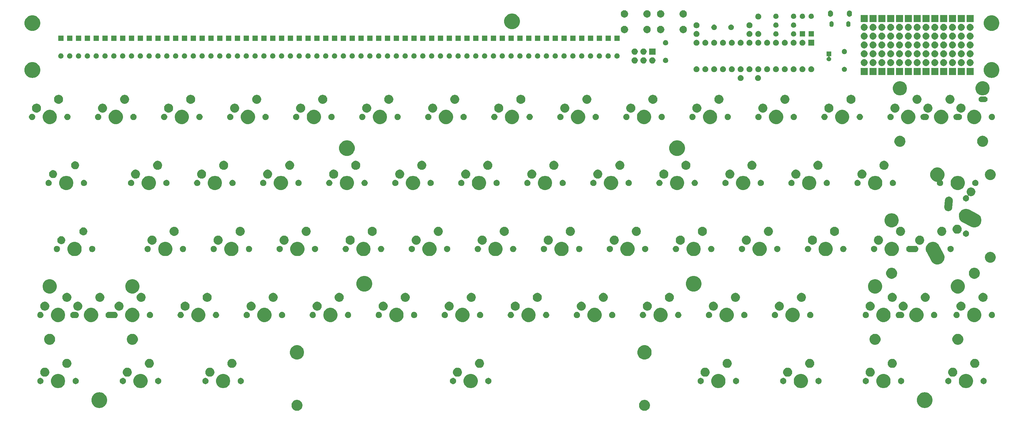
<source format=gbs>
G04 #@! TF.GenerationSoftware,KiCad,Pcbnew,(5.1.6)-1*
G04 #@! TF.CreationDate,2020-08-30T19:28:48+05:30*
G04 #@! TF.ProjectId,tartan,74617274-616e-42e6-9b69-6361645f7063,rev?*
G04 #@! TF.SameCoordinates,Original*
G04 #@! TF.FileFunction,Soldermask,Bot*
G04 #@! TF.FilePolarity,Negative*
%FSLAX46Y46*%
G04 Gerber Fmt 4.6, Leading zero omitted, Abs format (unit mm)*
G04 Created by KiCad (PCBNEW (5.1.6)-1) date 2020-08-30 19:28:48*
%MOMM*%
%LPD*%
G01*
G04 APERTURE LIST*
%ADD10C,0.100000*%
G04 APERTURE END LIST*
D10*
G36*
X210856083Y-142939090D02*
G01*
X211084702Y-142984564D01*
X211371516Y-143103367D01*
X211629642Y-143275841D01*
X211849159Y-143495358D01*
X212021633Y-143753484D01*
X212140436Y-144040298D01*
X212201000Y-144344778D01*
X212201000Y-144655222D01*
X212140436Y-144959702D01*
X212021633Y-145246516D01*
X211849159Y-145504642D01*
X211629642Y-145724159D01*
X211371516Y-145896633D01*
X211084702Y-146015436D01*
X210856083Y-146060910D01*
X210780224Y-146076000D01*
X210469776Y-146076000D01*
X210393917Y-146060910D01*
X210165298Y-146015436D01*
X209878484Y-145896633D01*
X209620358Y-145724159D01*
X209400841Y-145504642D01*
X209228367Y-145246516D01*
X209109564Y-144959702D01*
X209049000Y-144655222D01*
X209049000Y-144344778D01*
X209109564Y-144040298D01*
X209228367Y-143753484D01*
X209400841Y-143495358D01*
X209620358Y-143275841D01*
X209878484Y-143103367D01*
X210165298Y-142984564D01*
X210393917Y-142939090D01*
X210469776Y-142924000D01*
X210780224Y-142924000D01*
X210856083Y-142939090D01*
G37*
G36*
X110856083Y-142939090D02*
G01*
X111084702Y-142984564D01*
X111371516Y-143103367D01*
X111629642Y-143275841D01*
X111849159Y-143495358D01*
X112021633Y-143753484D01*
X112140436Y-144040298D01*
X112201000Y-144344778D01*
X112201000Y-144655222D01*
X112140436Y-144959702D01*
X112021633Y-145246516D01*
X111849159Y-145504642D01*
X111629642Y-145724159D01*
X111371516Y-145896633D01*
X111084702Y-146015436D01*
X110856083Y-146060910D01*
X110780224Y-146076000D01*
X110469776Y-146076000D01*
X110393917Y-146060910D01*
X110165298Y-146015436D01*
X109878484Y-145896633D01*
X109620358Y-145724159D01*
X109400841Y-145504642D01*
X109228367Y-145246516D01*
X109109564Y-144959702D01*
X109049000Y-144655222D01*
X109049000Y-144344778D01*
X109109564Y-144040298D01*
X109228367Y-143753484D01*
X109400841Y-143495358D01*
X109620358Y-143275841D01*
X109878484Y-143103367D01*
X110165298Y-142984564D01*
X110393917Y-142939090D01*
X110469776Y-142924000D01*
X110780224Y-142924000D01*
X110856083Y-142939090D01*
G37*
G36*
X291525880Y-140759776D02*
G01*
X291906593Y-140835504D01*
X292316249Y-141005189D01*
X292684929Y-141251534D01*
X292998466Y-141565071D01*
X293244811Y-141933751D01*
X293414496Y-142343407D01*
X293501000Y-142778296D01*
X293501000Y-143221704D01*
X293414496Y-143656593D01*
X293244811Y-144066249D01*
X292998466Y-144434929D01*
X292684929Y-144748466D01*
X292316249Y-144994811D01*
X291906593Y-145164496D01*
X291525880Y-145240224D01*
X291471705Y-145251000D01*
X291028295Y-145251000D01*
X290974120Y-145240224D01*
X290593407Y-145164496D01*
X290183751Y-144994811D01*
X289815071Y-144748466D01*
X289501534Y-144434929D01*
X289255189Y-144066249D01*
X289085504Y-143656593D01*
X288999000Y-143221704D01*
X288999000Y-142778296D01*
X289085504Y-142343407D01*
X289255189Y-141933751D01*
X289501534Y-141565071D01*
X289815071Y-141251534D01*
X290183751Y-141005189D01*
X290593407Y-140835504D01*
X290974120Y-140759776D01*
X291028295Y-140749000D01*
X291471705Y-140749000D01*
X291525880Y-140759776D01*
G37*
G36*
X54025880Y-140759776D02*
G01*
X54406593Y-140835504D01*
X54816249Y-141005189D01*
X55184929Y-141251534D01*
X55498466Y-141565071D01*
X55744811Y-141933751D01*
X55914496Y-142343407D01*
X56001000Y-142778296D01*
X56001000Y-143221704D01*
X55914496Y-143656593D01*
X55744811Y-144066249D01*
X55498466Y-144434929D01*
X55184929Y-144748466D01*
X54816249Y-144994811D01*
X54406593Y-145164496D01*
X54025880Y-145240224D01*
X53971705Y-145251000D01*
X53528295Y-145251000D01*
X53474120Y-145240224D01*
X53093407Y-145164496D01*
X52683751Y-144994811D01*
X52315071Y-144748466D01*
X52001534Y-144434929D01*
X51755189Y-144066249D01*
X51585504Y-143656593D01*
X51499000Y-143221704D01*
X51499000Y-142778296D01*
X51585504Y-142343407D01*
X51755189Y-141933751D01*
X52001534Y-141565071D01*
X52315071Y-141251534D01*
X52683751Y-141005189D01*
X53093407Y-140835504D01*
X53474120Y-140759776D01*
X53528295Y-140749000D01*
X53971705Y-140749000D01*
X54025880Y-140759776D01*
G37*
G36*
X42473254Y-135527818D02*
G01*
X42846511Y-135682426D01*
X42846513Y-135682427D01*
X43182436Y-135906884D01*
X43468116Y-136192564D01*
X43513844Y-136261000D01*
X43692574Y-136528489D01*
X43847182Y-136901746D01*
X43926000Y-137297993D01*
X43926000Y-137702007D01*
X43847182Y-138098254D01*
X43692574Y-138471511D01*
X43692573Y-138471513D01*
X43468116Y-138807436D01*
X43182436Y-139093116D01*
X42846513Y-139317573D01*
X42846512Y-139317574D01*
X42846511Y-139317574D01*
X42473254Y-139472182D01*
X42077007Y-139551000D01*
X41672993Y-139551000D01*
X41276746Y-139472182D01*
X40903489Y-139317574D01*
X40903488Y-139317574D01*
X40903487Y-139317573D01*
X40567564Y-139093116D01*
X40281884Y-138807436D01*
X40057427Y-138471513D01*
X40057426Y-138471511D01*
X39902818Y-138098254D01*
X39824000Y-137702007D01*
X39824000Y-137297993D01*
X39902818Y-136901746D01*
X40057426Y-136528489D01*
X40236157Y-136261000D01*
X40281884Y-136192564D01*
X40567564Y-135906884D01*
X40903487Y-135682427D01*
X40903489Y-135682426D01*
X41276746Y-135527818D01*
X41672993Y-135449000D01*
X42077007Y-135449000D01*
X42473254Y-135527818D01*
G37*
G36*
X66223254Y-135527818D02*
G01*
X66596511Y-135682426D01*
X66596513Y-135682427D01*
X66932436Y-135906884D01*
X67218116Y-136192564D01*
X67263844Y-136261000D01*
X67442574Y-136528489D01*
X67597182Y-136901746D01*
X67676000Y-137297993D01*
X67676000Y-137702007D01*
X67597182Y-138098254D01*
X67442574Y-138471511D01*
X67442573Y-138471513D01*
X67218116Y-138807436D01*
X66932436Y-139093116D01*
X66596513Y-139317573D01*
X66596512Y-139317574D01*
X66596511Y-139317574D01*
X66223254Y-139472182D01*
X65827007Y-139551000D01*
X65422993Y-139551000D01*
X65026746Y-139472182D01*
X64653489Y-139317574D01*
X64653488Y-139317574D01*
X64653487Y-139317573D01*
X64317564Y-139093116D01*
X64031884Y-138807436D01*
X63807427Y-138471513D01*
X63807426Y-138471511D01*
X63652818Y-138098254D01*
X63574000Y-137702007D01*
X63574000Y-137297993D01*
X63652818Y-136901746D01*
X63807426Y-136528489D01*
X63986157Y-136261000D01*
X64031884Y-136192564D01*
X64317564Y-135906884D01*
X64653487Y-135682427D01*
X64653489Y-135682426D01*
X65026746Y-135527818D01*
X65422993Y-135449000D01*
X65827007Y-135449000D01*
X66223254Y-135527818D01*
G37*
G36*
X89973254Y-135527818D02*
G01*
X90346511Y-135682426D01*
X90346513Y-135682427D01*
X90682436Y-135906884D01*
X90968116Y-136192564D01*
X91013844Y-136261000D01*
X91192574Y-136528489D01*
X91347182Y-136901746D01*
X91426000Y-137297993D01*
X91426000Y-137702007D01*
X91347182Y-138098254D01*
X91192574Y-138471511D01*
X91192573Y-138471513D01*
X90968116Y-138807436D01*
X90682436Y-139093116D01*
X90346513Y-139317573D01*
X90346512Y-139317574D01*
X90346511Y-139317574D01*
X89973254Y-139472182D01*
X89577007Y-139551000D01*
X89172993Y-139551000D01*
X88776746Y-139472182D01*
X88403489Y-139317574D01*
X88403488Y-139317574D01*
X88403487Y-139317573D01*
X88067564Y-139093116D01*
X87781884Y-138807436D01*
X87557427Y-138471513D01*
X87557426Y-138471511D01*
X87402818Y-138098254D01*
X87324000Y-137702007D01*
X87324000Y-137297993D01*
X87402818Y-136901746D01*
X87557426Y-136528489D01*
X87736157Y-136261000D01*
X87781884Y-136192564D01*
X88067564Y-135906884D01*
X88403487Y-135682427D01*
X88403489Y-135682426D01*
X88776746Y-135527818D01*
X89172993Y-135449000D01*
X89577007Y-135449000D01*
X89973254Y-135527818D01*
G37*
G36*
X161223254Y-135527818D02*
G01*
X161596511Y-135682426D01*
X161596513Y-135682427D01*
X161932436Y-135906884D01*
X162218116Y-136192564D01*
X162263844Y-136261000D01*
X162442574Y-136528489D01*
X162597182Y-136901746D01*
X162676000Y-137297993D01*
X162676000Y-137702007D01*
X162597182Y-138098254D01*
X162442574Y-138471511D01*
X162442573Y-138471513D01*
X162218116Y-138807436D01*
X161932436Y-139093116D01*
X161596513Y-139317573D01*
X161596512Y-139317574D01*
X161596511Y-139317574D01*
X161223254Y-139472182D01*
X160827007Y-139551000D01*
X160422993Y-139551000D01*
X160026746Y-139472182D01*
X159653489Y-139317574D01*
X159653488Y-139317574D01*
X159653487Y-139317573D01*
X159317564Y-139093116D01*
X159031884Y-138807436D01*
X158807427Y-138471513D01*
X158807426Y-138471511D01*
X158652818Y-138098254D01*
X158574000Y-137702007D01*
X158574000Y-137297993D01*
X158652818Y-136901746D01*
X158807426Y-136528489D01*
X158986157Y-136261000D01*
X159031884Y-136192564D01*
X159317564Y-135906884D01*
X159653487Y-135682427D01*
X159653489Y-135682426D01*
X160026746Y-135527818D01*
X160422993Y-135449000D01*
X160827007Y-135449000D01*
X161223254Y-135527818D01*
G37*
G36*
X279973254Y-135527818D02*
G01*
X280346511Y-135682426D01*
X280346513Y-135682427D01*
X280682436Y-135906884D01*
X280968116Y-136192564D01*
X281013844Y-136261000D01*
X281192574Y-136528489D01*
X281347182Y-136901746D01*
X281426000Y-137297993D01*
X281426000Y-137702007D01*
X281347182Y-138098254D01*
X281192574Y-138471511D01*
X281192573Y-138471513D01*
X280968116Y-138807436D01*
X280682436Y-139093116D01*
X280346513Y-139317573D01*
X280346512Y-139317574D01*
X280346511Y-139317574D01*
X279973254Y-139472182D01*
X279577007Y-139551000D01*
X279172993Y-139551000D01*
X278776746Y-139472182D01*
X278403489Y-139317574D01*
X278403488Y-139317574D01*
X278403487Y-139317573D01*
X278067564Y-139093116D01*
X277781884Y-138807436D01*
X277557427Y-138471513D01*
X277557426Y-138471511D01*
X277402818Y-138098254D01*
X277324000Y-137702007D01*
X277324000Y-137297993D01*
X277402818Y-136901746D01*
X277557426Y-136528489D01*
X277736157Y-136261000D01*
X277781884Y-136192564D01*
X278067564Y-135906884D01*
X278403487Y-135682427D01*
X278403489Y-135682426D01*
X278776746Y-135527818D01*
X279172993Y-135449000D01*
X279577007Y-135449000D01*
X279973254Y-135527818D01*
G37*
G36*
X256223254Y-135527818D02*
G01*
X256596511Y-135682426D01*
X256596513Y-135682427D01*
X256932436Y-135906884D01*
X257218116Y-136192564D01*
X257263844Y-136261000D01*
X257442574Y-136528489D01*
X257597182Y-136901746D01*
X257676000Y-137297993D01*
X257676000Y-137702007D01*
X257597182Y-138098254D01*
X257442574Y-138471511D01*
X257442573Y-138471513D01*
X257218116Y-138807436D01*
X256932436Y-139093116D01*
X256596513Y-139317573D01*
X256596512Y-139317574D01*
X256596511Y-139317574D01*
X256223254Y-139472182D01*
X255827007Y-139551000D01*
X255422993Y-139551000D01*
X255026746Y-139472182D01*
X254653489Y-139317574D01*
X254653488Y-139317574D01*
X254653487Y-139317573D01*
X254317564Y-139093116D01*
X254031884Y-138807436D01*
X253807427Y-138471513D01*
X253807426Y-138471511D01*
X253652818Y-138098254D01*
X253574000Y-137702007D01*
X253574000Y-137297993D01*
X253652818Y-136901746D01*
X253807426Y-136528489D01*
X253986157Y-136261000D01*
X254031884Y-136192564D01*
X254317564Y-135906884D01*
X254653487Y-135682427D01*
X254653489Y-135682426D01*
X255026746Y-135527818D01*
X255422993Y-135449000D01*
X255827007Y-135449000D01*
X256223254Y-135527818D01*
G37*
G36*
X303723254Y-135527818D02*
G01*
X304096511Y-135682426D01*
X304096513Y-135682427D01*
X304432436Y-135906884D01*
X304718116Y-136192564D01*
X304763844Y-136261000D01*
X304942574Y-136528489D01*
X305097182Y-136901746D01*
X305176000Y-137297993D01*
X305176000Y-137702007D01*
X305097182Y-138098254D01*
X304942574Y-138471511D01*
X304942573Y-138471513D01*
X304718116Y-138807436D01*
X304432436Y-139093116D01*
X304096513Y-139317573D01*
X304096512Y-139317574D01*
X304096511Y-139317574D01*
X303723254Y-139472182D01*
X303327007Y-139551000D01*
X302922993Y-139551000D01*
X302526746Y-139472182D01*
X302153489Y-139317574D01*
X302153488Y-139317574D01*
X302153487Y-139317573D01*
X301817564Y-139093116D01*
X301531884Y-138807436D01*
X301307427Y-138471513D01*
X301307426Y-138471511D01*
X301152818Y-138098254D01*
X301074000Y-137702007D01*
X301074000Y-137297993D01*
X301152818Y-136901746D01*
X301307426Y-136528489D01*
X301486157Y-136261000D01*
X301531884Y-136192564D01*
X301817564Y-135906884D01*
X302153487Y-135682427D01*
X302153489Y-135682426D01*
X302526746Y-135527818D01*
X302922993Y-135449000D01*
X303327007Y-135449000D01*
X303723254Y-135527818D01*
G37*
G36*
X232473254Y-135527818D02*
G01*
X232846511Y-135682426D01*
X232846513Y-135682427D01*
X233182436Y-135906884D01*
X233468116Y-136192564D01*
X233513844Y-136261000D01*
X233692574Y-136528489D01*
X233847182Y-136901746D01*
X233926000Y-137297993D01*
X233926000Y-137702007D01*
X233847182Y-138098254D01*
X233692574Y-138471511D01*
X233692573Y-138471513D01*
X233468116Y-138807436D01*
X233182436Y-139093116D01*
X232846513Y-139317573D01*
X232846512Y-139317574D01*
X232846511Y-139317574D01*
X232473254Y-139472182D01*
X232077007Y-139551000D01*
X231672993Y-139551000D01*
X231276746Y-139472182D01*
X230903489Y-139317574D01*
X230903488Y-139317574D01*
X230903487Y-139317573D01*
X230567564Y-139093116D01*
X230281884Y-138807436D01*
X230057427Y-138471513D01*
X230057426Y-138471511D01*
X229902818Y-138098254D01*
X229824000Y-137702007D01*
X229824000Y-137297993D01*
X229902818Y-136901746D01*
X230057426Y-136528489D01*
X230236157Y-136261000D01*
X230281884Y-136192564D01*
X230567564Y-135906884D01*
X230903487Y-135682427D01*
X230903489Y-135682426D01*
X231276746Y-135527818D01*
X231672993Y-135449000D01*
X232077007Y-135449000D01*
X232473254Y-135527818D01*
G37*
G36*
X284568512Y-136603927D02*
G01*
X284717812Y-136633624D01*
X284881784Y-136701544D01*
X285029354Y-136800147D01*
X285154853Y-136925646D01*
X285253456Y-137073216D01*
X285321376Y-137237188D01*
X285356000Y-137411259D01*
X285356000Y-137588741D01*
X285321376Y-137762812D01*
X285253456Y-137926784D01*
X285154853Y-138074354D01*
X285029354Y-138199853D01*
X284881784Y-138298456D01*
X284717812Y-138366376D01*
X284568512Y-138396073D01*
X284543742Y-138401000D01*
X284366258Y-138401000D01*
X284341488Y-138396073D01*
X284192188Y-138366376D01*
X284028216Y-138298456D01*
X283880646Y-138199853D01*
X283755147Y-138074354D01*
X283656544Y-137926784D01*
X283588624Y-137762812D01*
X283554000Y-137588741D01*
X283554000Y-137411259D01*
X283588624Y-137237188D01*
X283656544Y-137073216D01*
X283755147Y-136925646D01*
X283880646Y-136800147D01*
X284028216Y-136701544D01*
X284192188Y-136633624D01*
X284341488Y-136603927D01*
X284366258Y-136599000D01*
X284543742Y-136599000D01*
X284568512Y-136603927D01*
G37*
G36*
X36908512Y-136603927D02*
G01*
X37057812Y-136633624D01*
X37221784Y-136701544D01*
X37369354Y-136800147D01*
X37494853Y-136925646D01*
X37593456Y-137073216D01*
X37661376Y-137237188D01*
X37696000Y-137411259D01*
X37696000Y-137588741D01*
X37661376Y-137762812D01*
X37593456Y-137926784D01*
X37494853Y-138074354D01*
X37369354Y-138199853D01*
X37221784Y-138298456D01*
X37057812Y-138366376D01*
X36908512Y-138396073D01*
X36883742Y-138401000D01*
X36706258Y-138401000D01*
X36681488Y-138396073D01*
X36532188Y-138366376D01*
X36368216Y-138298456D01*
X36220646Y-138199853D01*
X36095147Y-138074354D01*
X35996544Y-137926784D01*
X35928624Y-137762812D01*
X35894000Y-137588741D01*
X35894000Y-137411259D01*
X35928624Y-137237188D01*
X35996544Y-137073216D01*
X36095147Y-136925646D01*
X36220646Y-136800147D01*
X36368216Y-136701544D01*
X36532188Y-136633624D01*
X36681488Y-136603927D01*
X36706258Y-136599000D01*
X36883742Y-136599000D01*
X36908512Y-136603927D01*
G37*
G36*
X70818512Y-136603927D02*
G01*
X70967812Y-136633624D01*
X71131784Y-136701544D01*
X71279354Y-136800147D01*
X71404853Y-136925646D01*
X71503456Y-137073216D01*
X71571376Y-137237188D01*
X71606000Y-137411259D01*
X71606000Y-137588741D01*
X71571376Y-137762812D01*
X71503456Y-137926784D01*
X71404853Y-138074354D01*
X71279354Y-138199853D01*
X71131784Y-138298456D01*
X70967812Y-138366376D01*
X70818512Y-138396073D01*
X70793742Y-138401000D01*
X70616258Y-138401000D01*
X70591488Y-138396073D01*
X70442188Y-138366376D01*
X70278216Y-138298456D01*
X70130646Y-138199853D01*
X70005147Y-138074354D01*
X69906544Y-137926784D01*
X69838624Y-137762812D01*
X69804000Y-137588741D01*
X69804000Y-137411259D01*
X69838624Y-137237188D01*
X69906544Y-137073216D01*
X70005147Y-136925646D01*
X70130646Y-136800147D01*
X70278216Y-136701544D01*
X70442188Y-136633624D01*
X70591488Y-136603927D01*
X70616258Y-136599000D01*
X70793742Y-136599000D01*
X70818512Y-136603927D01*
G37*
G36*
X237068512Y-136603927D02*
G01*
X237217812Y-136633624D01*
X237381784Y-136701544D01*
X237529354Y-136800147D01*
X237654853Y-136925646D01*
X237753456Y-137073216D01*
X237821376Y-137237188D01*
X237856000Y-137411259D01*
X237856000Y-137588741D01*
X237821376Y-137762812D01*
X237753456Y-137926784D01*
X237654853Y-138074354D01*
X237529354Y-138199853D01*
X237381784Y-138298456D01*
X237217812Y-138366376D01*
X237068512Y-138396073D01*
X237043742Y-138401000D01*
X236866258Y-138401000D01*
X236841488Y-138396073D01*
X236692188Y-138366376D01*
X236528216Y-138298456D01*
X236380646Y-138199853D01*
X236255147Y-138074354D01*
X236156544Y-137926784D01*
X236088624Y-137762812D01*
X236054000Y-137588741D01*
X236054000Y-137411259D01*
X236088624Y-137237188D01*
X236156544Y-137073216D01*
X236255147Y-136925646D01*
X236380646Y-136800147D01*
X236528216Y-136701544D01*
X236692188Y-136633624D01*
X236841488Y-136603927D01*
X236866258Y-136599000D01*
X237043742Y-136599000D01*
X237068512Y-136603927D01*
G37*
G36*
X226908512Y-136603927D02*
G01*
X227057812Y-136633624D01*
X227221784Y-136701544D01*
X227369354Y-136800147D01*
X227494853Y-136925646D01*
X227593456Y-137073216D01*
X227661376Y-137237188D01*
X227696000Y-137411259D01*
X227696000Y-137588741D01*
X227661376Y-137762812D01*
X227593456Y-137926784D01*
X227494853Y-138074354D01*
X227369354Y-138199853D01*
X227221784Y-138298456D01*
X227057812Y-138366376D01*
X226908512Y-138396073D01*
X226883742Y-138401000D01*
X226706258Y-138401000D01*
X226681488Y-138396073D01*
X226532188Y-138366376D01*
X226368216Y-138298456D01*
X226220646Y-138199853D01*
X226095147Y-138074354D01*
X225996544Y-137926784D01*
X225928624Y-137762812D01*
X225894000Y-137588741D01*
X225894000Y-137411259D01*
X225928624Y-137237188D01*
X225996544Y-137073216D01*
X226095147Y-136925646D01*
X226220646Y-136800147D01*
X226368216Y-136701544D01*
X226532188Y-136633624D01*
X226681488Y-136603927D01*
X226706258Y-136599000D01*
X226883742Y-136599000D01*
X226908512Y-136603927D01*
G37*
G36*
X60658512Y-136603927D02*
G01*
X60807812Y-136633624D01*
X60971784Y-136701544D01*
X61119354Y-136800147D01*
X61244853Y-136925646D01*
X61343456Y-137073216D01*
X61411376Y-137237188D01*
X61446000Y-137411259D01*
X61446000Y-137588741D01*
X61411376Y-137762812D01*
X61343456Y-137926784D01*
X61244853Y-138074354D01*
X61119354Y-138199853D01*
X60971784Y-138298456D01*
X60807812Y-138366376D01*
X60658512Y-138396073D01*
X60633742Y-138401000D01*
X60456258Y-138401000D01*
X60431488Y-138396073D01*
X60282188Y-138366376D01*
X60118216Y-138298456D01*
X59970646Y-138199853D01*
X59845147Y-138074354D01*
X59746544Y-137926784D01*
X59678624Y-137762812D01*
X59644000Y-137588741D01*
X59644000Y-137411259D01*
X59678624Y-137237188D01*
X59746544Y-137073216D01*
X59845147Y-136925646D01*
X59970646Y-136800147D01*
X60118216Y-136701544D01*
X60282188Y-136633624D01*
X60431488Y-136603927D01*
X60456258Y-136599000D01*
X60633742Y-136599000D01*
X60658512Y-136603927D01*
G37*
G36*
X260818512Y-136603927D02*
G01*
X260967812Y-136633624D01*
X261131784Y-136701544D01*
X261279354Y-136800147D01*
X261404853Y-136925646D01*
X261503456Y-137073216D01*
X261571376Y-137237188D01*
X261606000Y-137411259D01*
X261606000Y-137588741D01*
X261571376Y-137762812D01*
X261503456Y-137926784D01*
X261404853Y-138074354D01*
X261279354Y-138199853D01*
X261131784Y-138298456D01*
X260967812Y-138366376D01*
X260818512Y-138396073D01*
X260793742Y-138401000D01*
X260616258Y-138401000D01*
X260591488Y-138396073D01*
X260442188Y-138366376D01*
X260278216Y-138298456D01*
X260130646Y-138199853D01*
X260005147Y-138074354D01*
X259906544Y-137926784D01*
X259838624Y-137762812D01*
X259804000Y-137588741D01*
X259804000Y-137411259D01*
X259838624Y-137237188D01*
X259906544Y-137073216D01*
X260005147Y-136925646D01*
X260130646Y-136800147D01*
X260278216Y-136701544D01*
X260442188Y-136633624D01*
X260591488Y-136603927D01*
X260616258Y-136599000D01*
X260793742Y-136599000D01*
X260818512Y-136603927D01*
G37*
G36*
X250658512Y-136603927D02*
G01*
X250807812Y-136633624D01*
X250971784Y-136701544D01*
X251119354Y-136800147D01*
X251244853Y-136925646D01*
X251343456Y-137073216D01*
X251411376Y-137237188D01*
X251446000Y-137411259D01*
X251446000Y-137588741D01*
X251411376Y-137762812D01*
X251343456Y-137926784D01*
X251244853Y-138074354D01*
X251119354Y-138199853D01*
X250971784Y-138298456D01*
X250807812Y-138366376D01*
X250658512Y-138396073D01*
X250633742Y-138401000D01*
X250456258Y-138401000D01*
X250431488Y-138396073D01*
X250282188Y-138366376D01*
X250118216Y-138298456D01*
X249970646Y-138199853D01*
X249845147Y-138074354D01*
X249746544Y-137926784D01*
X249678624Y-137762812D01*
X249644000Y-137588741D01*
X249644000Y-137411259D01*
X249678624Y-137237188D01*
X249746544Y-137073216D01*
X249845147Y-136925646D01*
X249970646Y-136800147D01*
X250118216Y-136701544D01*
X250282188Y-136633624D01*
X250431488Y-136603927D01*
X250456258Y-136599000D01*
X250633742Y-136599000D01*
X250658512Y-136603927D01*
G37*
G36*
X47068512Y-136603927D02*
G01*
X47217812Y-136633624D01*
X47381784Y-136701544D01*
X47529354Y-136800147D01*
X47654853Y-136925646D01*
X47753456Y-137073216D01*
X47821376Y-137237188D01*
X47856000Y-137411259D01*
X47856000Y-137588741D01*
X47821376Y-137762812D01*
X47753456Y-137926784D01*
X47654853Y-138074354D01*
X47529354Y-138199853D01*
X47381784Y-138298456D01*
X47217812Y-138366376D01*
X47068512Y-138396073D01*
X47043742Y-138401000D01*
X46866258Y-138401000D01*
X46841488Y-138396073D01*
X46692188Y-138366376D01*
X46528216Y-138298456D01*
X46380646Y-138199853D01*
X46255147Y-138074354D01*
X46156544Y-137926784D01*
X46088624Y-137762812D01*
X46054000Y-137588741D01*
X46054000Y-137411259D01*
X46088624Y-137237188D01*
X46156544Y-137073216D01*
X46255147Y-136925646D01*
X46380646Y-136800147D01*
X46528216Y-136701544D01*
X46692188Y-136633624D01*
X46841488Y-136603927D01*
X46866258Y-136599000D01*
X47043742Y-136599000D01*
X47068512Y-136603927D01*
G37*
G36*
X94568512Y-136603927D02*
G01*
X94717812Y-136633624D01*
X94881784Y-136701544D01*
X95029354Y-136800147D01*
X95154853Y-136925646D01*
X95253456Y-137073216D01*
X95321376Y-137237188D01*
X95356000Y-137411259D01*
X95356000Y-137588741D01*
X95321376Y-137762812D01*
X95253456Y-137926784D01*
X95154853Y-138074354D01*
X95029354Y-138199853D01*
X94881784Y-138298456D01*
X94717812Y-138366376D01*
X94568512Y-138396073D01*
X94543742Y-138401000D01*
X94366258Y-138401000D01*
X94341488Y-138396073D01*
X94192188Y-138366376D01*
X94028216Y-138298456D01*
X93880646Y-138199853D01*
X93755147Y-138074354D01*
X93656544Y-137926784D01*
X93588624Y-137762812D01*
X93554000Y-137588741D01*
X93554000Y-137411259D01*
X93588624Y-137237188D01*
X93656544Y-137073216D01*
X93755147Y-136925646D01*
X93880646Y-136800147D01*
X94028216Y-136701544D01*
X94192188Y-136633624D01*
X94341488Y-136603927D01*
X94366258Y-136599000D01*
X94543742Y-136599000D01*
X94568512Y-136603927D01*
G37*
G36*
X155658512Y-136603927D02*
G01*
X155807812Y-136633624D01*
X155971784Y-136701544D01*
X156119354Y-136800147D01*
X156244853Y-136925646D01*
X156343456Y-137073216D01*
X156411376Y-137237188D01*
X156446000Y-137411259D01*
X156446000Y-137588741D01*
X156411376Y-137762812D01*
X156343456Y-137926784D01*
X156244853Y-138074354D01*
X156119354Y-138199853D01*
X155971784Y-138298456D01*
X155807812Y-138366376D01*
X155658512Y-138396073D01*
X155633742Y-138401000D01*
X155456258Y-138401000D01*
X155431488Y-138396073D01*
X155282188Y-138366376D01*
X155118216Y-138298456D01*
X154970646Y-138199853D01*
X154845147Y-138074354D01*
X154746544Y-137926784D01*
X154678624Y-137762812D01*
X154644000Y-137588741D01*
X154644000Y-137411259D01*
X154678624Y-137237188D01*
X154746544Y-137073216D01*
X154845147Y-136925646D01*
X154970646Y-136800147D01*
X155118216Y-136701544D01*
X155282188Y-136633624D01*
X155431488Y-136603927D01*
X155456258Y-136599000D01*
X155633742Y-136599000D01*
X155658512Y-136603927D01*
G37*
G36*
X165818512Y-136603927D02*
G01*
X165967812Y-136633624D01*
X166131784Y-136701544D01*
X166279354Y-136800147D01*
X166404853Y-136925646D01*
X166503456Y-137073216D01*
X166571376Y-137237188D01*
X166606000Y-137411259D01*
X166606000Y-137588741D01*
X166571376Y-137762812D01*
X166503456Y-137926784D01*
X166404853Y-138074354D01*
X166279354Y-138199853D01*
X166131784Y-138298456D01*
X165967812Y-138366376D01*
X165818512Y-138396073D01*
X165793742Y-138401000D01*
X165616258Y-138401000D01*
X165591488Y-138396073D01*
X165442188Y-138366376D01*
X165278216Y-138298456D01*
X165130646Y-138199853D01*
X165005147Y-138074354D01*
X164906544Y-137926784D01*
X164838624Y-137762812D01*
X164804000Y-137588741D01*
X164804000Y-137411259D01*
X164838624Y-137237188D01*
X164906544Y-137073216D01*
X165005147Y-136925646D01*
X165130646Y-136800147D01*
X165278216Y-136701544D01*
X165442188Y-136633624D01*
X165591488Y-136603927D01*
X165616258Y-136599000D01*
X165793742Y-136599000D01*
X165818512Y-136603927D01*
G37*
G36*
X308318512Y-136603927D02*
G01*
X308467812Y-136633624D01*
X308631784Y-136701544D01*
X308779354Y-136800147D01*
X308904853Y-136925646D01*
X309003456Y-137073216D01*
X309071376Y-137237188D01*
X309106000Y-137411259D01*
X309106000Y-137588741D01*
X309071376Y-137762812D01*
X309003456Y-137926784D01*
X308904853Y-138074354D01*
X308779354Y-138199853D01*
X308631784Y-138298456D01*
X308467812Y-138366376D01*
X308318512Y-138396073D01*
X308293742Y-138401000D01*
X308116258Y-138401000D01*
X308091488Y-138396073D01*
X307942188Y-138366376D01*
X307778216Y-138298456D01*
X307630646Y-138199853D01*
X307505147Y-138074354D01*
X307406544Y-137926784D01*
X307338624Y-137762812D01*
X307304000Y-137588741D01*
X307304000Y-137411259D01*
X307338624Y-137237188D01*
X307406544Y-137073216D01*
X307505147Y-136925646D01*
X307630646Y-136800147D01*
X307778216Y-136701544D01*
X307942188Y-136633624D01*
X308091488Y-136603927D01*
X308116258Y-136599000D01*
X308293742Y-136599000D01*
X308318512Y-136603927D01*
G37*
G36*
X298158512Y-136603927D02*
G01*
X298307812Y-136633624D01*
X298471784Y-136701544D01*
X298619354Y-136800147D01*
X298744853Y-136925646D01*
X298843456Y-137073216D01*
X298911376Y-137237188D01*
X298946000Y-137411259D01*
X298946000Y-137588741D01*
X298911376Y-137762812D01*
X298843456Y-137926784D01*
X298744853Y-138074354D01*
X298619354Y-138199853D01*
X298471784Y-138298456D01*
X298307812Y-138366376D01*
X298158512Y-138396073D01*
X298133742Y-138401000D01*
X297956258Y-138401000D01*
X297931488Y-138396073D01*
X297782188Y-138366376D01*
X297618216Y-138298456D01*
X297470646Y-138199853D01*
X297345147Y-138074354D01*
X297246544Y-137926784D01*
X297178624Y-137762812D01*
X297144000Y-137588741D01*
X297144000Y-137411259D01*
X297178624Y-137237188D01*
X297246544Y-137073216D01*
X297345147Y-136925646D01*
X297470646Y-136800147D01*
X297618216Y-136701544D01*
X297782188Y-136633624D01*
X297931488Y-136603927D01*
X297956258Y-136599000D01*
X298133742Y-136599000D01*
X298158512Y-136603927D01*
G37*
G36*
X84408512Y-136603927D02*
G01*
X84557812Y-136633624D01*
X84721784Y-136701544D01*
X84869354Y-136800147D01*
X84994853Y-136925646D01*
X85093456Y-137073216D01*
X85161376Y-137237188D01*
X85196000Y-137411259D01*
X85196000Y-137588741D01*
X85161376Y-137762812D01*
X85093456Y-137926784D01*
X84994853Y-138074354D01*
X84869354Y-138199853D01*
X84721784Y-138298456D01*
X84557812Y-138366376D01*
X84408512Y-138396073D01*
X84383742Y-138401000D01*
X84206258Y-138401000D01*
X84181488Y-138396073D01*
X84032188Y-138366376D01*
X83868216Y-138298456D01*
X83720646Y-138199853D01*
X83595147Y-138074354D01*
X83496544Y-137926784D01*
X83428624Y-137762812D01*
X83394000Y-137588741D01*
X83394000Y-137411259D01*
X83428624Y-137237188D01*
X83496544Y-137073216D01*
X83595147Y-136925646D01*
X83720646Y-136800147D01*
X83868216Y-136701544D01*
X84032188Y-136633624D01*
X84181488Y-136603927D01*
X84206258Y-136599000D01*
X84383742Y-136599000D01*
X84408512Y-136603927D01*
G37*
G36*
X274408512Y-136603927D02*
G01*
X274557812Y-136633624D01*
X274721784Y-136701544D01*
X274869354Y-136800147D01*
X274994853Y-136925646D01*
X275093456Y-137073216D01*
X275161376Y-137237188D01*
X275196000Y-137411259D01*
X275196000Y-137588741D01*
X275161376Y-137762812D01*
X275093456Y-137926784D01*
X274994853Y-138074354D01*
X274869354Y-138199853D01*
X274721784Y-138298456D01*
X274557812Y-138366376D01*
X274408512Y-138396073D01*
X274383742Y-138401000D01*
X274206258Y-138401000D01*
X274181488Y-138396073D01*
X274032188Y-138366376D01*
X273868216Y-138298456D01*
X273720646Y-138199853D01*
X273595147Y-138074354D01*
X273496544Y-137926784D01*
X273428624Y-137762812D01*
X273394000Y-137588741D01*
X273394000Y-137411259D01*
X273428624Y-137237188D01*
X273496544Y-137073216D01*
X273595147Y-136925646D01*
X273720646Y-136800147D01*
X273868216Y-136701544D01*
X274032188Y-136633624D01*
X274181488Y-136603927D01*
X274206258Y-136599000D01*
X274383742Y-136599000D01*
X274408512Y-136603927D01*
G37*
G36*
X228444487Y-133708996D02*
G01*
X228681253Y-133807068D01*
X228681255Y-133807069D01*
X228894339Y-133949447D01*
X229075553Y-134130661D01*
X229217932Y-134343747D01*
X229316004Y-134580513D01*
X229366000Y-134831861D01*
X229366000Y-135088139D01*
X229316004Y-135339487D01*
X229270642Y-135449000D01*
X229217931Y-135576255D01*
X229075553Y-135789339D01*
X228894339Y-135970553D01*
X228681255Y-136112931D01*
X228681254Y-136112932D01*
X228681253Y-136112932D01*
X228444487Y-136211004D01*
X228193139Y-136261000D01*
X227936861Y-136261000D01*
X227685513Y-136211004D01*
X227448747Y-136112932D01*
X227448746Y-136112932D01*
X227448745Y-136112931D01*
X227235661Y-135970553D01*
X227054447Y-135789339D01*
X226912069Y-135576255D01*
X226859358Y-135449000D01*
X226813996Y-135339487D01*
X226764000Y-135088139D01*
X226764000Y-134831861D01*
X226813996Y-134580513D01*
X226912068Y-134343747D01*
X227054447Y-134130661D01*
X227235661Y-133949447D01*
X227448745Y-133807069D01*
X227448747Y-133807068D01*
X227685513Y-133708996D01*
X227936861Y-133659000D01*
X228193139Y-133659000D01*
X228444487Y-133708996D01*
G37*
G36*
X299694487Y-133708996D02*
G01*
X299931253Y-133807068D01*
X299931255Y-133807069D01*
X300144339Y-133949447D01*
X300325553Y-134130661D01*
X300467932Y-134343747D01*
X300566004Y-134580513D01*
X300616000Y-134831861D01*
X300616000Y-135088139D01*
X300566004Y-135339487D01*
X300520642Y-135449000D01*
X300467931Y-135576255D01*
X300325553Y-135789339D01*
X300144339Y-135970553D01*
X299931255Y-136112931D01*
X299931254Y-136112932D01*
X299931253Y-136112932D01*
X299694487Y-136211004D01*
X299443139Y-136261000D01*
X299186861Y-136261000D01*
X298935513Y-136211004D01*
X298698747Y-136112932D01*
X298698746Y-136112932D01*
X298698745Y-136112931D01*
X298485661Y-135970553D01*
X298304447Y-135789339D01*
X298162069Y-135576255D01*
X298109358Y-135449000D01*
X298063996Y-135339487D01*
X298014000Y-135088139D01*
X298014000Y-134831861D01*
X298063996Y-134580513D01*
X298162068Y-134343747D01*
X298304447Y-134130661D01*
X298485661Y-133949447D01*
X298698745Y-133807069D01*
X298698747Y-133807068D01*
X298935513Y-133708996D01*
X299186861Y-133659000D01*
X299443139Y-133659000D01*
X299694487Y-133708996D01*
G37*
G36*
X157194487Y-133708996D02*
G01*
X157431253Y-133807068D01*
X157431255Y-133807069D01*
X157644339Y-133949447D01*
X157825553Y-134130661D01*
X157967932Y-134343747D01*
X158066004Y-134580513D01*
X158116000Y-134831861D01*
X158116000Y-135088139D01*
X158066004Y-135339487D01*
X158020642Y-135449000D01*
X157967931Y-135576255D01*
X157825553Y-135789339D01*
X157644339Y-135970553D01*
X157431255Y-136112931D01*
X157431254Y-136112932D01*
X157431253Y-136112932D01*
X157194487Y-136211004D01*
X156943139Y-136261000D01*
X156686861Y-136261000D01*
X156435513Y-136211004D01*
X156198747Y-136112932D01*
X156198746Y-136112932D01*
X156198745Y-136112931D01*
X155985661Y-135970553D01*
X155804447Y-135789339D01*
X155662069Y-135576255D01*
X155609358Y-135449000D01*
X155563996Y-135339487D01*
X155514000Y-135088139D01*
X155514000Y-134831861D01*
X155563996Y-134580513D01*
X155662068Y-134343747D01*
X155804447Y-134130661D01*
X155985661Y-133949447D01*
X156198745Y-133807069D01*
X156198747Y-133807068D01*
X156435513Y-133708996D01*
X156686861Y-133659000D01*
X156943139Y-133659000D01*
X157194487Y-133708996D01*
G37*
G36*
X252194487Y-133708996D02*
G01*
X252431253Y-133807068D01*
X252431255Y-133807069D01*
X252644339Y-133949447D01*
X252825553Y-134130661D01*
X252967932Y-134343747D01*
X253066004Y-134580513D01*
X253116000Y-134831861D01*
X253116000Y-135088139D01*
X253066004Y-135339487D01*
X253020642Y-135449000D01*
X252967931Y-135576255D01*
X252825553Y-135789339D01*
X252644339Y-135970553D01*
X252431255Y-136112931D01*
X252431254Y-136112932D01*
X252431253Y-136112932D01*
X252194487Y-136211004D01*
X251943139Y-136261000D01*
X251686861Y-136261000D01*
X251435513Y-136211004D01*
X251198747Y-136112932D01*
X251198746Y-136112932D01*
X251198745Y-136112931D01*
X250985661Y-135970553D01*
X250804447Y-135789339D01*
X250662069Y-135576255D01*
X250609358Y-135449000D01*
X250563996Y-135339487D01*
X250514000Y-135088139D01*
X250514000Y-134831861D01*
X250563996Y-134580513D01*
X250662068Y-134343747D01*
X250804447Y-134130661D01*
X250985661Y-133949447D01*
X251198745Y-133807069D01*
X251198747Y-133807068D01*
X251435513Y-133708996D01*
X251686861Y-133659000D01*
X251943139Y-133659000D01*
X252194487Y-133708996D01*
G37*
G36*
X38444487Y-133708996D02*
G01*
X38681253Y-133807068D01*
X38681255Y-133807069D01*
X38894339Y-133949447D01*
X39075553Y-134130661D01*
X39217932Y-134343747D01*
X39316004Y-134580513D01*
X39366000Y-134831861D01*
X39366000Y-135088139D01*
X39316004Y-135339487D01*
X39270642Y-135449000D01*
X39217931Y-135576255D01*
X39075553Y-135789339D01*
X38894339Y-135970553D01*
X38681255Y-136112931D01*
X38681254Y-136112932D01*
X38681253Y-136112932D01*
X38444487Y-136211004D01*
X38193139Y-136261000D01*
X37936861Y-136261000D01*
X37685513Y-136211004D01*
X37448747Y-136112932D01*
X37448746Y-136112932D01*
X37448745Y-136112931D01*
X37235661Y-135970553D01*
X37054447Y-135789339D01*
X36912069Y-135576255D01*
X36859358Y-135449000D01*
X36813996Y-135339487D01*
X36764000Y-135088139D01*
X36764000Y-134831861D01*
X36813996Y-134580513D01*
X36912068Y-134343747D01*
X37054447Y-134130661D01*
X37235661Y-133949447D01*
X37448745Y-133807069D01*
X37448747Y-133807068D01*
X37685513Y-133708996D01*
X37936861Y-133659000D01*
X38193139Y-133659000D01*
X38444487Y-133708996D01*
G37*
G36*
X85944487Y-133708996D02*
G01*
X86181253Y-133807068D01*
X86181255Y-133807069D01*
X86394339Y-133949447D01*
X86575553Y-134130661D01*
X86717932Y-134343747D01*
X86816004Y-134580513D01*
X86866000Y-134831861D01*
X86866000Y-135088139D01*
X86816004Y-135339487D01*
X86770642Y-135449000D01*
X86717931Y-135576255D01*
X86575553Y-135789339D01*
X86394339Y-135970553D01*
X86181255Y-136112931D01*
X86181254Y-136112932D01*
X86181253Y-136112932D01*
X85944487Y-136211004D01*
X85693139Y-136261000D01*
X85436861Y-136261000D01*
X85185513Y-136211004D01*
X84948747Y-136112932D01*
X84948746Y-136112932D01*
X84948745Y-136112931D01*
X84735661Y-135970553D01*
X84554447Y-135789339D01*
X84412069Y-135576255D01*
X84359358Y-135449000D01*
X84313996Y-135339487D01*
X84264000Y-135088139D01*
X84264000Y-134831861D01*
X84313996Y-134580513D01*
X84412068Y-134343747D01*
X84554447Y-134130661D01*
X84735661Y-133949447D01*
X84948745Y-133807069D01*
X84948747Y-133807068D01*
X85185513Y-133708996D01*
X85436861Y-133659000D01*
X85693139Y-133659000D01*
X85944487Y-133708996D01*
G37*
G36*
X62194487Y-133708996D02*
G01*
X62431253Y-133807068D01*
X62431255Y-133807069D01*
X62644339Y-133949447D01*
X62825553Y-134130661D01*
X62967932Y-134343747D01*
X63066004Y-134580513D01*
X63116000Y-134831861D01*
X63116000Y-135088139D01*
X63066004Y-135339487D01*
X63020642Y-135449000D01*
X62967931Y-135576255D01*
X62825553Y-135789339D01*
X62644339Y-135970553D01*
X62431255Y-136112931D01*
X62431254Y-136112932D01*
X62431253Y-136112932D01*
X62194487Y-136211004D01*
X61943139Y-136261000D01*
X61686861Y-136261000D01*
X61435513Y-136211004D01*
X61198747Y-136112932D01*
X61198746Y-136112932D01*
X61198745Y-136112931D01*
X60985661Y-135970553D01*
X60804447Y-135789339D01*
X60662069Y-135576255D01*
X60609358Y-135449000D01*
X60563996Y-135339487D01*
X60514000Y-135088139D01*
X60514000Y-134831861D01*
X60563996Y-134580513D01*
X60662068Y-134343747D01*
X60804447Y-134130661D01*
X60985661Y-133949447D01*
X61198745Y-133807069D01*
X61198747Y-133807068D01*
X61435513Y-133708996D01*
X61686861Y-133659000D01*
X61943139Y-133659000D01*
X62194487Y-133708996D01*
G37*
G36*
X275944487Y-133708996D02*
G01*
X276181253Y-133807068D01*
X276181255Y-133807069D01*
X276394339Y-133949447D01*
X276575553Y-134130661D01*
X276717932Y-134343747D01*
X276816004Y-134580513D01*
X276866000Y-134831861D01*
X276866000Y-135088139D01*
X276816004Y-135339487D01*
X276770642Y-135449000D01*
X276717931Y-135576255D01*
X276575553Y-135789339D01*
X276394339Y-135970553D01*
X276181255Y-136112931D01*
X276181254Y-136112932D01*
X276181253Y-136112932D01*
X275944487Y-136211004D01*
X275693139Y-136261000D01*
X275436861Y-136261000D01*
X275185513Y-136211004D01*
X274948747Y-136112932D01*
X274948746Y-136112932D01*
X274948745Y-136112931D01*
X274735661Y-135970553D01*
X274554447Y-135789339D01*
X274412069Y-135576255D01*
X274359358Y-135449000D01*
X274313996Y-135339487D01*
X274264000Y-135088139D01*
X274264000Y-134831861D01*
X274313996Y-134580513D01*
X274412068Y-134343747D01*
X274554447Y-134130661D01*
X274735661Y-133949447D01*
X274948745Y-133807069D01*
X274948747Y-133807068D01*
X275185513Y-133708996D01*
X275436861Y-133659000D01*
X275693139Y-133659000D01*
X275944487Y-133708996D01*
G37*
G36*
X258544487Y-131168996D02*
G01*
X258781253Y-131267068D01*
X258781255Y-131267069D01*
X258847002Y-131311000D01*
X258994339Y-131409447D01*
X259175553Y-131590661D01*
X259317932Y-131803747D01*
X259416004Y-132040513D01*
X259466000Y-132291861D01*
X259466000Y-132548139D01*
X259416004Y-132799487D01*
X259317932Y-133036253D01*
X259317931Y-133036255D01*
X259175553Y-133249339D01*
X258994339Y-133430553D01*
X258781255Y-133572931D01*
X258781254Y-133572932D01*
X258781253Y-133572932D01*
X258544487Y-133671004D01*
X258293139Y-133721000D01*
X258036861Y-133721000D01*
X257785513Y-133671004D01*
X257548747Y-133572932D01*
X257548746Y-133572932D01*
X257548745Y-133572931D01*
X257335661Y-133430553D01*
X257154447Y-133249339D01*
X257012069Y-133036255D01*
X257012068Y-133036253D01*
X256913996Y-132799487D01*
X256864000Y-132548139D01*
X256864000Y-132291861D01*
X256913996Y-132040513D01*
X257012068Y-131803747D01*
X257154447Y-131590661D01*
X257335661Y-131409447D01*
X257482998Y-131311000D01*
X257548745Y-131267069D01*
X257548747Y-131267068D01*
X257785513Y-131168996D01*
X258036861Y-131119000D01*
X258293139Y-131119000D01*
X258544487Y-131168996D01*
G37*
G36*
X68544487Y-131168996D02*
G01*
X68781253Y-131267068D01*
X68781255Y-131267069D01*
X68847002Y-131311000D01*
X68994339Y-131409447D01*
X69175553Y-131590661D01*
X69317932Y-131803747D01*
X69416004Y-132040513D01*
X69466000Y-132291861D01*
X69466000Y-132548139D01*
X69416004Y-132799487D01*
X69317932Y-133036253D01*
X69317931Y-133036255D01*
X69175553Y-133249339D01*
X68994339Y-133430553D01*
X68781255Y-133572931D01*
X68781254Y-133572932D01*
X68781253Y-133572932D01*
X68544487Y-133671004D01*
X68293139Y-133721000D01*
X68036861Y-133721000D01*
X67785513Y-133671004D01*
X67548747Y-133572932D01*
X67548746Y-133572932D01*
X67548745Y-133572931D01*
X67335661Y-133430553D01*
X67154447Y-133249339D01*
X67012069Y-133036255D01*
X67012068Y-133036253D01*
X66913996Y-132799487D01*
X66864000Y-132548139D01*
X66864000Y-132291861D01*
X66913996Y-132040513D01*
X67012068Y-131803747D01*
X67154447Y-131590661D01*
X67335661Y-131409447D01*
X67482998Y-131311000D01*
X67548745Y-131267069D01*
X67548747Y-131267068D01*
X67785513Y-131168996D01*
X68036861Y-131119000D01*
X68293139Y-131119000D01*
X68544487Y-131168996D01*
G37*
G36*
X44794487Y-131168996D02*
G01*
X45031253Y-131267068D01*
X45031255Y-131267069D01*
X45097002Y-131311000D01*
X45244339Y-131409447D01*
X45425553Y-131590661D01*
X45567932Y-131803747D01*
X45666004Y-132040513D01*
X45716000Y-132291861D01*
X45716000Y-132548139D01*
X45666004Y-132799487D01*
X45567932Y-133036253D01*
X45567931Y-133036255D01*
X45425553Y-133249339D01*
X45244339Y-133430553D01*
X45031255Y-133572931D01*
X45031254Y-133572932D01*
X45031253Y-133572932D01*
X44794487Y-133671004D01*
X44543139Y-133721000D01*
X44286861Y-133721000D01*
X44035513Y-133671004D01*
X43798747Y-133572932D01*
X43798746Y-133572932D01*
X43798745Y-133572931D01*
X43585661Y-133430553D01*
X43404447Y-133249339D01*
X43262069Y-133036255D01*
X43262068Y-133036253D01*
X43163996Y-132799487D01*
X43114000Y-132548139D01*
X43114000Y-132291861D01*
X43163996Y-132040513D01*
X43262068Y-131803747D01*
X43404447Y-131590661D01*
X43585661Y-131409447D01*
X43732998Y-131311000D01*
X43798745Y-131267069D01*
X43798747Y-131267068D01*
X44035513Y-131168996D01*
X44286861Y-131119000D01*
X44543139Y-131119000D01*
X44794487Y-131168996D01*
G37*
G36*
X92294487Y-131168996D02*
G01*
X92531253Y-131267068D01*
X92531255Y-131267069D01*
X92597002Y-131311000D01*
X92744339Y-131409447D01*
X92925553Y-131590661D01*
X93067932Y-131803747D01*
X93166004Y-132040513D01*
X93216000Y-132291861D01*
X93216000Y-132548139D01*
X93166004Y-132799487D01*
X93067932Y-133036253D01*
X93067931Y-133036255D01*
X92925553Y-133249339D01*
X92744339Y-133430553D01*
X92531255Y-133572931D01*
X92531254Y-133572932D01*
X92531253Y-133572932D01*
X92294487Y-133671004D01*
X92043139Y-133721000D01*
X91786861Y-133721000D01*
X91535513Y-133671004D01*
X91298747Y-133572932D01*
X91298746Y-133572932D01*
X91298745Y-133572931D01*
X91085661Y-133430553D01*
X90904447Y-133249339D01*
X90762069Y-133036255D01*
X90762068Y-133036253D01*
X90663996Y-132799487D01*
X90614000Y-132548139D01*
X90614000Y-132291861D01*
X90663996Y-132040513D01*
X90762068Y-131803747D01*
X90904447Y-131590661D01*
X91085661Y-131409447D01*
X91232998Y-131311000D01*
X91298745Y-131267069D01*
X91298747Y-131267068D01*
X91535513Y-131168996D01*
X91786861Y-131119000D01*
X92043139Y-131119000D01*
X92294487Y-131168996D01*
G37*
G36*
X163544487Y-131168996D02*
G01*
X163781253Y-131267068D01*
X163781255Y-131267069D01*
X163847002Y-131311000D01*
X163994339Y-131409447D01*
X164175553Y-131590661D01*
X164317932Y-131803747D01*
X164416004Y-132040513D01*
X164466000Y-132291861D01*
X164466000Y-132548139D01*
X164416004Y-132799487D01*
X164317932Y-133036253D01*
X164317931Y-133036255D01*
X164175553Y-133249339D01*
X163994339Y-133430553D01*
X163781255Y-133572931D01*
X163781254Y-133572932D01*
X163781253Y-133572932D01*
X163544487Y-133671004D01*
X163293139Y-133721000D01*
X163036861Y-133721000D01*
X162785513Y-133671004D01*
X162548747Y-133572932D01*
X162548746Y-133572932D01*
X162548745Y-133572931D01*
X162335661Y-133430553D01*
X162154447Y-133249339D01*
X162012069Y-133036255D01*
X162012068Y-133036253D01*
X161913996Y-132799487D01*
X161864000Y-132548139D01*
X161864000Y-132291861D01*
X161913996Y-132040513D01*
X162012068Y-131803747D01*
X162154447Y-131590661D01*
X162335661Y-131409447D01*
X162482998Y-131311000D01*
X162548745Y-131267069D01*
X162548747Y-131267068D01*
X162785513Y-131168996D01*
X163036861Y-131119000D01*
X163293139Y-131119000D01*
X163544487Y-131168996D01*
G37*
G36*
X282294487Y-131168996D02*
G01*
X282531253Y-131267068D01*
X282531255Y-131267069D01*
X282597002Y-131311000D01*
X282744339Y-131409447D01*
X282925553Y-131590661D01*
X283067932Y-131803747D01*
X283166004Y-132040513D01*
X283216000Y-132291861D01*
X283216000Y-132548139D01*
X283166004Y-132799487D01*
X283067932Y-133036253D01*
X283067931Y-133036255D01*
X282925553Y-133249339D01*
X282744339Y-133430553D01*
X282531255Y-133572931D01*
X282531254Y-133572932D01*
X282531253Y-133572932D01*
X282294487Y-133671004D01*
X282043139Y-133721000D01*
X281786861Y-133721000D01*
X281535513Y-133671004D01*
X281298747Y-133572932D01*
X281298746Y-133572932D01*
X281298745Y-133572931D01*
X281085661Y-133430553D01*
X280904447Y-133249339D01*
X280762069Y-133036255D01*
X280762068Y-133036253D01*
X280663996Y-132799487D01*
X280614000Y-132548139D01*
X280614000Y-132291861D01*
X280663996Y-132040513D01*
X280762068Y-131803747D01*
X280904447Y-131590661D01*
X281085661Y-131409447D01*
X281232998Y-131311000D01*
X281298745Y-131267069D01*
X281298747Y-131267068D01*
X281535513Y-131168996D01*
X281786861Y-131119000D01*
X282043139Y-131119000D01*
X282294487Y-131168996D01*
G37*
G36*
X234794487Y-131168996D02*
G01*
X235031253Y-131267068D01*
X235031255Y-131267069D01*
X235097002Y-131311000D01*
X235244339Y-131409447D01*
X235425553Y-131590661D01*
X235567932Y-131803747D01*
X235666004Y-132040513D01*
X235716000Y-132291861D01*
X235716000Y-132548139D01*
X235666004Y-132799487D01*
X235567932Y-133036253D01*
X235567931Y-133036255D01*
X235425553Y-133249339D01*
X235244339Y-133430553D01*
X235031255Y-133572931D01*
X235031254Y-133572932D01*
X235031253Y-133572932D01*
X234794487Y-133671004D01*
X234543139Y-133721000D01*
X234286861Y-133721000D01*
X234035513Y-133671004D01*
X233798747Y-133572932D01*
X233798746Y-133572932D01*
X233798745Y-133572931D01*
X233585661Y-133430553D01*
X233404447Y-133249339D01*
X233262069Y-133036255D01*
X233262068Y-133036253D01*
X233163996Y-132799487D01*
X233114000Y-132548139D01*
X233114000Y-132291861D01*
X233163996Y-132040513D01*
X233262068Y-131803747D01*
X233404447Y-131590661D01*
X233585661Y-131409447D01*
X233732998Y-131311000D01*
X233798745Y-131267069D01*
X233798747Y-131267068D01*
X234035513Y-131168996D01*
X234286861Y-131119000D01*
X234543139Y-131119000D01*
X234794487Y-131168996D01*
G37*
G36*
X306044487Y-131168996D02*
G01*
X306281253Y-131267068D01*
X306281255Y-131267069D01*
X306347002Y-131311000D01*
X306494339Y-131409447D01*
X306675553Y-131590661D01*
X306817932Y-131803747D01*
X306916004Y-132040513D01*
X306966000Y-132291861D01*
X306966000Y-132548139D01*
X306916004Y-132799487D01*
X306817932Y-133036253D01*
X306817931Y-133036255D01*
X306675553Y-133249339D01*
X306494339Y-133430553D01*
X306281255Y-133572931D01*
X306281254Y-133572932D01*
X306281253Y-133572932D01*
X306044487Y-133671004D01*
X305793139Y-133721000D01*
X305536861Y-133721000D01*
X305285513Y-133671004D01*
X305048747Y-133572932D01*
X305048746Y-133572932D01*
X305048745Y-133572931D01*
X304835661Y-133430553D01*
X304654447Y-133249339D01*
X304512069Y-133036255D01*
X304512068Y-133036253D01*
X304413996Y-132799487D01*
X304364000Y-132548139D01*
X304364000Y-132291861D01*
X304413996Y-132040513D01*
X304512068Y-131803747D01*
X304654447Y-131590661D01*
X304835661Y-131409447D01*
X304982998Y-131311000D01*
X305048745Y-131267069D01*
X305048747Y-131267068D01*
X305285513Y-131168996D01*
X305536861Y-131119000D01*
X305793139Y-131119000D01*
X306044487Y-131168996D01*
G37*
G36*
X111223254Y-127287818D02*
G01*
X111596511Y-127442426D01*
X111596513Y-127442427D01*
X111932436Y-127666884D01*
X112218116Y-127952564D01*
X112442574Y-128288489D01*
X112597182Y-128661746D01*
X112676000Y-129057993D01*
X112676000Y-129462007D01*
X112597182Y-129858254D01*
X112442574Y-130231511D01*
X112442573Y-130231513D01*
X112218116Y-130567436D01*
X111932436Y-130853116D01*
X111596513Y-131077573D01*
X111596512Y-131077574D01*
X111596511Y-131077574D01*
X111223254Y-131232182D01*
X110827007Y-131311000D01*
X110422993Y-131311000D01*
X110026746Y-131232182D01*
X109653489Y-131077574D01*
X109653488Y-131077574D01*
X109653487Y-131077573D01*
X109317564Y-130853116D01*
X109031884Y-130567436D01*
X108807427Y-130231513D01*
X108807426Y-130231511D01*
X108652818Y-129858254D01*
X108574000Y-129462007D01*
X108574000Y-129057993D01*
X108652818Y-128661746D01*
X108807426Y-128288489D01*
X109031884Y-127952564D01*
X109317564Y-127666884D01*
X109653487Y-127442427D01*
X109653489Y-127442426D01*
X110026746Y-127287818D01*
X110422993Y-127209000D01*
X110827007Y-127209000D01*
X111223254Y-127287818D01*
G37*
G36*
X211223254Y-127287818D02*
G01*
X211596511Y-127442426D01*
X211596513Y-127442427D01*
X211932436Y-127666884D01*
X212218116Y-127952564D01*
X212442574Y-128288489D01*
X212597182Y-128661746D01*
X212676000Y-129057993D01*
X212676000Y-129462007D01*
X212597182Y-129858254D01*
X212442574Y-130231511D01*
X212442573Y-130231513D01*
X212218116Y-130567436D01*
X211932436Y-130853116D01*
X211596513Y-131077573D01*
X211596512Y-131077574D01*
X211596511Y-131077574D01*
X211223254Y-131232182D01*
X210827007Y-131311000D01*
X210422993Y-131311000D01*
X210026746Y-131232182D01*
X209653489Y-131077574D01*
X209653488Y-131077574D01*
X209653487Y-131077573D01*
X209317564Y-130853116D01*
X209031884Y-130567436D01*
X208807427Y-130231513D01*
X208807426Y-130231511D01*
X208652818Y-129858254D01*
X208574000Y-129462007D01*
X208574000Y-129057993D01*
X208652818Y-128661746D01*
X208807426Y-128288489D01*
X209031884Y-127952564D01*
X209317564Y-127666884D01*
X209653487Y-127442427D01*
X209653489Y-127442426D01*
X210026746Y-127287818D01*
X210422993Y-127209000D01*
X210827007Y-127209000D01*
X211223254Y-127287818D01*
G37*
G36*
X39706083Y-123939090D02*
G01*
X39934702Y-123984564D01*
X40221516Y-124103367D01*
X40479642Y-124275841D01*
X40699159Y-124495358D01*
X40871633Y-124753484D01*
X40990436Y-125040298D01*
X41051000Y-125344778D01*
X41051000Y-125655222D01*
X40990436Y-125959702D01*
X40871633Y-126246516D01*
X40699159Y-126504642D01*
X40479642Y-126724159D01*
X40221516Y-126896633D01*
X39934702Y-127015436D01*
X39706083Y-127060910D01*
X39630224Y-127076000D01*
X39319776Y-127076000D01*
X39243917Y-127060910D01*
X39015298Y-127015436D01*
X38728484Y-126896633D01*
X38470358Y-126724159D01*
X38250841Y-126504642D01*
X38078367Y-126246516D01*
X37959564Y-125959702D01*
X37899000Y-125655222D01*
X37899000Y-125344778D01*
X37959564Y-125040298D01*
X38078367Y-124753484D01*
X38250841Y-124495358D01*
X38470358Y-124275841D01*
X38728484Y-124103367D01*
X39015298Y-123984564D01*
X39243917Y-123939090D01*
X39319776Y-123924000D01*
X39630224Y-123924000D01*
X39706083Y-123939090D01*
G37*
G36*
X63506083Y-123939090D02*
G01*
X63734702Y-123984564D01*
X64021516Y-124103367D01*
X64279642Y-124275841D01*
X64499159Y-124495358D01*
X64671633Y-124753484D01*
X64790436Y-125040298D01*
X64851000Y-125344778D01*
X64851000Y-125655222D01*
X64790436Y-125959702D01*
X64671633Y-126246516D01*
X64499159Y-126504642D01*
X64279642Y-126724159D01*
X64021516Y-126896633D01*
X63734702Y-127015436D01*
X63506083Y-127060910D01*
X63430224Y-127076000D01*
X63119776Y-127076000D01*
X63043917Y-127060910D01*
X62815298Y-127015436D01*
X62528484Y-126896633D01*
X62270358Y-126724159D01*
X62050841Y-126504642D01*
X61878367Y-126246516D01*
X61759564Y-125959702D01*
X61699000Y-125655222D01*
X61699000Y-125344778D01*
X61759564Y-125040298D01*
X61878367Y-124753484D01*
X62050841Y-124495358D01*
X62270358Y-124275841D01*
X62528484Y-124103367D01*
X62815298Y-123984564D01*
X63043917Y-123939090D01*
X63119776Y-123924000D01*
X63430224Y-123924000D01*
X63506083Y-123939090D01*
G37*
G36*
X277206083Y-123939090D02*
G01*
X277434702Y-123984564D01*
X277721516Y-124103367D01*
X277979642Y-124275841D01*
X278199159Y-124495358D01*
X278371633Y-124753484D01*
X278490436Y-125040298D01*
X278551000Y-125344778D01*
X278551000Y-125655222D01*
X278490436Y-125959702D01*
X278371633Y-126246516D01*
X278199159Y-126504642D01*
X277979642Y-126724159D01*
X277721516Y-126896633D01*
X277434702Y-127015436D01*
X277206083Y-127060910D01*
X277130224Y-127076000D01*
X276819776Y-127076000D01*
X276743917Y-127060910D01*
X276515298Y-127015436D01*
X276228484Y-126896633D01*
X275970358Y-126724159D01*
X275750841Y-126504642D01*
X275578367Y-126246516D01*
X275459564Y-125959702D01*
X275399000Y-125655222D01*
X275399000Y-125344778D01*
X275459564Y-125040298D01*
X275578367Y-124753484D01*
X275750841Y-124495358D01*
X275970358Y-124275841D01*
X276228484Y-124103367D01*
X276515298Y-123984564D01*
X276743917Y-123939090D01*
X276819776Y-123924000D01*
X277130224Y-123924000D01*
X277206083Y-123939090D01*
G37*
G36*
X301006083Y-123939090D02*
G01*
X301234702Y-123984564D01*
X301521516Y-124103367D01*
X301779642Y-124275841D01*
X301999159Y-124495358D01*
X302171633Y-124753484D01*
X302290436Y-125040298D01*
X302351000Y-125344778D01*
X302351000Y-125655222D01*
X302290436Y-125959702D01*
X302171633Y-126246516D01*
X301999159Y-126504642D01*
X301779642Y-126724159D01*
X301521516Y-126896633D01*
X301234702Y-127015436D01*
X301006083Y-127060910D01*
X300930224Y-127076000D01*
X300619776Y-127076000D01*
X300543917Y-127060910D01*
X300315298Y-127015436D01*
X300028484Y-126896633D01*
X299770358Y-126724159D01*
X299550841Y-126504642D01*
X299378367Y-126246516D01*
X299259564Y-125959702D01*
X299199000Y-125655222D01*
X299199000Y-125344778D01*
X299259564Y-125040298D01*
X299378367Y-124753484D01*
X299550841Y-124495358D01*
X299770358Y-124275841D01*
X300028484Y-124103367D01*
X300315298Y-123984564D01*
X300543917Y-123939090D01*
X300619776Y-123924000D01*
X300930224Y-123924000D01*
X301006083Y-123939090D01*
G37*
G36*
X177848254Y-116527818D02*
G01*
X178221511Y-116682426D01*
X178221513Y-116682427D01*
X178557436Y-116906884D01*
X178843116Y-117192564D01*
X178888844Y-117261000D01*
X179067574Y-117528489D01*
X179222182Y-117901746D01*
X179301000Y-118297993D01*
X179301000Y-118702007D01*
X179222182Y-119098254D01*
X179067574Y-119471511D01*
X179067573Y-119471513D01*
X178843116Y-119807436D01*
X178557436Y-120093116D01*
X178221513Y-120317573D01*
X178221512Y-120317574D01*
X178221511Y-120317574D01*
X177848254Y-120472182D01*
X177452007Y-120551000D01*
X177047993Y-120551000D01*
X176651746Y-120472182D01*
X176278489Y-120317574D01*
X176278488Y-120317574D01*
X176278487Y-120317573D01*
X175942564Y-120093116D01*
X175656884Y-119807436D01*
X175432427Y-119471513D01*
X175432426Y-119471511D01*
X175277818Y-119098254D01*
X175199000Y-118702007D01*
X175199000Y-118297993D01*
X175277818Y-117901746D01*
X175432426Y-117528489D01*
X175611157Y-117261000D01*
X175656884Y-117192564D01*
X175942564Y-116906884D01*
X176278487Y-116682427D01*
X176278489Y-116682426D01*
X176651746Y-116527818D01*
X177047993Y-116449000D01*
X177452007Y-116449000D01*
X177848254Y-116527818D01*
G37*
G36*
X289473254Y-116527818D02*
G01*
X289846511Y-116682426D01*
X289846513Y-116682427D01*
X290182436Y-116906884D01*
X290468116Y-117192564D01*
X290513844Y-117261000D01*
X290692574Y-117528489D01*
X290847182Y-117901746D01*
X290926000Y-118297993D01*
X290926000Y-118702007D01*
X290847182Y-119098254D01*
X290692574Y-119471511D01*
X290692573Y-119471513D01*
X290468116Y-119807436D01*
X290182436Y-120093116D01*
X289846513Y-120317573D01*
X289846512Y-120317574D01*
X289846511Y-120317574D01*
X289473254Y-120472182D01*
X289077007Y-120551000D01*
X288672993Y-120551000D01*
X288276746Y-120472182D01*
X287903489Y-120317574D01*
X287903488Y-120317574D01*
X287903487Y-120317573D01*
X287567564Y-120093116D01*
X287281884Y-119807436D01*
X287057427Y-119471513D01*
X287057426Y-119471511D01*
X286902818Y-119098254D01*
X286824000Y-118702007D01*
X286824000Y-118297993D01*
X286902818Y-117901746D01*
X287057426Y-117528489D01*
X287236157Y-117261000D01*
X287281884Y-117192564D01*
X287567564Y-116906884D01*
X287903487Y-116682427D01*
X287903489Y-116682426D01*
X288276746Y-116527818D01*
X288672993Y-116449000D01*
X289077007Y-116449000D01*
X289473254Y-116527818D01*
G37*
G36*
X279973254Y-116527818D02*
G01*
X280346511Y-116682426D01*
X280346513Y-116682427D01*
X280682436Y-116906884D01*
X280968116Y-117192564D01*
X281013844Y-117261000D01*
X281192574Y-117528489D01*
X281347182Y-117901746D01*
X281426000Y-118297993D01*
X281426000Y-118702007D01*
X281347182Y-119098254D01*
X281192574Y-119471511D01*
X281192573Y-119471513D01*
X280968116Y-119807436D01*
X280682436Y-120093116D01*
X280346513Y-120317573D01*
X280346512Y-120317574D01*
X280346511Y-120317574D01*
X279973254Y-120472182D01*
X279577007Y-120551000D01*
X279172993Y-120551000D01*
X278776746Y-120472182D01*
X278403489Y-120317574D01*
X278403488Y-120317574D01*
X278403487Y-120317573D01*
X278067564Y-120093116D01*
X277781884Y-119807436D01*
X277557427Y-119471513D01*
X277557426Y-119471511D01*
X277402818Y-119098254D01*
X277324000Y-118702007D01*
X277324000Y-118297993D01*
X277402818Y-117901746D01*
X277557426Y-117528489D01*
X277736157Y-117261000D01*
X277781884Y-117192564D01*
X278067564Y-116906884D01*
X278403487Y-116682427D01*
X278403489Y-116682426D01*
X278776746Y-116527818D01*
X279172993Y-116449000D01*
X279577007Y-116449000D01*
X279973254Y-116527818D01*
G37*
G36*
X215848254Y-116527818D02*
G01*
X216221511Y-116682426D01*
X216221513Y-116682427D01*
X216557436Y-116906884D01*
X216843116Y-117192564D01*
X216888844Y-117261000D01*
X217067574Y-117528489D01*
X217222182Y-117901746D01*
X217301000Y-118297993D01*
X217301000Y-118702007D01*
X217222182Y-119098254D01*
X217067574Y-119471511D01*
X217067573Y-119471513D01*
X216843116Y-119807436D01*
X216557436Y-120093116D01*
X216221513Y-120317573D01*
X216221512Y-120317574D01*
X216221511Y-120317574D01*
X215848254Y-120472182D01*
X215452007Y-120551000D01*
X215047993Y-120551000D01*
X214651746Y-120472182D01*
X214278489Y-120317574D01*
X214278488Y-120317574D01*
X214278487Y-120317573D01*
X213942564Y-120093116D01*
X213656884Y-119807436D01*
X213432427Y-119471513D01*
X213432426Y-119471511D01*
X213277818Y-119098254D01*
X213199000Y-118702007D01*
X213199000Y-118297993D01*
X213277818Y-117901746D01*
X213432426Y-117528489D01*
X213611157Y-117261000D01*
X213656884Y-117192564D01*
X213942564Y-116906884D01*
X214278487Y-116682427D01*
X214278489Y-116682426D01*
X214651746Y-116527818D01*
X215047993Y-116449000D01*
X215452007Y-116449000D01*
X215848254Y-116527818D01*
G37*
G36*
X234848254Y-116527818D02*
G01*
X235221511Y-116682426D01*
X235221513Y-116682427D01*
X235557436Y-116906884D01*
X235843116Y-117192564D01*
X235888844Y-117261000D01*
X236067574Y-117528489D01*
X236222182Y-117901746D01*
X236301000Y-118297993D01*
X236301000Y-118702007D01*
X236222182Y-119098254D01*
X236067574Y-119471511D01*
X236067573Y-119471513D01*
X235843116Y-119807436D01*
X235557436Y-120093116D01*
X235221513Y-120317573D01*
X235221512Y-120317574D01*
X235221511Y-120317574D01*
X234848254Y-120472182D01*
X234452007Y-120551000D01*
X234047993Y-120551000D01*
X233651746Y-120472182D01*
X233278489Y-120317574D01*
X233278488Y-120317574D01*
X233278487Y-120317573D01*
X232942564Y-120093116D01*
X232656884Y-119807436D01*
X232432427Y-119471513D01*
X232432426Y-119471511D01*
X232277818Y-119098254D01*
X232199000Y-118702007D01*
X232199000Y-118297993D01*
X232277818Y-117901746D01*
X232432426Y-117528489D01*
X232611157Y-117261000D01*
X232656884Y-117192564D01*
X232942564Y-116906884D01*
X233278487Y-116682427D01*
X233278489Y-116682426D01*
X233651746Y-116527818D01*
X234047993Y-116449000D01*
X234452007Y-116449000D01*
X234848254Y-116527818D01*
G37*
G36*
X196848254Y-116527818D02*
G01*
X197221511Y-116682426D01*
X197221513Y-116682427D01*
X197557436Y-116906884D01*
X197843116Y-117192564D01*
X197888844Y-117261000D01*
X198067574Y-117528489D01*
X198222182Y-117901746D01*
X198301000Y-118297993D01*
X198301000Y-118702007D01*
X198222182Y-119098254D01*
X198067574Y-119471511D01*
X198067573Y-119471513D01*
X197843116Y-119807436D01*
X197557436Y-120093116D01*
X197221513Y-120317573D01*
X197221512Y-120317574D01*
X197221511Y-120317574D01*
X196848254Y-120472182D01*
X196452007Y-120551000D01*
X196047993Y-120551000D01*
X195651746Y-120472182D01*
X195278489Y-120317574D01*
X195278488Y-120317574D01*
X195278487Y-120317573D01*
X194942564Y-120093116D01*
X194656884Y-119807436D01*
X194432427Y-119471513D01*
X194432426Y-119471511D01*
X194277818Y-119098254D01*
X194199000Y-118702007D01*
X194199000Y-118297993D01*
X194277818Y-117901746D01*
X194432426Y-117528489D01*
X194611157Y-117261000D01*
X194656884Y-117192564D01*
X194942564Y-116906884D01*
X195278487Y-116682427D01*
X195278489Y-116682426D01*
X195651746Y-116527818D01*
X196047993Y-116449000D01*
X196452007Y-116449000D01*
X196848254Y-116527818D01*
G37*
G36*
X51973254Y-116527818D02*
G01*
X52346511Y-116682426D01*
X52346513Y-116682427D01*
X52682436Y-116906884D01*
X52968116Y-117192564D01*
X53013844Y-117261000D01*
X53192574Y-117528489D01*
X53347182Y-117901746D01*
X53426000Y-118297993D01*
X53426000Y-118702007D01*
X53347182Y-119098254D01*
X53192574Y-119471511D01*
X53192573Y-119471513D01*
X52968116Y-119807436D01*
X52682436Y-120093116D01*
X52346513Y-120317573D01*
X52346512Y-120317574D01*
X52346511Y-120317574D01*
X51973254Y-120472182D01*
X51577007Y-120551000D01*
X51172993Y-120551000D01*
X50776746Y-120472182D01*
X50403489Y-120317574D01*
X50403488Y-120317574D01*
X50403487Y-120317573D01*
X50067564Y-120093116D01*
X49781884Y-119807436D01*
X49557427Y-119471513D01*
X49557426Y-119471511D01*
X49402818Y-119098254D01*
X49324000Y-118702007D01*
X49324000Y-118297993D01*
X49402818Y-117901746D01*
X49557426Y-117528489D01*
X49736157Y-117261000D01*
X49781884Y-117192564D01*
X50067564Y-116906884D01*
X50403487Y-116682427D01*
X50403489Y-116682426D01*
X50776746Y-116527818D01*
X51172993Y-116449000D01*
X51577007Y-116449000D01*
X51973254Y-116527818D01*
G37*
G36*
X306098254Y-116527818D02*
G01*
X306471511Y-116682426D01*
X306471513Y-116682427D01*
X306807436Y-116906884D01*
X307093116Y-117192564D01*
X307138844Y-117261000D01*
X307317574Y-117528489D01*
X307472182Y-117901746D01*
X307551000Y-118297993D01*
X307551000Y-118702007D01*
X307472182Y-119098254D01*
X307317574Y-119471511D01*
X307317573Y-119471513D01*
X307093116Y-119807436D01*
X306807436Y-120093116D01*
X306471513Y-120317573D01*
X306471512Y-120317574D01*
X306471511Y-120317574D01*
X306098254Y-120472182D01*
X305702007Y-120551000D01*
X305297993Y-120551000D01*
X304901746Y-120472182D01*
X304528489Y-120317574D01*
X304528488Y-120317574D01*
X304528487Y-120317573D01*
X304192564Y-120093116D01*
X303906884Y-119807436D01*
X303682427Y-119471513D01*
X303682426Y-119471511D01*
X303527818Y-119098254D01*
X303449000Y-118702007D01*
X303449000Y-118297993D01*
X303527818Y-117901746D01*
X303682426Y-117528489D01*
X303861157Y-117261000D01*
X303906884Y-117192564D01*
X304192564Y-116906884D01*
X304528487Y-116682427D01*
X304528489Y-116682426D01*
X304901746Y-116527818D01*
X305297993Y-116449000D01*
X305702007Y-116449000D01*
X306098254Y-116527818D01*
G37*
G36*
X42473254Y-116527818D02*
G01*
X42846511Y-116682426D01*
X42846513Y-116682427D01*
X43182436Y-116906884D01*
X43468116Y-117192564D01*
X43513844Y-117261000D01*
X43692574Y-117528489D01*
X43847182Y-117901746D01*
X43926000Y-118297993D01*
X43926000Y-118702007D01*
X43847182Y-119098254D01*
X43692574Y-119471511D01*
X43692573Y-119471513D01*
X43468116Y-119807436D01*
X43182436Y-120093116D01*
X42846513Y-120317573D01*
X42846512Y-120317574D01*
X42846511Y-120317574D01*
X42473254Y-120472182D01*
X42077007Y-120551000D01*
X41672993Y-120551000D01*
X41276746Y-120472182D01*
X40903489Y-120317574D01*
X40903488Y-120317574D01*
X40903487Y-120317573D01*
X40567564Y-120093116D01*
X40281884Y-119807436D01*
X40057427Y-119471513D01*
X40057426Y-119471511D01*
X39902818Y-119098254D01*
X39824000Y-118702007D01*
X39824000Y-118297993D01*
X39902818Y-117901746D01*
X40057426Y-117528489D01*
X40236157Y-117261000D01*
X40281884Y-117192564D01*
X40567564Y-116906884D01*
X40903487Y-116682427D01*
X40903489Y-116682426D01*
X41276746Y-116527818D01*
X41672993Y-116449000D01*
X42077007Y-116449000D01*
X42473254Y-116527818D01*
G37*
G36*
X139848254Y-116527818D02*
G01*
X140221511Y-116682426D01*
X140221513Y-116682427D01*
X140557436Y-116906884D01*
X140843116Y-117192564D01*
X140888844Y-117261000D01*
X141067574Y-117528489D01*
X141222182Y-117901746D01*
X141301000Y-118297993D01*
X141301000Y-118702007D01*
X141222182Y-119098254D01*
X141067574Y-119471511D01*
X141067573Y-119471513D01*
X140843116Y-119807436D01*
X140557436Y-120093116D01*
X140221513Y-120317573D01*
X140221512Y-120317574D01*
X140221511Y-120317574D01*
X139848254Y-120472182D01*
X139452007Y-120551000D01*
X139047993Y-120551000D01*
X138651746Y-120472182D01*
X138278489Y-120317574D01*
X138278488Y-120317574D01*
X138278487Y-120317573D01*
X137942564Y-120093116D01*
X137656884Y-119807436D01*
X137432427Y-119471513D01*
X137432426Y-119471511D01*
X137277818Y-119098254D01*
X137199000Y-118702007D01*
X137199000Y-118297993D01*
X137277818Y-117901746D01*
X137432426Y-117528489D01*
X137611157Y-117261000D01*
X137656884Y-117192564D01*
X137942564Y-116906884D01*
X138278487Y-116682427D01*
X138278489Y-116682426D01*
X138651746Y-116527818D01*
X139047993Y-116449000D01*
X139452007Y-116449000D01*
X139848254Y-116527818D01*
G37*
G36*
X253848254Y-116527818D02*
G01*
X254221511Y-116682426D01*
X254221513Y-116682427D01*
X254557436Y-116906884D01*
X254843116Y-117192564D01*
X254888844Y-117261000D01*
X255067574Y-117528489D01*
X255222182Y-117901746D01*
X255301000Y-118297993D01*
X255301000Y-118702007D01*
X255222182Y-119098254D01*
X255067574Y-119471511D01*
X255067573Y-119471513D01*
X254843116Y-119807436D01*
X254557436Y-120093116D01*
X254221513Y-120317573D01*
X254221512Y-120317574D01*
X254221511Y-120317574D01*
X253848254Y-120472182D01*
X253452007Y-120551000D01*
X253047993Y-120551000D01*
X252651746Y-120472182D01*
X252278489Y-120317574D01*
X252278488Y-120317574D01*
X252278487Y-120317573D01*
X251942564Y-120093116D01*
X251656884Y-119807436D01*
X251432427Y-119471513D01*
X251432426Y-119471511D01*
X251277818Y-119098254D01*
X251199000Y-118702007D01*
X251199000Y-118297993D01*
X251277818Y-117901746D01*
X251432426Y-117528489D01*
X251611157Y-117261000D01*
X251656884Y-117192564D01*
X251942564Y-116906884D01*
X252278487Y-116682427D01*
X252278489Y-116682426D01*
X252651746Y-116527818D01*
X253047993Y-116449000D01*
X253452007Y-116449000D01*
X253848254Y-116527818D01*
G37*
G36*
X63848254Y-116527818D02*
G01*
X64221511Y-116682426D01*
X64221513Y-116682427D01*
X64557436Y-116906884D01*
X64843116Y-117192564D01*
X64888844Y-117261000D01*
X65067574Y-117528489D01*
X65222182Y-117901746D01*
X65301000Y-118297993D01*
X65301000Y-118702007D01*
X65222182Y-119098254D01*
X65067574Y-119471511D01*
X65067573Y-119471513D01*
X64843116Y-119807436D01*
X64557436Y-120093116D01*
X64221513Y-120317573D01*
X64221512Y-120317574D01*
X64221511Y-120317574D01*
X63848254Y-120472182D01*
X63452007Y-120551000D01*
X63047993Y-120551000D01*
X62651746Y-120472182D01*
X62278489Y-120317574D01*
X62278488Y-120317574D01*
X62278487Y-120317573D01*
X61942564Y-120093116D01*
X61656884Y-119807436D01*
X61432427Y-119471513D01*
X61432426Y-119471511D01*
X61277818Y-119098254D01*
X61199000Y-118702007D01*
X61199000Y-118297993D01*
X61277818Y-117901746D01*
X61432426Y-117528489D01*
X61611157Y-117261000D01*
X61656884Y-117192564D01*
X61942564Y-116906884D01*
X62278487Y-116682427D01*
X62278489Y-116682426D01*
X62651746Y-116527818D01*
X63047993Y-116449000D01*
X63452007Y-116449000D01*
X63848254Y-116527818D01*
G37*
G36*
X82848254Y-116527818D02*
G01*
X83221511Y-116682426D01*
X83221513Y-116682427D01*
X83557436Y-116906884D01*
X83843116Y-117192564D01*
X83888844Y-117261000D01*
X84067574Y-117528489D01*
X84222182Y-117901746D01*
X84301000Y-118297993D01*
X84301000Y-118702007D01*
X84222182Y-119098254D01*
X84067574Y-119471511D01*
X84067573Y-119471513D01*
X83843116Y-119807436D01*
X83557436Y-120093116D01*
X83221513Y-120317573D01*
X83221512Y-120317574D01*
X83221511Y-120317574D01*
X82848254Y-120472182D01*
X82452007Y-120551000D01*
X82047993Y-120551000D01*
X81651746Y-120472182D01*
X81278489Y-120317574D01*
X81278488Y-120317574D01*
X81278487Y-120317573D01*
X80942564Y-120093116D01*
X80656884Y-119807436D01*
X80432427Y-119471513D01*
X80432426Y-119471511D01*
X80277818Y-119098254D01*
X80199000Y-118702007D01*
X80199000Y-118297993D01*
X80277818Y-117901746D01*
X80432426Y-117528489D01*
X80611157Y-117261000D01*
X80656884Y-117192564D01*
X80942564Y-116906884D01*
X81278487Y-116682427D01*
X81278489Y-116682426D01*
X81651746Y-116527818D01*
X82047993Y-116449000D01*
X82452007Y-116449000D01*
X82848254Y-116527818D01*
G37*
G36*
X158848254Y-116527818D02*
G01*
X159221511Y-116682426D01*
X159221513Y-116682427D01*
X159557436Y-116906884D01*
X159843116Y-117192564D01*
X159888844Y-117261000D01*
X160067574Y-117528489D01*
X160222182Y-117901746D01*
X160301000Y-118297993D01*
X160301000Y-118702007D01*
X160222182Y-119098254D01*
X160067574Y-119471511D01*
X160067573Y-119471513D01*
X159843116Y-119807436D01*
X159557436Y-120093116D01*
X159221513Y-120317573D01*
X159221512Y-120317574D01*
X159221511Y-120317574D01*
X158848254Y-120472182D01*
X158452007Y-120551000D01*
X158047993Y-120551000D01*
X157651746Y-120472182D01*
X157278489Y-120317574D01*
X157278488Y-120317574D01*
X157278487Y-120317573D01*
X156942564Y-120093116D01*
X156656884Y-119807436D01*
X156432427Y-119471513D01*
X156432426Y-119471511D01*
X156277818Y-119098254D01*
X156199000Y-118702007D01*
X156199000Y-118297993D01*
X156277818Y-117901746D01*
X156432426Y-117528489D01*
X156611157Y-117261000D01*
X156656884Y-117192564D01*
X156942564Y-116906884D01*
X157278487Y-116682427D01*
X157278489Y-116682426D01*
X157651746Y-116527818D01*
X158047993Y-116449000D01*
X158452007Y-116449000D01*
X158848254Y-116527818D01*
G37*
G36*
X101848254Y-116527818D02*
G01*
X102221511Y-116682426D01*
X102221513Y-116682427D01*
X102557436Y-116906884D01*
X102843116Y-117192564D01*
X102888844Y-117261000D01*
X103067574Y-117528489D01*
X103222182Y-117901746D01*
X103301000Y-118297993D01*
X103301000Y-118702007D01*
X103222182Y-119098254D01*
X103067574Y-119471511D01*
X103067573Y-119471513D01*
X102843116Y-119807436D01*
X102557436Y-120093116D01*
X102221513Y-120317573D01*
X102221512Y-120317574D01*
X102221511Y-120317574D01*
X101848254Y-120472182D01*
X101452007Y-120551000D01*
X101047993Y-120551000D01*
X100651746Y-120472182D01*
X100278489Y-120317574D01*
X100278488Y-120317574D01*
X100278487Y-120317573D01*
X99942564Y-120093116D01*
X99656884Y-119807436D01*
X99432427Y-119471513D01*
X99432426Y-119471511D01*
X99277818Y-119098254D01*
X99199000Y-118702007D01*
X99199000Y-118297993D01*
X99277818Y-117901746D01*
X99432426Y-117528489D01*
X99611157Y-117261000D01*
X99656884Y-117192564D01*
X99942564Y-116906884D01*
X100278487Y-116682427D01*
X100278489Y-116682426D01*
X100651746Y-116527818D01*
X101047993Y-116449000D01*
X101452007Y-116449000D01*
X101848254Y-116527818D01*
G37*
G36*
X120848254Y-116527818D02*
G01*
X121221511Y-116682426D01*
X121221513Y-116682427D01*
X121557436Y-116906884D01*
X121843116Y-117192564D01*
X121888844Y-117261000D01*
X122067574Y-117528489D01*
X122222182Y-117901746D01*
X122301000Y-118297993D01*
X122301000Y-118702007D01*
X122222182Y-119098254D01*
X122067574Y-119471511D01*
X122067573Y-119471513D01*
X121843116Y-119807436D01*
X121557436Y-120093116D01*
X121221513Y-120317573D01*
X121221512Y-120317574D01*
X121221511Y-120317574D01*
X120848254Y-120472182D01*
X120452007Y-120551000D01*
X120047993Y-120551000D01*
X119651746Y-120472182D01*
X119278489Y-120317574D01*
X119278488Y-120317574D01*
X119278487Y-120317573D01*
X118942564Y-120093116D01*
X118656884Y-119807436D01*
X118432427Y-119471513D01*
X118432426Y-119471511D01*
X118277818Y-119098254D01*
X118199000Y-118702007D01*
X118199000Y-118297993D01*
X118277818Y-117901746D01*
X118432426Y-117528489D01*
X118611157Y-117261000D01*
X118656884Y-117192564D01*
X118942564Y-116906884D01*
X119278487Y-116682427D01*
X119278489Y-116682426D01*
X119651746Y-116527818D01*
X120047993Y-116449000D01*
X120452007Y-116449000D01*
X120848254Y-116527818D01*
G37*
G36*
X115283512Y-117603927D02*
G01*
X115432812Y-117633624D01*
X115596784Y-117701544D01*
X115744354Y-117800147D01*
X115869853Y-117925646D01*
X115968456Y-118073216D01*
X116036376Y-118237188D01*
X116071000Y-118411259D01*
X116071000Y-118588741D01*
X116036376Y-118762812D01*
X115968456Y-118926784D01*
X115869853Y-119074354D01*
X115744354Y-119199853D01*
X115596784Y-119298456D01*
X115432812Y-119366376D01*
X115283512Y-119396073D01*
X115258742Y-119401000D01*
X115081258Y-119401000D01*
X115056488Y-119396073D01*
X114907188Y-119366376D01*
X114743216Y-119298456D01*
X114595646Y-119199853D01*
X114470147Y-119074354D01*
X114371544Y-118926784D01*
X114303624Y-118762812D01*
X114269000Y-118588741D01*
X114269000Y-118411259D01*
X114303624Y-118237188D01*
X114371544Y-118073216D01*
X114470147Y-117925646D01*
X114595646Y-117800147D01*
X114743216Y-117701544D01*
X114907188Y-117633624D01*
X115056488Y-117603927D01*
X115081258Y-117599000D01*
X115258742Y-117599000D01*
X115283512Y-117603927D01*
G37*
G36*
X248283512Y-117603927D02*
G01*
X248432812Y-117633624D01*
X248596784Y-117701544D01*
X248744354Y-117800147D01*
X248869853Y-117925646D01*
X248968456Y-118073216D01*
X249036376Y-118237188D01*
X249071000Y-118411259D01*
X249071000Y-118588741D01*
X249036376Y-118762812D01*
X248968456Y-118926784D01*
X248869853Y-119074354D01*
X248744354Y-119199853D01*
X248596784Y-119298456D01*
X248432812Y-119366376D01*
X248283512Y-119396073D01*
X248258742Y-119401000D01*
X248081258Y-119401000D01*
X248056488Y-119396073D01*
X247907188Y-119366376D01*
X247743216Y-119298456D01*
X247595646Y-119199853D01*
X247470147Y-119074354D01*
X247371544Y-118926784D01*
X247303624Y-118762812D01*
X247269000Y-118588741D01*
X247269000Y-118411259D01*
X247303624Y-118237188D01*
X247371544Y-118073216D01*
X247470147Y-117925646D01*
X247595646Y-117800147D01*
X247743216Y-117701544D01*
X247907188Y-117633624D01*
X248056488Y-117603927D01*
X248081258Y-117599000D01*
X248258742Y-117599000D01*
X248283512Y-117603927D01*
G37*
G36*
X258443512Y-117603927D02*
G01*
X258592812Y-117633624D01*
X258756784Y-117701544D01*
X258904354Y-117800147D01*
X259029853Y-117925646D01*
X259128456Y-118073216D01*
X259196376Y-118237188D01*
X259231000Y-118411259D01*
X259231000Y-118588741D01*
X259196376Y-118762812D01*
X259128456Y-118926784D01*
X259029853Y-119074354D01*
X258904354Y-119199853D01*
X258756784Y-119298456D01*
X258592812Y-119366376D01*
X258443512Y-119396073D01*
X258418742Y-119401000D01*
X258241258Y-119401000D01*
X258216488Y-119396073D01*
X258067188Y-119366376D01*
X257903216Y-119298456D01*
X257755646Y-119199853D01*
X257630147Y-119074354D01*
X257531544Y-118926784D01*
X257463624Y-118762812D01*
X257429000Y-118588741D01*
X257429000Y-118411259D01*
X257463624Y-118237188D01*
X257531544Y-118073216D01*
X257630147Y-117925646D01*
X257755646Y-117800147D01*
X257903216Y-117701544D01*
X258067188Y-117633624D01*
X258216488Y-117603927D01*
X258241258Y-117599000D01*
X258418742Y-117599000D01*
X258443512Y-117603927D01*
G37*
G36*
X274408512Y-117603927D02*
G01*
X274557812Y-117633624D01*
X274721784Y-117701544D01*
X274869354Y-117800147D01*
X274994853Y-117925646D01*
X275093456Y-118073216D01*
X275161376Y-118237188D01*
X275196000Y-118411259D01*
X275196000Y-118588741D01*
X275161376Y-118762812D01*
X275093456Y-118926784D01*
X274994853Y-119074354D01*
X274869354Y-119199853D01*
X274721784Y-119298456D01*
X274557812Y-119366376D01*
X274408512Y-119396073D01*
X274383742Y-119401000D01*
X274206258Y-119401000D01*
X274181488Y-119396073D01*
X274032188Y-119366376D01*
X273868216Y-119298456D01*
X273720646Y-119199853D01*
X273595147Y-119074354D01*
X273496544Y-118926784D01*
X273428624Y-118762812D01*
X273394000Y-118588741D01*
X273394000Y-118411259D01*
X273428624Y-118237188D01*
X273496544Y-118073216D01*
X273595147Y-117925646D01*
X273720646Y-117800147D01*
X273868216Y-117701544D01*
X274032188Y-117633624D01*
X274181488Y-117603927D01*
X274206258Y-117599000D01*
X274383742Y-117599000D01*
X274408512Y-117603927D01*
G37*
G36*
X284565442Y-117605518D02*
G01*
X284631627Y-117612037D01*
X284801466Y-117663557D01*
X284957991Y-117747222D01*
X284993729Y-117776552D01*
X285095186Y-117859814D01*
X285178448Y-117961271D01*
X285207778Y-117997009D01*
X285291443Y-118153534D01*
X285342963Y-118323373D01*
X285360359Y-118500000D01*
X285342963Y-118676627D01*
X285291443Y-118846466D01*
X285207778Y-119002991D01*
X285178448Y-119038729D01*
X285095186Y-119140186D01*
X285022480Y-119199853D01*
X284957991Y-119252778D01*
X284801466Y-119336443D01*
X284631627Y-119387963D01*
X284565442Y-119394482D01*
X284499260Y-119401000D01*
X283750740Y-119401000D01*
X283684558Y-119394482D01*
X283618373Y-119387963D01*
X283448534Y-119336443D01*
X283292009Y-119252778D01*
X283227520Y-119199853D01*
X283154814Y-119140186D01*
X283071552Y-119038729D01*
X283042222Y-119002991D01*
X282958557Y-118846466D01*
X282907037Y-118676627D01*
X282889641Y-118500000D01*
X282907037Y-118323373D01*
X282958557Y-118153534D01*
X283042222Y-117997009D01*
X283071552Y-117961271D01*
X283154814Y-117859814D01*
X283256271Y-117776552D01*
X283292009Y-117747222D01*
X283448534Y-117663557D01*
X283618373Y-117612037D01*
X283684558Y-117605518D01*
X283750740Y-117599000D01*
X284499260Y-117599000D01*
X284565442Y-117605518D01*
G37*
G36*
X294068512Y-117603927D02*
G01*
X294217812Y-117633624D01*
X294381784Y-117701544D01*
X294529354Y-117800147D01*
X294654853Y-117925646D01*
X294753456Y-118073216D01*
X294821376Y-118237188D01*
X294856000Y-118411259D01*
X294856000Y-118588741D01*
X294821376Y-118762812D01*
X294753456Y-118926784D01*
X294654853Y-119074354D01*
X294529354Y-119199853D01*
X294381784Y-119298456D01*
X294217812Y-119366376D01*
X294068512Y-119396073D01*
X294043742Y-119401000D01*
X293866258Y-119401000D01*
X293841488Y-119396073D01*
X293692188Y-119366376D01*
X293528216Y-119298456D01*
X293380646Y-119199853D01*
X293255147Y-119074354D01*
X293156544Y-118926784D01*
X293088624Y-118762812D01*
X293054000Y-118588741D01*
X293054000Y-118411259D01*
X293088624Y-118237188D01*
X293156544Y-118073216D01*
X293255147Y-117925646D01*
X293380646Y-117800147D01*
X293528216Y-117701544D01*
X293692188Y-117633624D01*
X293841488Y-117603927D01*
X293866258Y-117599000D01*
X294043742Y-117599000D01*
X294068512Y-117603927D01*
G37*
G36*
X300533512Y-117603927D02*
G01*
X300682812Y-117633624D01*
X300846784Y-117701544D01*
X300994354Y-117800147D01*
X301119853Y-117925646D01*
X301218456Y-118073216D01*
X301286376Y-118237188D01*
X301321000Y-118411259D01*
X301321000Y-118588741D01*
X301286376Y-118762812D01*
X301218456Y-118926784D01*
X301119853Y-119074354D01*
X300994354Y-119199853D01*
X300846784Y-119298456D01*
X300682812Y-119366376D01*
X300533512Y-119396073D01*
X300508742Y-119401000D01*
X300331258Y-119401000D01*
X300306488Y-119396073D01*
X300157188Y-119366376D01*
X299993216Y-119298456D01*
X299845646Y-119199853D01*
X299720147Y-119074354D01*
X299621544Y-118926784D01*
X299553624Y-118762812D01*
X299519000Y-118588741D01*
X299519000Y-118411259D01*
X299553624Y-118237188D01*
X299621544Y-118073216D01*
X299720147Y-117925646D01*
X299845646Y-117800147D01*
X299993216Y-117701544D01*
X300157188Y-117633624D01*
X300306488Y-117603927D01*
X300331258Y-117599000D01*
X300508742Y-117599000D01*
X300533512Y-117603927D01*
G37*
G36*
X310693512Y-117603927D02*
G01*
X310842812Y-117633624D01*
X311006784Y-117701544D01*
X311154354Y-117800147D01*
X311279853Y-117925646D01*
X311378456Y-118073216D01*
X311446376Y-118237188D01*
X311481000Y-118411259D01*
X311481000Y-118588741D01*
X311446376Y-118762812D01*
X311378456Y-118926784D01*
X311279853Y-119074354D01*
X311154354Y-119199853D01*
X311006784Y-119298456D01*
X310842812Y-119366376D01*
X310693512Y-119396073D01*
X310668742Y-119401000D01*
X310491258Y-119401000D01*
X310466488Y-119396073D01*
X310317188Y-119366376D01*
X310153216Y-119298456D01*
X310005646Y-119199853D01*
X309880147Y-119074354D01*
X309781544Y-118926784D01*
X309713624Y-118762812D01*
X309679000Y-118588741D01*
X309679000Y-118411259D01*
X309713624Y-118237188D01*
X309781544Y-118073216D01*
X309880147Y-117925646D01*
X310005646Y-117800147D01*
X310153216Y-117701544D01*
X310317188Y-117633624D01*
X310466488Y-117603927D01*
X310491258Y-117599000D01*
X310668742Y-117599000D01*
X310693512Y-117603927D01*
G37*
G36*
X47065442Y-117605518D02*
G01*
X47131627Y-117612037D01*
X47301466Y-117663557D01*
X47457991Y-117747222D01*
X47493729Y-117776552D01*
X47595186Y-117859814D01*
X47678448Y-117961271D01*
X47707778Y-117997009D01*
X47791443Y-118153534D01*
X47842963Y-118323373D01*
X47860359Y-118500000D01*
X47842963Y-118676627D01*
X47791443Y-118846466D01*
X47707778Y-119002991D01*
X47678448Y-119038729D01*
X47595186Y-119140186D01*
X47522480Y-119199853D01*
X47457991Y-119252778D01*
X47301466Y-119336443D01*
X47131627Y-119387963D01*
X47065442Y-119394482D01*
X46999260Y-119401000D01*
X46250740Y-119401000D01*
X46184558Y-119394482D01*
X46118373Y-119387963D01*
X45948534Y-119336443D01*
X45792009Y-119252778D01*
X45727520Y-119199853D01*
X45654814Y-119140186D01*
X45571552Y-119038729D01*
X45542222Y-119002991D01*
X45458557Y-118846466D01*
X45407037Y-118676627D01*
X45389641Y-118500000D01*
X45407037Y-118323373D01*
X45458557Y-118153534D01*
X45542222Y-117997009D01*
X45571552Y-117961271D01*
X45654814Y-117859814D01*
X45756271Y-117776552D01*
X45792009Y-117747222D01*
X45948534Y-117663557D01*
X46118373Y-117612037D01*
X46184558Y-117605518D01*
X46250740Y-117599000D01*
X46999260Y-117599000D01*
X47065442Y-117605518D01*
G37*
G36*
X36908512Y-117603927D02*
G01*
X37057812Y-117633624D01*
X37221784Y-117701544D01*
X37369354Y-117800147D01*
X37494853Y-117925646D01*
X37593456Y-118073216D01*
X37661376Y-118237188D01*
X37696000Y-118411259D01*
X37696000Y-118588741D01*
X37661376Y-118762812D01*
X37593456Y-118926784D01*
X37494853Y-119074354D01*
X37369354Y-119199853D01*
X37221784Y-119298456D01*
X37057812Y-119366376D01*
X36908512Y-119396073D01*
X36883742Y-119401000D01*
X36706258Y-119401000D01*
X36681488Y-119396073D01*
X36532188Y-119366376D01*
X36368216Y-119298456D01*
X36220646Y-119199853D01*
X36095147Y-119074354D01*
X35996544Y-118926784D01*
X35928624Y-118762812D01*
X35894000Y-118588741D01*
X35894000Y-118411259D01*
X35928624Y-118237188D01*
X35996544Y-118073216D01*
X36095147Y-117925646D01*
X36220646Y-117800147D01*
X36368216Y-117701544D01*
X36532188Y-117633624D01*
X36681488Y-117603927D01*
X36706258Y-117599000D01*
X36883742Y-117599000D01*
X36908512Y-117603927D01*
G37*
G36*
X68443512Y-117603927D02*
G01*
X68592812Y-117633624D01*
X68756784Y-117701544D01*
X68904354Y-117800147D01*
X69029853Y-117925646D01*
X69128456Y-118073216D01*
X69196376Y-118237188D01*
X69231000Y-118411259D01*
X69231000Y-118588741D01*
X69196376Y-118762812D01*
X69128456Y-118926784D01*
X69029853Y-119074354D01*
X68904354Y-119199853D01*
X68756784Y-119298456D01*
X68592812Y-119366376D01*
X68443512Y-119396073D01*
X68418742Y-119401000D01*
X68241258Y-119401000D01*
X68216488Y-119396073D01*
X68067188Y-119366376D01*
X67903216Y-119298456D01*
X67755646Y-119199853D01*
X67630147Y-119074354D01*
X67531544Y-118926784D01*
X67463624Y-118762812D01*
X67429000Y-118588741D01*
X67429000Y-118411259D01*
X67463624Y-118237188D01*
X67531544Y-118073216D01*
X67630147Y-117925646D01*
X67755646Y-117800147D01*
X67903216Y-117701544D01*
X68067188Y-117633624D01*
X68216488Y-117603927D01*
X68241258Y-117599000D01*
X68418742Y-117599000D01*
X68443512Y-117603927D01*
G37*
G36*
X77283512Y-117603927D02*
G01*
X77432812Y-117633624D01*
X77596784Y-117701544D01*
X77744354Y-117800147D01*
X77869853Y-117925646D01*
X77968456Y-118073216D01*
X78036376Y-118237188D01*
X78071000Y-118411259D01*
X78071000Y-118588741D01*
X78036376Y-118762812D01*
X77968456Y-118926784D01*
X77869853Y-119074354D01*
X77744354Y-119199853D01*
X77596784Y-119298456D01*
X77432812Y-119366376D01*
X77283512Y-119396073D01*
X77258742Y-119401000D01*
X77081258Y-119401000D01*
X77056488Y-119396073D01*
X76907188Y-119366376D01*
X76743216Y-119298456D01*
X76595646Y-119199853D01*
X76470147Y-119074354D01*
X76371544Y-118926784D01*
X76303624Y-118762812D01*
X76269000Y-118588741D01*
X76269000Y-118411259D01*
X76303624Y-118237188D01*
X76371544Y-118073216D01*
X76470147Y-117925646D01*
X76595646Y-117800147D01*
X76743216Y-117701544D01*
X76907188Y-117633624D01*
X77056488Y-117603927D01*
X77081258Y-117599000D01*
X77258742Y-117599000D01*
X77283512Y-117603927D01*
G37*
G36*
X87443512Y-117603927D02*
G01*
X87592812Y-117633624D01*
X87756784Y-117701544D01*
X87904354Y-117800147D01*
X88029853Y-117925646D01*
X88128456Y-118073216D01*
X88196376Y-118237188D01*
X88231000Y-118411259D01*
X88231000Y-118588741D01*
X88196376Y-118762812D01*
X88128456Y-118926784D01*
X88029853Y-119074354D01*
X87904354Y-119199853D01*
X87756784Y-119298456D01*
X87592812Y-119366376D01*
X87443512Y-119396073D01*
X87418742Y-119401000D01*
X87241258Y-119401000D01*
X87216488Y-119396073D01*
X87067188Y-119366376D01*
X86903216Y-119298456D01*
X86755646Y-119199853D01*
X86630147Y-119074354D01*
X86531544Y-118926784D01*
X86463624Y-118762812D01*
X86429000Y-118588741D01*
X86429000Y-118411259D01*
X86463624Y-118237188D01*
X86531544Y-118073216D01*
X86630147Y-117925646D01*
X86755646Y-117800147D01*
X86903216Y-117701544D01*
X87067188Y-117633624D01*
X87216488Y-117603927D01*
X87241258Y-117599000D01*
X87418742Y-117599000D01*
X87443512Y-117603927D01*
G37*
G36*
X125443512Y-117603927D02*
G01*
X125592812Y-117633624D01*
X125756784Y-117701544D01*
X125904354Y-117800147D01*
X126029853Y-117925646D01*
X126128456Y-118073216D01*
X126196376Y-118237188D01*
X126231000Y-118411259D01*
X126231000Y-118588741D01*
X126196376Y-118762812D01*
X126128456Y-118926784D01*
X126029853Y-119074354D01*
X125904354Y-119199853D01*
X125756784Y-119298456D01*
X125592812Y-119366376D01*
X125443512Y-119396073D01*
X125418742Y-119401000D01*
X125241258Y-119401000D01*
X125216488Y-119396073D01*
X125067188Y-119366376D01*
X124903216Y-119298456D01*
X124755646Y-119199853D01*
X124630147Y-119074354D01*
X124531544Y-118926784D01*
X124463624Y-118762812D01*
X124429000Y-118588741D01*
X124429000Y-118411259D01*
X124463624Y-118237188D01*
X124531544Y-118073216D01*
X124630147Y-117925646D01*
X124755646Y-117800147D01*
X124903216Y-117701544D01*
X125067188Y-117633624D01*
X125216488Y-117603927D01*
X125241258Y-117599000D01*
X125418742Y-117599000D01*
X125443512Y-117603927D01*
G37*
G36*
X172283512Y-117603927D02*
G01*
X172432812Y-117633624D01*
X172596784Y-117701544D01*
X172744354Y-117800147D01*
X172869853Y-117925646D01*
X172968456Y-118073216D01*
X173036376Y-118237188D01*
X173071000Y-118411259D01*
X173071000Y-118588741D01*
X173036376Y-118762812D01*
X172968456Y-118926784D01*
X172869853Y-119074354D01*
X172744354Y-119199853D01*
X172596784Y-119298456D01*
X172432812Y-119366376D01*
X172283512Y-119396073D01*
X172258742Y-119401000D01*
X172081258Y-119401000D01*
X172056488Y-119396073D01*
X171907188Y-119366376D01*
X171743216Y-119298456D01*
X171595646Y-119199853D01*
X171470147Y-119074354D01*
X171371544Y-118926784D01*
X171303624Y-118762812D01*
X171269000Y-118588741D01*
X171269000Y-118411259D01*
X171303624Y-118237188D01*
X171371544Y-118073216D01*
X171470147Y-117925646D01*
X171595646Y-117800147D01*
X171743216Y-117701544D01*
X171907188Y-117633624D01*
X172056488Y-117603927D01*
X172081258Y-117599000D01*
X172258742Y-117599000D01*
X172283512Y-117603927D01*
G37*
G36*
X163443512Y-117603927D02*
G01*
X163592812Y-117633624D01*
X163756784Y-117701544D01*
X163904354Y-117800147D01*
X164029853Y-117925646D01*
X164128456Y-118073216D01*
X164196376Y-118237188D01*
X164231000Y-118411259D01*
X164231000Y-118588741D01*
X164196376Y-118762812D01*
X164128456Y-118926784D01*
X164029853Y-119074354D01*
X163904354Y-119199853D01*
X163756784Y-119298456D01*
X163592812Y-119366376D01*
X163443512Y-119396073D01*
X163418742Y-119401000D01*
X163241258Y-119401000D01*
X163216488Y-119396073D01*
X163067188Y-119366376D01*
X162903216Y-119298456D01*
X162755646Y-119199853D01*
X162630147Y-119074354D01*
X162531544Y-118926784D01*
X162463624Y-118762812D01*
X162429000Y-118588741D01*
X162429000Y-118411259D01*
X162463624Y-118237188D01*
X162531544Y-118073216D01*
X162630147Y-117925646D01*
X162755646Y-117800147D01*
X162903216Y-117701544D01*
X163067188Y-117633624D01*
X163216488Y-117603927D01*
X163241258Y-117599000D01*
X163418742Y-117599000D01*
X163443512Y-117603927D01*
G37*
G36*
X96283512Y-117603927D02*
G01*
X96432812Y-117633624D01*
X96596784Y-117701544D01*
X96744354Y-117800147D01*
X96869853Y-117925646D01*
X96968456Y-118073216D01*
X97036376Y-118237188D01*
X97071000Y-118411259D01*
X97071000Y-118588741D01*
X97036376Y-118762812D01*
X96968456Y-118926784D01*
X96869853Y-119074354D01*
X96744354Y-119199853D01*
X96596784Y-119298456D01*
X96432812Y-119366376D01*
X96283512Y-119396073D01*
X96258742Y-119401000D01*
X96081258Y-119401000D01*
X96056488Y-119396073D01*
X95907188Y-119366376D01*
X95743216Y-119298456D01*
X95595646Y-119199853D01*
X95470147Y-119074354D01*
X95371544Y-118926784D01*
X95303624Y-118762812D01*
X95269000Y-118588741D01*
X95269000Y-118411259D01*
X95303624Y-118237188D01*
X95371544Y-118073216D01*
X95470147Y-117925646D01*
X95595646Y-117800147D01*
X95743216Y-117701544D01*
X95907188Y-117633624D01*
X96056488Y-117603927D01*
X96081258Y-117599000D01*
X96258742Y-117599000D01*
X96283512Y-117603927D01*
G37*
G36*
X153283512Y-117603927D02*
G01*
X153432812Y-117633624D01*
X153596784Y-117701544D01*
X153744354Y-117800147D01*
X153869853Y-117925646D01*
X153968456Y-118073216D01*
X154036376Y-118237188D01*
X154071000Y-118411259D01*
X154071000Y-118588741D01*
X154036376Y-118762812D01*
X153968456Y-118926784D01*
X153869853Y-119074354D01*
X153744354Y-119199853D01*
X153596784Y-119298456D01*
X153432812Y-119366376D01*
X153283512Y-119396073D01*
X153258742Y-119401000D01*
X153081258Y-119401000D01*
X153056488Y-119396073D01*
X152907188Y-119366376D01*
X152743216Y-119298456D01*
X152595646Y-119199853D01*
X152470147Y-119074354D01*
X152371544Y-118926784D01*
X152303624Y-118762812D01*
X152269000Y-118588741D01*
X152269000Y-118411259D01*
X152303624Y-118237188D01*
X152371544Y-118073216D01*
X152470147Y-117925646D01*
X152595646Y-117800147D01*
X152743216Y-117701544D01*
X152907188Y-117633624D01*
X153056488Y-117603927D01*
X153081258Y-117599000D01*
X153258742Y-117599000D01*
X153283512Y-117603927D01*
G37*
G36*
X58280442Y-117605518D02*
G01*
X58346627Y-117612037D01*
X58516466Y-117663557D01*
X58672991Y-117747222D01*
X58708729Y-117776552D01*
X58810186Y-117859814D01*
X58893448Y-117961271D01*
X58922778Y-117997009D01*
X59006443Y-118153534D01*
X59057963Y-118323373D01*
X59075359Y-118500000D01*
X59057963Y-118676627D01*
X59006443Y-118846466D01*
X58922778Y-119002991D01*
X58893448Y-119038729D01*
X58810186Y-119140186D01*
X58737480Y-119199853D01*
X58672991Y-119252778D01*
X58516466Y-119336443D01*
X58346627Y-119387963D01*
X58280442Y-119394482D01*
X58214260Y-119401000D01*
X56410740Y-119401000D01*
X56344558Y-119394482D01*
X56278373Y-119387963D01*
X56108534Y-119336443D01*
X55952009Y-119252778D01*
X55887520Y-119199853D01*
X55814814Y-119140186D01*
X55731552Y-119038729D01*
X55702222Y-119002991D01*
X55618557Y-118846466D01*
X55567037Y-118676627D01*
X55549641Y-118500000D01*
X55567037Y-118323373D01*
X55618557Y-118153534D01*
X55702222Y-117997009D01*
X55731552Y-117961271D01*
X55814814Y-117859814D01*
X55916271Y-117776552D01*
X55952009Y-117747222D01*
X56108534Y-117663557D01*
X56278373Y-117612037D01*
X56344558Y-117605518D01*
X56410740Y-117599000D01*
X58214260Y-117599000D01*
X58280442Y-117605518D01*
G37*
G36*
X239443512Y-117603927D02*
G01*
X239592812Y-117633624D01*
X239756784Y-117701544D01*
X239904354Y-117800147D01*
X240029853Y-117925646D01*
X240128456Y-118073216D01*
X240196376Y-118237188D01*
X240231000Y-118411259D01*
X240231000Y-118588741D01*
X240196376Y-118762812D01*
X240128456Y-118926784D01*
X240029853Y-119074354D01*
X239904354Y-119199853D01*
X239756784Y-119298456D01*
X239592812Y-119366376D01*
X239443512Y-119396073D01*
X239418742Y-119401000D01*
X239241258Y-119401000D01*
X239216488Y-119396073D01*
X239067188Y-119366376D01*
X238903216Y-119298456D01*
X238755646Y-119199853D01*
X238630147Y-119074354D01*
X238531544Y-118926784D01*
X238463624Y-118762812D01*
X238429000Y-118588741D01*
X238429000Y-118411259D01*
X238463624Y-118237188D01*
X238531544Y-118073216D01*
X238630147Y-117925646D01*
X238755646Y-117800147D01*
X238903216Y-117701544D01*
X239067188Y-117633624D01*
X239216488Y-117603927D01*
X239241258Y-117599000D01*
X239418742Y-117599000D01*
X239443512Y-117603927D01*
G37*
G36*
X229283512Y-117603927D02*
G01*
X229432812Y-117633624D01*
X229596784Y-117701544D01*
X229744354Y-117800147D01*
X229869853Y-117925646D01*
X229968456Y-118073216D01*
X230036376Y-118237188D01*
X230071000Y-118411259D01*
X230071000Y-118588741D01*
X230036376Y-118762812D01*
X229968456Y-118926784D01*
X229869853Y-119074354D01*
X229744354Y-119199853D01*
X229596784Y-119298456D01*
X229432812Y-119366376D01*
X229283512Y-119396073D01*
X229258742Y-119401000D01*
X229081258Y-119401000D01*
X229056488Y-119396073D01*
X228907188Y-119366376D01*
X228743216Y-119298456D01*
X228595646Y-119199853D01*
X228470147Y-119074354D01*
X228371544Y-118926784D01*
X228303624Y-118762812D01*
X228269000Y-118588741D01*
X228269000Y-118411259D01*
X228303624Y-118237188D01*
X228371544Y-118073216D01*
X228470147Y-117925646D01*
X228595646Y-117800147D01*
X228743216Y-117701544D01*
X228907188Y-117633624D01*
X229056488Y-117603927D01*
X229081258Y-117599000D01*
X229258742Y-117599000D01*
X229283512Y-117603927D01*
G37*
G36*
X134283512Y-117603927D02*
G01*
X134432812Y-117633624D01*
X134596784Y-117701544D01*
X134744354Y-117800147D01*
X134869853Y-117925646D01*
X134968456Y-118073216D01*
X135036376Y-118237188D01*
X135071000Y-118411259D01*
X135071000Y-118588741D01*
X135036376Y-118762812D01*
X134968456Y-118926784D01*
X134869853Y-119074354D01*
X134744354Y-119199853D01*
X134596784Y-119298456D01*
X134432812Y-119366376D01*
X134283512Y-119396073D01*
X134258742Y-119401000D01*
X134081258Y-119401000D01*
X134056488Y-119396073D01*
X133907188Y-119366376D01*
X133743216Y-119298456D01*
X133595646Y-119199853D01*
X133470147Y-119074354D01*
X133371544Y-118926784D01*
X133303624Y-118762812D01*
X133269000Y-118588741D01*
X133269000Y-118411259D01*
X133303624Y-118237188D01*
X133371544Y-118073216D01*
X133470147Y-117925646D01*
X133595646Y-117800147D01*
X133743216Y-117701544D01*
X133907188Y-117633624D01*
X134056488Y-117603927D01*
X134081258Y-117599000D01*
X134258742Y-117599000D01*
X134283512Y-117603927D01*
G37*
G36*
X220443512Y-117603927D02*
G01*
X220592812Y-117633624D01*
X220756784Y-117701544D01*
X220904354Y-117800147D01*
X221029853Y-117925646D01*
X221128456Y-118073216D01*
X221196376Y-118237188D01*
X221231000Y-118411259D01*
X221231000Y-118588741D01*
X221196376Y-118762812D01*
X221128456Y-118926784D01*
X221029853Y-119074354D01*
X220904354Y-119199853D01*
X220756784Y-119298456D01*
X220592812Y-119366376D01*
X220443512Y-119396073D01*
X220418742Y-119401000D01*
X220241258Y-119401000D01*
X220216488Y-119396073D01*
X220067188Y-119366376D01*
X219903216Y-119298456D01*
X219755646Y-119199853D01*
X219630147Y-119074354D01*
X219531544Y-118926784D01*
X219463624Y-118762812D01*
X219429000Y-118588741D01*
X219429000Y-118411259D01*
X219463624Y-118237188D01*
X219531544Y-118073216D01*
X219630147Y-117925646D01*
X219755646Y-117800147D01*
X219903216Y-117701544D01*
X220067188Y-117633624D01*
X220216488Y-117603927D01*
X220241258Y-117599000D01*
X220418742Y-117599000D01*
X220443512Y-117603927D01*
G37*
G36*
X210283512Y-117603927D02*
G01*
X210432812Y-117633624D01*
X210596784Y-117701544D01*
X210744354Y-117800147D01*
X210869853Y-117925646D01*
X210968456Y-118073216D01*
X211036376Y-118237188D01*
X211071000Y-118411259D01*
X211071000Y-118588741D01*
X211036376Y-118762812D01*
X210968456Y-118926784D01*
X210869853Y-119074354D01*
X210744354Y-119199853D01*
X210596784Y-119298456D01*
X210432812Y-119366376D01*
X210283512Y-119396073D01*
X210258742Y-119401000D01*
X210081258Y-119401000D01*
X210056488Y-119396073D01*
X209907188Y-119366376D01*
X209743216Y-119298456D01*
X209595646Y-119199853D01*
X209470147Y-119074354D01*
X209371544Y-118926784D01*
X209303624Y-118762812D01*
X209269000Y-118588741D01*
X209269000Y-118411259D01*
X209303624Y-118237188D01*
X209371544Y-118073216D01*
X209470147Y-117925646D01*
X209595646Y-117800147D01*
X209743216Y-117701544D01*
X209907188Y-117633624D01*
X210056488Y-117603927D01*
X210081258Y-117599000D01*
X210258742Y-117599000D01*
X210283512Y-117603927D01*
G37*
G36*
X201443512Y-117603927D02*
G01*
X201592812Y-117633624D01*
X201756784Y-117701544D01*
X201904354Y-117800147D01*
X202029853Y-117925646D01*
X202128456Y-118073216D01*
X202196376Y-118237188D01*
X202231000Y-118411259D01*
X202231000Y-118588741D01*
X202196376Y-118762812D01*
X202128456Y-118926784D01*
X202029853Y-119074354D01*
X201904354Y-119199853D01*
X201756784Y-119298456D01*
X201592812Y-119366376D01*
X201443512Y-119396073D01*
X201418742Y-119401000D01*
X201241258Y-119401000D01*
X201216488Y-119396073D01*
X201067188Y-119366376D01*
X200903216Y-119298456D01*
X200755646Y-119199853D01*
X200630147Y-119074354D01*
X200531544Y-118926784D01*
X200463624Y-118762812D01*
X200429000Y-118588741D01*
X200429000Y-118411259D01*
X200463624Y-118237188D01*
X200531544Y-118073216D01*
X200630147Y-117925646D01*
X200755646Y-117800147D01*
X200903216Y-117701544D01*
X201067188Y-117633624D01*
X201216488Y-117603927D01*
X201241258Y-117599000D01*
X201418742Y-117599000D01*
X201443512Y-117603927D01*
G37*
G36*
X191283512Y-117603927D02*
G01*
X191432812Y-117633624D01*
X191596784Y-117701544D01*
X191744354Y-117800147D01*
X191869853Y-117925646D01*
X191968456Y-118073216D01*
X192036376Y-118237188D01*
X192071000Y-118411259D01*
X192071000Y-118588741D01*
X192036376Y-118762812D01*
X191968456Y-118926784D01*
X191869853Y-119074354D01*
X191744354Y-119199853D01*
X191596784Y-119298456D01*
X191432812Y-119366376D01*
X191283512Y-119396073D01*
X191258742Y-119401000D01*
X191081258Y-119401000D01*
X191056488Y-119396073D01*
X190907188Y-119366376D01*
X190743216Y-119298456D01*
X190595646Y-119199853D01*
X190470147Y-119074354D01*
X190371544Y-118926784D01*
X190303624Y-118762812D01*
X190269000Y-118588741D01*
X190269000Y-118411259D01*
X190303624Y-118237188D01*
X190371544Y-118073216D01*
X190470147Y-117925646D01*
X190595646Y-117800147D01*
X190743216Y-117701544D01*
X190907188Y-117633624D01*
X191056488Y-117603927D01*
X191081258Y-117599000D01*
X191258742Y-117599000D01*
X191283512Y-117603927D01*
G37*
G36*
X144443512Y-117603927D02*
G01*
X144592812Y-117633624D01*
X144756784Y-117701544D01*
X144904354Y-117800147D01*
X145029853Y-117925646D01*
X145128456Y-118073216D01*
X145196376Y-118237188D01*
X145231000Y-118411259D01*
X145231000Y-118588741D01*
X145196376Y-118762812D01*
X145128456Y-118926784D01*
X145029853Y-119074354D01*
X144904354Y-119199853D01*
X144756784Y-119298456D01*
X144592812Y-119366376D01*
X144443512Y-119396073D01*
X144418742Y-119401000D01*
X144241258Y-119401000D01*
X144216488Y-119396073D01*
X144067188Y-119366376D01*
X143903216Y-119298456D01*
X143755646Y-119199853D01*
X143630147Y-119074354D01*
X143531544Y-118926784D01*
X143463624Y-118762812D01*
X143429000Y-118588741D01*
X143429000Y-118411259D01*
X143463624Y-118237188D01*
X143531544Y-118073216D01*
X143630147Y-117925646D01*
X143755646Y-117800147D01*
X143903216Y-117701544D01*
X144067188Y-117633624D01*
X144216488Y-117603927D01*
X144241258Y-117599000D01*
X144418742Y-117599000D01*
X144443512Y-117603927D01*
G37*
G36*
X182443512Y-117603927D02*
G01*
X182592812Y-117633624D01*
X182756784Y-117701544D01*
X182904354Y-117800147D01*
X183029853Y-117925646D01*
X183128456Y-118073216D01*
X183196376Y-118237188D01*
X183231000Y-118411259D01*
X183231000Y-118588741D01*
X183196376Y-118762812D01*
X183128456Y-118926784D01*
X183029853Y-119074354D01*
X182904354Y-119199853D01*
X182756784Y-119298456D01*
X182592812Y-119366376D01*
X182443512Y-119396073D01*
X182418742Y-119401000D01*
X182241258Y-119401000D01*
X182216488Y-119396073D01*
X182067188Y-119366376D01*
X181903216Y-119298456D01*
X181755646Y-119199853D01*
X181630147Y-119074354D01*
X181531544Y-118926784D01*
X181463624Y-118762812D01*
X181429000Y-118588741D01*
X181429000Y-118411259D01*
X181463624Y-118237188D01*
X181531544Y-118073216D01*
X181630147Y-117925646D01*
X181755646Y-117800147D01*
X181903216Y-117701544D01*
X182067188Y-117633624D01*
X182216488Y-117603927D01*
X182241258Y-117599000D01*
X182418742Y-117599000D01*
X182443512Y-117603927D01*
G37*
G36*
X106443512Y-117603927D02*
G01*
X106592812Y-117633624D01*
X106756784Y-117701544D01*
X106904354Y-117800147D01*
X107029853Y-117925646D01*
X107128456Y-118073216D01*
X107196376Y-118237188D01*
X107231000Y-118411259D01*
X107231000Y-118588741D01*
X107196376Y-118762812D01*
X107128456Y-118926784D01*
X107029853Y-119074354D01*
X106904354Y-119199853D01*
X106756784Y-119298456D01*
X106592812Y-119366376D01*
X106443512Y-119396073D01*
X106418742Y-119401000D01*
X106241258Y-119401000D01*
X106216488Y-119396073D01*
X106067188Y-119366376D01*
X105903216Y-119298456D01*
X105755646Y-119199853D01*
X105630147Y-119074354D01*
X105531544Y-118926784D01*
X105463624Y-118762812D01*
X105429000Y-118588741D01*
X105429000Y-118411259D01*
X105463624Y-118237188D01*
X105531544Y-118073216D01*
X105630147Y-117925646D01*
X105755646Y-117800147D01*
X105903216Y-117701544D01*
X106067188Y-117633624D01*
X106216488Y-117603927D01*
X106241258Y-117599000D01*
X106418742Y-117599000D01*
X106443512Y-117603927D01*
G37*
G36*
X275944487Y-114708996D02*
G01*
X276181253Y-114807068D01*
X276181255Y-114807069D01*
X276394339Y-114949447D01*
X276575553Y-115130661D01*
X276717932Y-115343747D01*
X276816004Y-115580513D01*
X276866000Y-115831861D01*
X276866000Y-116088139D01*
X276816004Y-116339487D01*
X276770642Y-116449000D01*
X276717931Y-116576255D01*
X276575553Y-116789339D01*
X276394339Y-116970553D01*
X276181255Y-117112931D01*
X276181254Y-117112932D01*
X276181253Y-117112932D01*
X275944487Y-117211004D01*
X275693139Y-117261000D01*
X275436861Y-117261000D01*
X275185513Y-117211004D01*
X274948747Y-117112932D01*
X274948746Y-117112932D01*
X274948745Y-117112931D01*
X274735661Y-116970553D01*
X274554447Y-116789339D01*
X274412069Y-116576255D01*
X274359358Y-116449000D01*
X274313996Y-116339487D01*
X274264000Y-116088139D01*
X274264000Y-115831861D01*
X274313996Y-115580513D01*
X274412068Y-115343747D01*
X274554447Y-115130661D01*
X274735661Y-114949447D01*
X274948745Y-114807069D01*
X274948747Y-114807068D01*
X275185513Y-114708996D01*
X275436861Y-114659000D01*
X275693139Y-114659000D01*
X275944487Y-114708996D01*
G37*
G36*
X249819487Y-114708996D02*
G01*
X250056253Y-114807068D01*
X250056255Y-114807069D01*
X250269339Y-114949447D01*
X250450553Y-115130661D01*
X250592932Y-115343747D01*
X250691004Y-115580513D01*
X250741000Y-115831861D01*
X250741000Y-116088139D01*
X250691004Y-116339487D01*
X250645642Y-116449000D01*
X250592931Y-116576255D01*
X250450553Y-116789339D01*
X250269339Y-116970553D01*
X250056255Y-117112931D01*
X250056254Y-117112932D01*
X250056253Y-117112932D01*
X249819487Y-117211004D01*
X249568139Y-117261000D01*
X249311861Y-117261000D01*
X249060513Y-117211004D01*
X248823747Y-117112932D01*
X248823746Y-117112932D01*
X248823745Y-117112931D01*
X248610661Y-116970553D01*
X248429447Y-116789339D01*
X248287069Y-116576255D01*
X248234358Y-116449000D01*
X248188996Y-116339487D01*
X248139000Y-116088139D01*
X248139000Y-115831861D01*
X248188996Y-115580513D01*
X248287068Y-115343747D01*
X248429447Y-115130661D01*
X248610661Y-114949447D01*
X248823745Y-114807069D01*
X248823747Y-114807068D01*
X249060513Y-114708996D01*
X249311861Y-114659000D01*
X249568139Y-114659000D01*
X249819487Y-114708996D01*
G37*
G36*
X211819487Y-114708996D02*
G01*
X212056253Y-114807068D01*
X212056255Y-114807069D01*
X212269339Y-114949447D01*
X212450553Y-115130661D01*
X212592932Y-115343747D01*
X212691004Y-115580513D01*
X212741000Y-115831861D01*
X212741000Y-116088139D01*
X212691004Y-116339487D01*
X212645642Y-116449000D01*
X212592931Y-116576255D01*
X212450553Y-116789339D01*
X212269339Y-116970553D01*
X212056255Y-117112931D01*
X212056254Y-117112932D01*
X212056253Y-117112932D01*
X211819487Y-117211004D01*
X211568139Y-117261000D01*
X211311861Y-117261000D01*
X211060513Y-117211004D01*
X210823747Y-117112932D01*
X210823746Y-117112932D01*
X210823745Y-117112931D01*
X210610661Y-116970553D01*
X210429447Y-116789339D01*
X210287069Y-116576255D01*
X210234358Y-116449000D01*
X210188996Y-116339487D01*
X210139000Y-116088139D01*
X210139000Y-115831861D01*
X210188996Y-115580513D01*
X210287068Y-115343747D01*
X210429447Y-115130661D01*
X210610661Y-114949447D01*
X210823745Y-114807069D01*
X210823747Y-114807068D01*
X211060513Y-114708996D01*
X211311861Y-114659000D01*
X211568139Y-114659000D01*
X211819487Y-114708996D01*
G37*
G36*
X192819487Y-114708996D02*
G01*
X193056253Y-114807068D01*
X193056255Y-114807069D01*
X193269339Y-114949447D01*
X193450553Y-115130661D01*
X193592932Y-115343747D01*
X193691004Y-115580513D01*
X193741000Y-115831861D01*
X193741000Y-116088139D01*
X193691004Y-116339487D01*
X193645642Y-116449000D01*
X193592931Y-116576255D01*
X193450553Y-116789339D01*
X193269339Y-116970553D01*
X193056255Y-117112931D01*
X193056254Y-117112932D01*
X193056253Y-117112932D01*
X192819487Y-117211004D01*
X192568139Y-117261000D01*
X192311861Y-117261000D01*
X192060513Y-117211004D01*
X191823747Y-117112932D01*
X191823746Y-117112932D01*
X191823745Y-117112931D01*
X191610661Y-116970553D01*
X191429447Y-116789339D01*
X191287069Y-116576255D01*
X191234358Y-116449000D01*
X191188996Y-116339487D01*
X191139000Y-116088139D01*
X191139000Y-115831861D01*
X191188996Y-115580513D01*
X191287068Y-115343747D01*
X191429447Y-115130661D01*
X191610661Y-114949447D01*
X191823745Y-114807069D01*
X191823747Y-114807068D01*
X192060513Y-114708996D01*
X192311861Y-114659000D01*
X192568139Y-114659000D01*
X192819487Y-114708996D01*
G37*
G36*
X59819487Y-114708996D02*
G01*
X60056253Y-114807068D01*
X60056255Y-114807069D01*
X60269339Y-114949447D01*
X60450553Y-115130661D01*
X60592932Y-115343747D01*
X60691004Y-115580513D01*
X60741000Y-115831861D01*
X60741000Y-116088139D01*
X60691004Y-116339487D01*
X60645642Y-116449000D01*
X60592931Y-116576255D01*
X60450553Y-116789339D01*
X60269339Y-116970553D01*
X60056255Y-117112931D01*
X60056254Y-117112932D01*
X60056253Y-117112932D01*
X59819487Y-117211004D01*
X59568139Y-117261000D01*
X59311861Y-117261000D01*
X59060513Y-117211004D01*
X58823747Y-117112932D01*
X58823746Y-117112932D01*
X58823745Y-117112931D01*
X58610661Y-116970553D01*
X58429447Y-116789339D01*
X58287069Y-116576255D01*
X58234358Y-116449000D01*
X58188996Y-116339487D01*
X58139000Y-116088139D01*
X58139000Y-115831861D01*
X58188996Y-115580513D01*
X58287068Y-115343747D01*
X58429447Y-115130661D01*
X58610661Y-114949447D01*
X58823745Y-114807069D01*
X58823747Y-114807068D01*
X59060513Y-114708996D01*
X59311861Y-114659000D01*
X59568139Y-114659000D01*
X59819487Y-114708996D01*
G37*
G36*
X78819487Y-114708996D02*
G01*
X79056253Y-114807068D01*
X79056255Y-114807069D01*
X79269339Y-114949447D01*
X79450553Y-115130661D01*
X79592932Y-115343747D01*
X79691004Y-115580513D01*
X79741000Y-115831861D01*
X79741000Y-116088139D01*
X79691004Y-116339487D01*
X79645642Y-116449000D01*
X79592931Y-116576255D01*
X79450553Y-116789339D01*
X79269339Y-116970553D01*
X79056255Y-117112931D01*
X79056254Y-117112932D01*
X79056253Y-117112932D01*
X78819487Y-117211004D01*
X78568139Y-117261000D01*
X78311861Y-117261000D01*
X78060513Y-117211004D01*
X77823747Y-117112932D01*
X77823746Y-117112932D01*
X77823745Y-117112931D01*
X77610661Y-116970553D01*
X77429447Y-116789339D01*
X77287069Y-116576255D01*
X77234358Y-116449000D01*
X77188996Y-116339487D01*
X77139000Y-116088139D01*
X77139000Y-115831861D01*
X77188996Y-115580513D01*
X77287068Y-115343747D01*
X77429447Y-115130661D01*
X77610661Y-114949447D01*
X77823745Y-114807069D01*
X77823747Y-114807068D01*
X78060513Y-114708996D01*
X78311861Y-114659000D01*
X78568139Y-114659000D01*
X78819487Y-114708996D01*
G37*
G36*
X97819487Y-114708996D02*
G01*
X98056253Y-114807068D01*
X98056255Y-114807069D01*
X98269339Y-114949447D01*
X98450553Y-115130661D01*
X98592932Y-115343747D01*
X98691004Y-115580513D01*
X98741000Y-115831861D01*
X98741000Y-116088139D01*
X98691004Y-116339487D01*
X98645642Y-116449000D01*
X98592931Y-116576255D01*
X98450553Y-116789339D01*
X98269339Y-116970553D01*
X98056255Y-117112931D01*
X98056254Y-117112932D01*
X98056253Y-117112932D01*
X97819487Y-117211004D01*
X97568139Y-117261000D01*
X97311861Y-117261000D01*
X97060513Y-117211004D01*
X96823747Y-117112932D01*
X96823746Y-117112932D01*
X96823745Y-117112931D01*
X96610661Y-116970553D01*
X96429447Y-116789339D01*
X96287069Y-116576255D01*
X96234358Y-116449000D01*
X96188996Y-116339487D01*
X96139000Y-116088139D01*
X96139000Y-115831861D01*
X96188996Y-115580513D01*
X96287068Y-115343747D01*
X96429447Y-115130661D01*
X96610661Y-114949447D01*
X96823745Y-114807069D01*
X96823747Y-114807068D01*
X97060513Y-114708996D01*
X97311861Y-114659000D01*
X97568139Y-114659000D01*
X97819487Y-114708996D01*
G37*
G36*
X173819487Y-114708996D02*
G01*
X174056253Y-114807068D01*
X174056255Y-114807069D01*
X174269339Y-114949447D01*
X174450553Y-115130661D01*
X174592932Y-115343747D01*
X174691004Y-115580513D01*
X174741000Y-115831861D01*
X174741000Y-116088139D01*
X174691004Y-116339487D01*
X174645642Y-116449000D01*
X174592931Y-116576255D01*
X174450553Y-116789339D01*
X174269339Y-116970553D01*
X174056255Y-117112931D01*
X174056254Y-117112932D01*
X174056253Y-117112932D01*
X173819487Y-117211004D01*
X173568139Y-117261000D01*
X173311861Y-117261000D01*
X173060513Y-117211004D01*
X172823747Y-117112932D01*
X172823746Y-117112932D01*
X172823745Y-117112931D01*
X172610661Y-116970553D01*
X172429447Y-116789339D01*
X172287069Y-116576255D01*
X172234358Y-116449000D01*
X172188996Y-116339487D01*
X172139000Y-116088139D01*
X172139000Y-115831861D01*
X172188996Y-115580513D01*
X172287068Y-115343747D01*
X172429447Y-115130661D01*
X172610661Y-114949447D01*
X172823745Y-114807069D01*
X172823747Y-114807068D01*
X173060513Y-114708996D01*
X173311861Y-114659000D01*
X173568139Y-114659000D01*
X173819487Y-114708996D01*
G37*
G36*
X116819487Y-114708996D02*
G01*
X117056253Y-114807068D01*
X117056255Y-114807069D01*
X117269339Y-114949447D01*
X117450553Y-115130661D01*
X117592932Y-115343747D01*
X117691004Y-115580513D01*
X117741000Y-115831861D01*
X117741000Y-116088139D01*
X117691004Y-116339487D01*
X117645642Y-116449000D01*
X117592931Y-116576255D01*
X117450553Y-116789339D01*
X117269339Y-116970553D01*
X117056255Y-117112931D01*
X117056254Y-117112932D01*
X117056253Y-117112932D01*
X116819487Y-117211004D01*
X116568139Y-117261000D01*
X116311861Y-117261000D01*
X116060513Y-117211004D01*
X115823747Y-117112932D01*
X115823746Y-117112932D01*
X115823745Y-117112931D01*
X115610661Y-116970553D01*
X115429447Y-116789339D01*
X115287069Y-116576255D01*
X115234358Y-116449000D01*
X115188996Y-116339487D01*
X115139000Y-116088139D01*
X115139000Y-115831861D01*
X115188996Y-115580513D01*
X115287068Y-115343747D01*
X115429447Y-115130661D01*
X115610661Y-114949447D01*
X115823745Y-114807069D01*
X115823747Y-114807068D01*
X116060513Y-114708996D01*
X116311861Y-114659000D01*
X116568139Y-114659000D01*
X116819487Y-114708996D01*
G37*
G36*
X135819487Y-114708996D02*
G01*
X136056253Y-114807068D01*
X136056255Y-114807069D01*
X136269339Y-114949447D01*
X136450553Y-115130661D01*
X136592932Y-115343747D01*
X136691004Y-115580513D01*
X136741000Y-115831861D01*
X136741000Y-116088139D01*
X136691004Y-116339487D01*
X136645642Y-116449000D01*
X136592931Y-116576255D01*
X136450553Y-116789339D01*
X136269339Y-116970553D01*
X136056255Y-117112931D01*
X136056254Y-117112932D01*
X136056253Y-117112932D01*
X135819487Y-117211004D01*
X135568139Y-117261000D01*
X135311861Y-117261000D01*
X135060513Y-117211004D01*
X134823747Y-117112932D01*
X134823746Y-117112932D01*
X134823745Y-117112931D01*
X134610661Y-116970553D01*
X134429447Y-116789339D01*
X134287069Y-116576255D01*
X134234358Y-116449000D01*
X134188996Y-116339487D01*
X134139000Y-116088139D01*
X134139000Y-115831861D01*
X134188996Y-115580513D01*
X134287068Y-115343747D01*
X134429447Y-115130661D01*
X134610661Y-114949447D01*
X134823745Y-114807069D01*
X134823747Y-114807068D01*
X135060513Y-114708996D01*
X135311861Y-114659000D01*
X135568139Y-114659000D01*
X135819487Y-114708996D01*
G37*
G36*
X154819487Y-114708996D02*
G01*
X155056253Y-114807068D01*
X155056255Y-114807069D01*
X155269339Y-114949447D01*
X155450553Y-115130661D01*
X155592932Y-115343747D01*
X155691004Y-115580513D01*
X155741000Y-115831861D01*
X155741000Y-116088139D01*
X155691004Y-116339487D01*
X155645642Y-116449000D01*
X155592931Y-116576255D01*
X155450553Y-116789339D01*
X155269339Y-116970553D01*
X155056255Y-117112931D01*
X155056254Y-117112932D01*
X155056253Y-117112932D01*
X154819487Y-117211004D01*
X154568139Y-117261000D01*
X154311861Y-117261000D01*
X154060513Y-117211004D01*
X153823747Y-117112932D01*
X153823746Y-117112932D01*
X153823745Y-117112931D01*
X153610661Y-116970553D01*
X153429447Y-116789339D01*
X153287069Y-116576255D01*
X153234358Y-116449000D01*
X153188996Y-116339487D01*
X153139000Y-116088139D01*
X153139000Y-115831861D01*
X153188996Y-115580513D01*
X153287068Y-115343747D01*
X153429447Y-115130661D01*
X153610661Y-114949447D01*
X153823745Y-114807069D01*
X153823747Y-114807068D01*
X154060513Y-114708996D01*
X154311861Y-114659000D01*
X154568139Y-114659000D01*
X154819487Y-114708996D01*
G37*
G36*
X230819487Y-114708996D02*
G01*
X231056253Y-114807068D01*
X231056255Y-114807069D01*
X231269339Y-114949447D01*
X231450553Y-115130661D01*
X231592932Y-115343747D01*
X231691004Y-115580513D01*
X231741000Y-115831861D01*
X231741000Y-116088139D01*
X231691004Y-116339487D01*
X231645642Y-116449000D01*
X231592931Y-116576255D01*
X231450553Y-116789339D01*
X231269339Y-116970553D01*
X231056255Y-117112931D01*
X231056254Y-117112932D01*
X231056253Y-117112932D01*
X230819487Y-117211004D01*
X230568139Y-117261000D01*
X230311861Y-117261000D01*
X230060513Y-117211004D01*
X229823747Y-117112932D01*
X229823746Y-117112932D01*
X229823745Y-117112931D01*
X229610661Y-116970553D01*
X229429447Y-116789339D01*
X229287069Y-116576255D01*
X229234358Y-116449000D01*
X229188996Y-116339487D01*
X229139000Y-116088139D01*
X229139000Y-115831861D01*
X229188996Y-115580513D01*
X229287068Y-115343747D01*
X229429447Y-115130661D01*
X229610661Y-114949447D01*
X229823745Y-114807069D01*
X229823747Y-114807068D01*
X230060513Y-114708996D01*
X230311861Y-114659000D01*
X230568139Y-114659000D01*
X230819487Y-114708996D01*
G37*
G36*
X47944487Y-114708996D02*
G01*
X48181253Y-114807068D01*
X48181255Y-114807069D01*
X48394339Y-114949447D01*
X48575553Y-115130661D01*
X48717932Y-115343747D01*
X48816004Y-115580513D01*
X48866000Y-115831861D01*
X48866000Y-116088139D01*
X48816004Y-116339487D01*
X48770642Y-116449000D01*
X48717931Y-116576255D01*
X48575553Y-116789339D01*
X48394339Y-116970553D01*
X48181255Y-117112931D01*
X48181254Y-117112932D01*
X48181253Y-117112932D01*
X47944487Y-117211004D01*
X47693139Y-117261000D01*
X47436861Y-117261000D01*
X47185513Y-117211004D01*
X46948747Y-117112932D01*
X46948746Y-117112932D01*
X46948745Y-117112931D01*
X46735661Y-116970553D01*
X46554447Y-116789339D01*
X46412069Y-116576255D01*
X46359358Y-116449000D01*
X46313996Y-116339487D01*
X46264000Y-116088139D01*
X46264000Y-115831861D01*
X46313996Y-115580513D01*
X46412068Y-115343747D01*
X46554447Y-115130661D01*
X46735661Y-114949447D01*
X46948745Y-114807069D01*
X46948747Y-114807068D01*
X47185513Y-114708996D01*
X47436861Y-114659000D01*
X47693139Y-114659000D01*
X47944487Y-114708996D01*
G37*
G36*
X285444487Y-114708996D02*
G01*
X285681253Y-114807068D01*
X285681255Y-114807069D01*
X285894339Y-114949447D01*
X286075553Y-115130661D01*
X286217932Y-115343747D01*
X286316004Y-115580513D01*
X286366000Y-115831861D01*
X286366000Y-116088139D01*
X286316004Y-116339487D01*
X286270642Y-116449000D01*
X286217931Y-116576255D01*
X286075553Y-116789339D01*
X285894339Y-116970553D01*
X285681255Y-117112931D01*
X285681254Y-117112932D01*
X285681253Y-117112932D01*
X285444487Y-117211004D01*
X285193139Y-117261000D01*
X284936861Y-117261000D01*
X284685513Y-117211004D01*
X284448747Y-117112932D01*
X284448746Y-117112932D01*
X284448745Y-117112931D01*
X284235661Y-116970553D01*
X284054447Y-116789339D01*
X283912069Y-116576255D01*
X283859358Y-116449000D01*
X283813996Y-116339487D01*
X283764000Y-116088139D01*
X283764000Y-115831861D01*
X283813996Y-115580513D01*
X283912068Y-115343747D01*
X284054447Y-115130661D01*
X284235661Y-114949447D01*
X284448745Y-114807069D01*
X284448747Y-114807068D01*
X284685513Y-114708996D01*
X284936861Y-114659000D01*
X285193139Y-114659000D01*
X285444487Y-114708996D01*
G37*
G36*
X302069487Y-114708996D02*
G01*
X302306253Y-114807068D01*
X302306255Y-114807069D01*
X302519339Y-114949447D01*
X302700553Y-115130661D01*
X302842932Y-115343747D01*
X302941004Y-115580513D01*
X302991000Y-115831861D01*
X302991000Y-116088139D01*
X302941004Y-116339487D01*
X302895642Y-116449000D01*
X302842931Y-116576255D01*
X302700553Y-116789339D01*
X302519339Y-116970553D01*
X302306255Y-117112931D01*
X302306254Y-117112932D01*
X302306253Y-117112932D01*
X302069487Y-117211004D01*
X301818139Y-117261000D01*
X301561861Y-117261000D01*
X301310513Y-117211004D01*
X301073747Y-117112932D01*
X301073746Y-117112932D01*
X301073745Y-117112931D01*
X300860661Y-116970553D01*
X300679447Y-116789339D01*
X300537069Y-116576255D01*
X300484358Y-116449000D01*
X300438996Y-116339487D01*
X300389000Y-116088139D01*
X300389000Y-115831861D01*
X300438996Y-115580513D01*
X300537068Y-115343747D01*
X300679447Y-115130661D01*
X300860661Y-114949447D01*
X301073745Y-114807069D01*
X301073747Y-114807068D01*
X301310513Y-114708996D01*
X301561861Y-114659000D01*
X301818139Y-114659000D01*
X302069487Y-114708996D01*
G37*
G36*
X38444487Y-114708996D02*
G01*
X38681253Y-114807068D01*
X38681255Y-114807069D01*
X38894339Y-114949447D01*
X39075553Y-115130661D01*
X39217932Y-115343747D01*
X39316004Y-115580513D01*
X39366000Y-115831861D01*
X39366000Y-116088139D01*
X39316004Y-116339487D01*
X39270642Y-116449000D01*
X39217931Y-116576255D01*
X39075553Y-116789339D01*
X38894339Y-116970553D01*
X38681255Y-117112931D01*
X38681254Y-117112932D01*
X38681253Y-117112932D01*
X38444487Y-117211004D01*
X38193139Y-117261000D01*
X37936861Y-117261000D01*
X37685513Y-117211004D01*
X37448747Y-117112932D01*
X37448746Y-117112932D01*
X37448745Y-117112931D01*
X37235661Y-116970553D01*
X37054447Y-116789339D01*
X36912069Y-116576255D01*
X36859358Y-116449000D01*
X36813996Y-116339487D01*
X36764000Y-116088139D01*
X36764000Y-115831861D01*
X36813996Y-115580513D01*
X36912068Y-115343747D01*
X37054447Y-115130661D01*
X37235661Y-114949447D01*
X37448745Y-114807069D01*
X37448747Y-114807068D01*
X37685513Y-114708996D01*
X37936861Y-114659000D01*
X38193139Y-114659000D01*
X38444487Y-114708996D01*
G37*
G36*
X161169487Y-112168996D02*
G01*
X161406253Y-112267068D01*
X161406255Y-112267069D01*
X161472002Y-112311000D01*
X161619339Y-112409447D01*
X161800553Y-112590661D01*
X161942932Y-112803747D01*
X162041004Y-113040513D01*
X162091000Y-113291861D01*
X162091000Y-113548139D01*
X162041004Y-113799487D01*
X161942932Y-114036253D01*
X161942931Y-114036255D01*
X161800553Y-114249339D01*
X161619339Y-114430553D01*
X161406255Y-114572931D01*
X161406254Y-114572932D01*
X161406253Y-114572932D01*
X161169487Y-114671004D01*
X160918139Y-114721000D01*
X160661861Y-114721000D01*
X160410513Y-114671004D01*
X160173747Y-114572932D01*
X160173746Y-114572932D01*
X160173745Y-114572931D01*
X159960661Y-114430553D01*
X159779447Y-114249339D01*
X159637069Y-114036255D01*
X159637068Y-114036253D01*
X159538996Y-113799487D01*
X159489000Y-113548139D01*
X159489000Y-113291861D01*
X159538996Y-113040513D01*
X159637068Y-112803747D01*
X159779447Y-112590661D01*
X159960661Y-112409447D01*
X160107998Y-112311000D01*
X160173745Y-112267069D01*
X160173747Y-112267068D01*
X160410513Y-112168996D01*
X160661861Y-112119000D01*
X160918139Y-112119000D01*
X161169487Y-112168996D01*
G37*
G36*
X237169487Y-112168996D02*
G01*
X237406253Y-112267068D01*
X237406255Y-112267069D01*
X237472002Y-112311000D01*
X237619339Y-112409447D01*
X237800553Y-112590661D01*
X237942932Y-112803747D01*
X238041004Y-113040513D01*
X238091000Y-113291861D01*
X238091000Y-113548139D01*
X238041004Y-113799487D01*
X237942932Y-114036253D01*
X237942931Y-114036255D01*
X237800553Y-114249339D01*
X237619339Y-114430553D01*
X237406255Y-114572931D01*
X237406254Y-114572932D01*
X237406253Y-114572932D01*
X237169487Y-114671004D01*
X236918139Y-114721000D01*
X236661861Y-114721000D01*
X236410513Y-114671004D01*
X236173747Y-114572932D01*
X236173746Y-114572932D01*
X236173745Y-114572931D01*
X235960661Y-114430553D01*
X235779447Y-114249339D01*
X235637069Y-114036255D01*
X235637068Y-114036253D01*
X235538996Y-113799487D01*
X235489000Y-113548139D01*
X235489000Y-113291861D01*
X235538996Y-113040513D01*
X235637068Y-112803747D01*
X235779447Y-112590661D01*
X235960661Y-112409447D01*
X236107998Y-112311000D01*
X236173745Y-112267069D01*
X236173747Y-112267068D01*
X236410513Y-112168996D01*
X236661861Y-112119000D01*
X236918139Y-112119000D01*
X237169487Y-112168996D01*
G37*
G36*
X218169487Y-112168996D02*
G01*
X218406253Y-112267068D01*
X218406255Y-112267069D01*
X218472002Y-112311000D01*
X218619339Y-112409447D01*
X218800553Y-112590661D01*
X218942932Y-112803747D01*
X219041004Y-113040513D01*
X219091000Y-113291861D01*
X219091000Y-113548139D01*
X219041004Y-113799487D01*
X218942932Y-114036253D01*
X218942931Y-114036255D01*
X218800553Y-114249339D01*
X218619339Y-114430553D01*
X218406255Y-114572931D01*
X218406254Y-114572932D01*
X218406253Y-114572932D01*
X218169487Y-114671004D01*
X217918139Y-114721000D01*
X217661861Y-114721000D01*
X217410513Y-114671004D01*
X217173747Y-114572932D01*
X217173746Y-114572932D01*
X217173745Y-114572931D01*
X216960661Y-114430553D01*
X216779447Y-114249339D01*
X216637069Y-114036255D01*
X216637068Y-114036253D01*
X216538996Y-113799487D01*
X216489000Y-113548139D01*
X216489000Y-113291861D01*
X216538996Y-113040513D01*
X216637068Y-112803747D01*
X216779447Y-112590661D01*
X216960661Y-112409447D01*
X217107998Y-112311000D01*
X217173745Y-112267069D01*
X217173747Y-112267068D01*
X217410513Y-112168996D01*
X217661861Y-112119000D01*
X217918139Y-112119000D01*
X218169487Y-112168996D01*
G37*
G36*
X199169487Y-112168996D02*
G01*
X199406253Y-112267068D01*
X199406255Y-112267069D01*
X199472002Y-112311000D01*
X199619339Y-112409447D01*
X199800553Y-112590661D01*
X199942932Y-112803747D01*
X200041004Y-113040513D01*
X200091000Y-113291861D01*
X200091000Y-113548139D01*
X200041004Y-113799487D01*
X199942932Y-114036253D01*
X199942931Y-114036255D01*
X199800553Y-114249339D01*
X199619339Y-114430553D01*
X199406255Y-114572931D01*
X199406254Y-114572932D01*
X199406253Y-114572932D01*
X199169487Y-114671004D01*
X198918139Y-114721000D01*
X198661861Y-114721000D01*
X198410513Y-114671004D01*
X198173747Y-114572932D01*
X198173746Y-114572932D01*
X198173745Y-114572931D01*
X197960661Y-114430553D01*
X197779447Y-114249339D01*
X197637069Y-114036255D01*
X197637068Y-114036253D01*
X197538996Y-113799487D01*
X197489000Y-113548139D01*
X197489000Y-113291861D01*
X197538996Y-113040513D01*
X197637068Y-112803747D01*
X197779447Y-112590661D01*
X197960661Y-112409447D01*
X198107998Y-112311000D01*
X198173745Y-112267069D01*
X198173747Y-112267068D01*
X198410513Y-112168996D01*
X198661861Y-112119000D01*
X198918139Y-112119000D01*
X199169487Y-112168996D01*
G37*
G36*
X180169487Y-112168996D02*
G01*
X180406253Y-112267068D01*
X180406255Y-112267069D01*
X180472002Y-112311000D01*
X180619339Y-112409447D01*
X180800553Y-112590661D01*
X180942932Y-112803747D01*
X181041004Y-113040513D01*
X181091000Y-113291861D01*
X181091000Y-113548139D01*
X181041004Y-113799487D01*
X180942932Y-114036253D01*
X180942931Y-114036255D01*
X180800553Y-114249339D01*
X180619339Y-114430553D01*
X180406255Y-114572931D01*
X180406254Y-114572932D01*
X180406253Y-114572932D01*
X180169487Y-114671004D01*
X179918139Y-114721000D01*
X179661861Y-114721000D01*
X179410513Y-114671004D01*
X179173747Y-114572932D01*
X179173746Y-114572932D01*
X179173745Y-114572931D01*
X178960661Y-114430553D01*
X178779447Y-114249339D01*
X178637069Y-114036255D01*
X178637068Y-114036253D01*
X178538996Y-113799487D01*
X178489000Y-113548139D01*
X178489000Y-113291861D01*
X178538996Y-113040513D01*
X178637068Y-112803747D01*
X178779447Y-112590661D01*
X178960661Y-112409447D01*
X179107998Y-112311000D01*
X179173745Y-112267069D01*
X179173747Y-112267068D01*
X179410513Y-112168996D01*
X179661861Y-112119000D01*
X179918139Y-112119000D01*
X180169487Y-112168996D01*
G37*
G36*
X142169487Y-112168996D02*
G01*
X142406253Y-112267068D01*
X142406255Y-112267069D01*
X142472002Y-112311000D01*
X142619339Y-112409447D01*
X142800553Y-112590661D01*
X142942932Y-112803747D01*
X143041004Y-113040513D01*
X143091000Y-113291861D01*
X143091000Y-113548139D01*
X143041004Y-113799487D01*
X142942932Y-114036253D01*
X142942931Y-114036255D01*
X142800553Y-114249339D01*
X142619339Y-114430553D01*
X142406255Y-114572931D01*
X142406254Y-114572932D01*
X142406253Y-114572932D01*
X142169487Y-114671004D01*
X141918139Y-114721000D01*
X141661861Y-114721000D01*
X141410513Y-114671004D01*
X141173747Y-114572932D01*
X141173746Y-114572932D01*
X141173745Y-114572931D01*
X140960661Y-114430553D01*
X140779447Y-114249339D01*
X140637069Y-114036255D01*
X140637068Y-114036253D01*
X140538996Y-113799487D01*
X140489000Y-113548139D01*
X140489000Y-113291861D01*
X140538996Y-113040513D01*
X140637068Y-112803747D01*
X140779447Y-112590661D01*
X140960661Y-112409447D01*
X141107998Y-112311000D01*
X141173745Y-112267069D01*
X141173747Y-112267068D01*
X141410513Y-112168996D01*
X141661861Y-112119000D01*
X141918139Y-112119000D01*
X142169487Y-112168996D01*
G37*
G36*
X123169487Y-112168996D02*
G01*
X123406253Y-112267068D01*
X123406255Y-112267069D01*
X123472002Y-112311000D01*
X123619339Y-112409447D01*
X123800553Y-112590661D01*
X123942932Y-112803747D01*
X124041004Y-113040513D01*
X124091000Y-113291861D01*
X124091000Y-113548139D01*
X124041004Y-113799487D01*
X123942932Y-114036253D01*
X123942931Y-114036255D01*
X123800553Y-114249339D01*
X123619339Y-114430553D01*
X123406255Y-114572931D01*
X123406254Y-114572932D01*
X123406253Y-114572932D01*
X123169487Y-114671004D01*
X122918139Y-114721000D01*
X122661861Y-114721000D01*
X122410513Y-114671004D01*
X122173747Y-114572932D01*
X122173746Y-114572932D01*
X122173745Y-114572931D01*
X121960661Y-114430553D01*
X121779447Y-114249339D01*
X121637069Y-114036255D01*
X121637068Y-114036253D01*
X121538996Y-113799487D01*
X121489000Y-113548139D01*
X121489000Y-113291861D01*
X121538996Y-113040513D01*
X121637068Y-112803747D01*
X121779447Y-112590661D01*
X121960661Y-112409447D01*
X122107998Y-112311000D01*
X122173745Y-112267069D01*
X122173747Y-112267068D01*
X122410513Y-112168996D01*
X122661861Y-112119000D01*
X122918139Y-112119000D01*
X123169487Y-112168996D01*
G37*
G36*
X256169487Y-112168996D02*
G01*
X256406253Y-112267068D01*
X256406255Y-112267069D01*
X256472002Y-112311000D01*
X256619339Y-112409447D01*
X256800553Y-112590661D01*
X256942932Y-112803747D01*
X257041004Y-113040513D01*
X257091000Y-113291861D01*
X257091000Y-113548139D01*
X257041004Y-113799487D01*
X256942932Y-114036253D01*
X256942931Y-114036255D01*
X256800553Y-114249339D01*
X256619339Y-114430553D01*
X256406255Y-114572931D01*
X256406254Y-114572932D01*
X256406253Y-114572932D01*
X256169487Y-114671004D01*
X255918139Y-114721000D01*
X255661861Y-114721000D01*
X255410513Y-114671004D01*
X255173747Y-114572932D01*
X255173746Y-114572932D01*
X255173745Y-114572931D01*
X254960661Y-114430553D01*
X254779447Y-114249339D01*
X254637069Y-114036255D01*
X254637068Y-114036253D01*
X254538996Y-113799487D01*
X254489000Y-113548139D01*
X254489000Y-113291861D01*
X254538996Y-113040513D01*
X254637068Y-112803747D01*
X254779447Y-112590661D01*
X254960661Y-112409447D01*
X255107998Y-112311000D01*
X255173745Y-112267069D01*
X255173747Y-112267068D01*
X255410513Y-112168996D01*
X255661861Y-112119000D01*
X255918139Y-112119000D01*
X256169487Y-112168996D01*
G37*
G36*
X66169487Y-112168996D02*
G01*
X66406253Y-112267068D01*
X66406255Y-112267069D01*
X66472002Y-112311000D01*
X66619339Y-112409447D01*
X66800553Y-112590661D01*
X66942932Y-112803747D01*
X67041004Y-113040513D01*
X67091000Y-113291861D01*
X67091000Y-113548139D01*
X67041004Y-113799487D01*
X66942932Y-114036253D01*
X66942931Y-114036255D01*
X66800553Y-114249339D01*
X66619339Y-114430553D01*
X66406255Y-114572931D01*
X66406254Y-114572932D01*
X66406253Y-114572932D01*
X66169487Y-114671004D01*
X65918139Y-114721000D01*
X65661861Y-114721000D01*
X65410513Y-114671004D01*
X65173747Y-114572932D01*
X65173746Y-114572932D01*
X65173745Y-114572931D01*
X64960661Y-114430553D01*
X64779447Y-114249339D01*
X64637069Y-114036255D01*
X64637068Y-114036253D01*
X64538996Y-113799487D01*
X64489000Y-113548139D01*
X64489000Y-113291861D01*
X64538996Y-113040513D01*
X64637068Y-112803747D01*
X64779447Y-112590661D01*
X64960661Y-112409447D01*
X65107998Y-112311000D01*
X65173745Y-112267069D01*
X65173747Y-112267068D01*
X65410513Y-112168996D01*
X65661861Y-112119000D01*
X65918139Y-112119000D01*
X66169487Y-112168996D01*
G37*
G36*
X85169487Y-112168996D02*
G01*
X85406253Y-112267068D01*
X85406255Y-112267069D01*
X85472002Y-112311000D01*
X85619339Y-112409447D01*
X85800553Y-112590661D01*
X85942932Y-112803747D01*
X86041004Y-113040513D01*
X86091000Y-113291861D01*
X86091000Y-113548139D01*
X86041004Y-113799487D01*
X85942932Y-114036253D01*
X85942931Y-114036255D01*
X85800553Y-114249339D01*
X85619339Y-114430553D01*
X85406255Y-114572931D01*
X85406254Y-114572932D01*
X85406253Y-114572932D01*
X85169487Y-114671004D01*
X84918139Y-114721000D01*
X84661861Y-114721000D01*
X84410513Y-114671004D01*
X84173747Y-114572932D01*
X84173746Y-114572932D01*
X84173745Y-114572931D01*
X83960661Y-114430553D01*
X83779447Y-114249339D01*
X83637069Y-114036255D01*
X83637068Y-114036253D01*
X83538996Y-113799487D01*
X83489000Y-113548139D01*
X83489000Y-113291861D01*
X83538996Y-113040513D01*
X83637068Y-112803747D01*
X83779447Y-112590661D01*
X83960661Y-112409447D01*
X84107998Y-112311000D01*
X84173745Y-112267069D01*
X84173747Y-112267068D01*
X84410513Y-112168996D01*
X84661861Y-112119000D01*
X84918139Y-112119000D01*
X85169487Y-112168996D01*
G37*
G36*
X308419487Y-112168996D02*
G01*
X308656253Y-112267068D01*
X308656255Y-112267069D01*
X308722002Y-112311000D01*
X308869339Y-112409447D01*
X309050553Y-112590661D01*
X309192932Y-112803747D01*
X309291004Y-113040513D01*
X309341000Y-113291861D01*
X309341000Y-113548139D01*
X309291004Y-113799487D01*
X309192932Y-114036253D01*
X309192931Y-114036255D01*
X309050553Y-114249339D01*
X308869339Y-114430553D01*
X308656255Y-114572931D01*
X308656254Y-114572932D01*
X308656253Y-114572932D01*
X308419487Y-114671004D01*
X308168139Y-114721000D01*
X307911861Y-114721000D01*
X307660513Y-114671004D01*
X307423747Y-114572932D01*
X307423746Y-114572932D01*
X307423745Y-114572931D01*
X307210661Y-114430553D01*
X307029447Y-114249339D01*
X306887069Y-114036255D01*
X306887068Y-114036253D01*
X306788996Y-113799487D01*
X306739000Y-113548139D01*
X306739000Y-113291861D01*
X306788996Y-113040513D01*
X306887068Y-112803747D01*
X307029447Y-112590661D01*
X307210661Y-112409447D01*
X307357998Y-112311000D01*
X307423745Y-112267069D01*
X307423747Y-112267068D01*
X307660513Y-112168996D01*
X307911861Y-112119000D01*
X308168139Y-112119000D01*
X308419487Y-112168996D01*
G37*
G36*
X104169487Y-112168996D02*
G01*
X104406253Y-112267068D01*
X104406255Y-112267069D01*
X104472002Y-112311000D01*
X104619339Y-112409447D01*
X104800553Y-112590661D01*
X104942932Y-112803747D01*
X105041004Y-113040513D01*
X105091000Y-113291861D01*
X105091000Y-113548139D01*
X105041004Y-113799487D01*
X104942932Y-114036253D01*
X104942931Y-114036255D01*
X104800553Y-114249339D01*
X104619339Y-114430553D01*
X104406255Y-114572931D01*
X104406254Y-114572932D01*
X104406253Y-114572932D01*
X104169487Y-114671004D01*
X103918139Y-114721000D01*
X103661861Y-114721000D01*
X103410513Y-114671004D01*
X103173747Y-114572932D01*
X103173746Y-114572932D01*
X103173745Y-114572931D01*
X102960661Y-114430553D01*
X102779447Y-114249339D01*
X102637069Y-114036255D01*
X102637068Y-114036253D01*
X102538996Y-113799487D01*
X102489000Y-113548139D01*
X102489000Y-113291861D01*
X102538996Y-113040513D01*
X102637068Y-112803747D01*
X102779447Y-112590661D01*
X102960661Y-112409447D01*
X103107998Y-112311000D01*
X103173745Y-112267069D01*
X103173747Y-112267068D01*
X103410513Y-112168996D01*
X103661861Y-112119000D01*
X103918139Y-112119000D01*
X104169487Y-112168996D01*
G37*
G36*
X282294487Y-112168996D02*
G01*
X282531253Y-112267068D01*
X282531255Y-112267069D01*
X282597002Y-112311000D01*
X282744339Y-112409447D01*
X282925553Y-112590661D01*
X283067932Y-112803747D01*
X283166004Y-113040513D01*
X283216000Y-113291861D01*
X283216000Y-113548139D01*
X283166004Y-113799487D01*
X283067932Y-114036253D01*
X283067931Y-114036255D01*
X282925553Y-114249339D01*
X282744339Y-114430553D01*
X282531255Y-114572931D01*
X282531254Y-114572932D01*
X282531253Y-114572932D01*
X282294487Y-114671004D01*
X282043139Y-114721000D01*
X281786861Y-114721000D01*
X281535513Y-114671004D01*
X281298747Y-114572932D01*
X281298746Y-114572932D01*
X281298745Y-114572931D01*
X281085661Y-114430553D01*
X280904447Y-114249339D01*
X280762069Y-114036255D01*
X280762068Y-114036253D01*
X280663996Y-113799487D01*
X280614000Y-113548139D01*
X280614000Y-113291861D01*
X280663996Y-113040513D01*
X280762068Y-112803747D01*
X280904447Y-112590661D01*
X281085661Y-112409447D01*
X281232998Y-112311000D01*
X281298745Y-112267069D01*
X281298747Y-112267068D01*
X281535513Y-112168996D01*
X281786861Y-112119000D01*
X282043139Y-112119000D01*
X282294487Y-112168996D01*
G37*
G36*
X291794487Y-112168996D02*
G01*
X292031253Y-112267068D01*
X292031255Y-112267069D01*
X292097002Y-112311000D01*
X292244339Y-112409447D01*
X292425553Y-112590661D01*
X292567932Y-112803747D01*
X292666004Y-113040513D01*
X292716000Y-113291861D01*
X292716000Y-113548139D01*
X292666004Y-113799487D01*
X292567932Y-114036253D01*
X292567931Y-114036255D01*
X292425553Y-114249339D01*
X292244339Y-114430553D01*
X292031255Y-114572931D01*
X292031254Y-114572932D01*
X292031253Y-114572932D01*
X291794487Y-114671004D01*
X291543139Y-114721000D01*
X291286861Y-114721000D01*
X291035513Y-114671004D01*
X290798747Y-114572932D01*
X290798746Y-114572932D01*
X290798745Y-114572931D01*
X290585661Y-114430553D01*
X290404447Y-114249339D01*
X290262069Y-114036255D01*
X290262068Y-114036253D01*
X290163996Y-113799487D01*
X290114000Y-113548139D01*
X290114000Y-113291861D01*
X290163996Y-113040513D01*
X290262068Y-112803747D01*
X290404447Y-112590661D01*
X290585661Y-112409447D01*
X290732998Y-112311000D01*
X290798745Y-112267069D01*
X290798747Y-112267068D01*
X291035513Y-112168996D01*
X291286861Y-112119000D01*
X291543139Y-112119000D01*
X291794487Y-112168996D01*
G37*
G36*
X54294487Y-112168996D02*
G01*
X54531253Y-112267068D01*
X54531255Y-112267069D01*
X54597002Y-112311000D01*
X54744339Y-112409447D01*
X54925553Y-112590661D01*
X55067932Y-112803747D01*
X55166004Y-113040513D01*
X55216000Y-113291861D01*
X55216000Y-113548139D01*
X55166004Y-113799487D01*
X55067932Y-114036253D01*
X55067931Y-114036255D01*
X54925553Y-114249339D01*
X54744339Y-114430553D01*
X54531255Y-114572931D01*
X54531254Y-114572932D01*
X54531253Y-114572932D01*
X54294487Y-114671004D01*
X54043139Y-114721000D01*
X53786861Y-114721000D01*
X53535513Y-114671004D01*
X53298747Y-114572932D01*
X53298746Y-114572932D01*
X53298745Y-114572931D01*
X53085661Y-114430553D01*
X52904447Y-114249339D01*
X52762069Y-114036255D01*
X52762068Y-114036253D01*
X52663996Y-113799487D01*
X52614000Y-113548139D01*
X52614000Y-113291861D01*
X52663996Y-113040513D01*
X52762068Y-112803747D01*
X52904447Y-112590661D01*
X53085661Y-112409447D01*
X53232998Y-112311000D01*
X53298745Y-112267069D01*
X53298747Y-112267068D01*
X53535513Y-112168996D01*
X53786861Y-112119000D01*
X54043139Y-112119000D01*
X54294487Y-112168996D01*
G37*
G36*
X44794487Y-112168996D02*
G01*
X45031253Y-112267068D01*
X45031255Y-112267069D01*
X45097002Y-112311000D01*
X45244339Y-112409447D01*
X45425553Y-112590661D01*
X45567932Y-112803747D01*
X45666004Y-113040513D01*
X45716000Y-113291861D01*
X45716000Y-113548139D01*
X45666004Y-113799487D01*
X45567932Y-114036253D01*
X45567931Y-114036255D01*
X45425553Y-114249339D01*
X45244339Y-114430553D01*
X45031255Y-114572931D01*
X45031254Y-114572932D01*
X45031253Y-114572932D01*
X44794487Y-114671004D01*
X44543139Y-114721000D01*
X44286861Y-114721000D01*
X44035513Y-114671004D01*
X43798747Y-114572932D01*
X43798746Y-114572932D01*
X43798745Y-114572931D01*
X43585661Y-114430553D01*
X43404447Y-114249339D01*
X43262069Y-114036255D01*
X43262068Y-114036253D01*
X43163996Y-113799487D01*
X43114000Y-113548139D01*
X43114000Y-113291861D01*
X43163996Y-113040513D01*
X43262068Y-112803747D01*
X43404447Y-112590661D01*
X43585661Y-112409447D01*
X43732998Y-112311000D01*
X43798745Y-112267069D01*
X43798747Y-112267068D01*
X44035513Y-112168996D01*
X44286861Y-112119000D01*
X44543139Y-112119000D01*
X44794487Y-112168996D01*
G37*
G36*
X40073254Y-108287818D02*
G01*
X40446511Y-108442426D01*
X40446513Y-108442427D01*
X40782436Y-108666884D01*
X41068116Y-108952564D01*
X41285764Y-109278296D01*
X41292574Y-109288489D01*
X41447182Y-109661746D01*
X41526000Y-110057993D01*
X41526000Y-110462007D01*
X41447182Y-110858254D01*
X41415422Y-110934929D01*
X41292573Y-111231513D01*
X41068116Y-111567436D01*
X40782436Y-111853116D01*
X40446513Y-112077573D01*
X40446512Y-112077574D01*
X40446511Y-112077574D01*
X40073254Y-112232182D01*
X39677007Y-112311000D01*
X39272993Y-112311000D01*
X38876746Y-112232182D01*
X38503489Y-112077574D01*
X38503488Y-112077574D01*
X38503487Y-112077573D01*
X38167564Y-111853116D01*
X37881884Y-111567436D01*
X37657427Y-111231513D01*
X37534578Y-110934929D01*
X37502818Y-110858254D01*
X37424000Y-110462007D01*
X37424000Y-110057993D01*
X37502818Y-109661746D01*
X37657426Y-109288489D01*
X37664237Y-109278296D01*
X37881884Y-108952564D01*
X38167564Y-108666884D01*
X38503487Y-108442427D01*
X38503489Y-108442426D01*
X38876746Y-108287818D01*
X39272993Y-108209000D01*
X39677007Y-108209000D01*
X40073254Y-108287818D01*
G37*
G36*
X301373254Y-108287818D02*
G01*
X301746511Y-108442426D01*
X301746513Y-108442427D01*
X302082436Y-108666884D01*
X302368116Y-108952564D01*
X302585764Y-109278296D01*
X302592574Y-109288489D01*
X302747182Y-109661746D01*
X302826000Y-110057993D01*
X302826000Y-110462007D01*
X302747182Y-110858254D01*
X302715422Y-110934929D01*
X302592573Y-111231513D01*
X302368116Y-111567436D01*
X302082436Y-111853116D01*
X301746513Y-112077573D01*
X301746512Y-112077574D01*
X301746511Y-112077574D01*
X301373254Y-112232182D01*
X300977007Y-112311000D01*
X300572993Y-112311000D01*
X300176746Y-112232182D01*
X299803489Y-112077574D01*
X299803488Y-112077574D01*
X299803487Y-112077573D01*
X299467564Y-111853116D01*
X299181884Y-111567436D01*
X298957427Y-111231513D01*
X298834578Y-110934929D01*
X298802818Y-110858254D01*
X298724000Y-110462007D01*
X298724000Y-110057993D01*
X298802818Y-109661746D01*
X298957426Y-109288489D01*
X298964237Y-109278296D01*
X299181884Y-108952564D01*
X299467564Y-108666884D01*
X299803487Y-108442427D01*
X299803489Y-108442426D01*
X300176746Y-108287818D01*
X300572993Y-108209000D01*
X300977007Y-108209000D01*
X301373254Y-108287818D01*
G37*
G36*
X63873254Y-108287818D02*
G01*
X64246511Y-108442426D01*
X64246513Y-108442427D01*
X64582436Y-108666884D01*
X64868116Y-108952564D01*
X65085764Y-109278296D01*
X65092574Y-109288489D01*
X65247182Y-109661746D01*
X65326000Y-110057993D01*
X65326000Y-110462007D01*
X65247182Y-110858254D01*
X65215422Y-110934929D01*
X65092573Y-111231513D01*
X64868116Y-111567436D01*
X64582436Y-111853116D01*
X64246513Y-112077573D01*
X64246512Y-112077574D01*
X64246511Y-112077574D01*
X63873254Y-112232182D01*
X63477007Y-112311000D01*
X63072993Y-112311000D01*
X62676746Y-112232182D01*
X62303489Y-112077574D01*
X62303488Y-112077574D01*
X62303487Y-112077573D01*
X61967564Y-111853116D01*
X61681884Y-111567436D01*
X61457427Y-111231513D01*
X61334578Y-110934929D01*
X61302818Y-110858254D01*
X61224000Y-110462007D01*
X61224000Y-110057993D01*
X61302818Y-109661746D01*
X61457426Y-109288489D01*
X61464237Y-109278296D01*
X61681884Y-108952564D01*
X61967564Y-108666884D01*
X62303487Y-108442427D01*
X62303489Y-108442426D01*
X62676746Y-108287818D01*
X63072993Y-108209000D01*
X63477007Y-108209000D01*
X63873254Y-108287818D01*
G37*
G36*
X277573254Y-108287818D02*
G01*
X277946511Y-108442426D01*
X277946513Y-108442427D01*
X278282436Y-108666884D01*
X278568116Y-108952564D01*
X278785764Y-109278296D01*
X278792574Y-109288489D01*
X278947182Y-109661746D01*
X279026000Y-110057993D01*
X279026000Y-110462007D01*
X278947182Y-110858254D01*
X278915422Y-110934929D01*
X278792573Y-111231513D01*
X278568116Y-111567436D01*
X278282436Y-111853116D01*
X277946513Y-112077573D01*
X277946512Y-112077574D01*
X277946511Y-112077574D01*
X277573254Y-112232182D01*
X277177007Y-112311000D01*
X276772993Y-112311000D01*
X276376746Y-112232182D01*
X276003489Y-112077574D01*
X276003488Y-112077574D01*
X276003487Y-112077573D01*
X275667564Y-111853116D01*
X275381884Y-111567436D01*
X275157427Y-111231513D01*
X275034578Y-110934929D01*
X275002818Y-110858254D01*
X274924000Y-110462007D01*
X274924000Y-110057993D01*
X275002818Y-109661746D01*
X275157426Y-109288489D01*
X275164237Y-109278296D01*
X275381884Y-108952564D01*
X275667564Y-108666884D01*
X276003487Y-108442427D01*
X276003489Y-108442426D01*
X276376746Y-108287818D01*
X276772993Y-108209000D01*
X277177007Y-108209000D01*
X277573254Y-108287818D01*
G37*
G36*
X130275880Y-107259776D02*
G01*
X130656593Y-107335504D01*
X131066249Y-107505189D01*
X131434929Y-107751534D01*
X131748466Y-108065071D01*
X131994811Y-108433751D01*
X132164496Y-108843407D01*
X132251000Y-109278296D01*
X132251000Y-109721704D01*
X132164496Y-110156593D01*
X131994811Y-110566249D01*
X131748466Y-110934929D01*
X131434929Y-111248466D01*
X131066249Y-111494811D01*
X130656593Y-111664496D01*
X130275880Y-111740224D01*
X130221705Y-111751000D01*
X129778295Y-111751000D01*
X129724120Y-111740224D01*
X129343407Y-111664496D01*
X128933751Y-111494811D01*
X128565071Y-111248466D01*
X128251534Y-110934929D01*
X128005189Y-110566249D01*
X127835504Y-110156593D01*
X127749000Y-109721704D01*
X127749000Y-109278296D01*
X127835504Y-108843407D01*
X128005189Y-108433751D01*
X128251534Y-108065071D01*
X128565071Y-107751534D01*
X128933751Y-107505189D01*
X129343407Y-107335504D01*
X129724120Y-107259776D01*
X129778295Y-107249000D01*
X130221705Y-107249000D01*
X130275880Y-107259776D01*
G37*
G36*
X225025880Y-107259776D02*
G01*
X225406593Y-107335504D01*
X225816249Y-107505189D01*
X226184929Y-107751534D01*
X226498466Y-108065071D01*
X226744811Y-108433751D01*
X226914496Y-108843407D01*
X227001000Y-109278296D01*
X227001000Y-109721704D01*
X226914496Y-110156593D01*
X226744811Y-110566249D01*
X226498466Y-110934929D01*
X226184929Y-111248466D01*
X225816249Y-111494811D01*
X225406593Y-111664496D01*
X225025880Y-111740224D01*
X224971705Y-111751000D01*
X224528295Y-111751000D01*
X224474120Y-111740224D01*
X224093407Y-111664496D01*
X223683751Y-111494811D01*
X223315071Y-111248466D01*
X223001534Y-110934929D01*
X222755189Y-110566249D01*
X222585504Y-110156593D01*
X222499000Y-109721704D01*
X222499000Y-109278296D01*
X222585504Y-108843407D01*
X222755189Y-108433751D01*
X223001534Y-108065071D01*
X223315071Y-107751534D01*
X223683751Y-107505189D01*
X224093407Y-107335504D01*
X224474120Y-107259776D01*
X224528295Y-107249000D01*
X224971705Y-107249000D01*
X225025880Y-107259776D01*
G37*
G36*
X281956083Y-104939090D02*
G01*
X282184702Y-104984564D01*
X282471516Y-105103367D01*
X282729642Y-105275841D01*
X282949159Y-105495358D01*
X283121633Y-105753484D01*
X283240436Y-106040298D01*
X283301000Y-106344778D01*
X283301000Y-106655222D01*
X283240436Y-106959702D01*
X283121633Y-107246516D01*
X282949159Y-107504642D01*
X282729642Y-107724159D01*
X282471516Y-107896633D01*
X282184702Y-108015436D01*
X281956083Y-108060910D01*
X281880224Y-108076000D01*
X281569776Y-108076000D01*
X281493917Y-108060910D01*
X281265298Y-108015436D01*
X280978484Y-107896633D01*
X280720358Y-107724159D01*
X280500841Y-107504642D01*
X280328367Y-107246516D01*
X280209564Y-106959702D01*
X280149000Y-106655222D01*
X280149000Y-106344778D01*
X280209564Y-106040298D01*
X280328367Y-105753484D01*
X280500841Y-105495358D01*
X280720358Y-105275841D01*
X280978484Y-105103367D01*
X281265298Y-104984564D01*
X281493917Y-104939090D01*
X281569776Y-104924000D01*
X281880224Y-104924000D01*
X281956083Y-104939090D01*
G37*
G36*
X305756083Y-104939090D02*
G01*
X305984702Y-104984564D01*
X306271516Y-105103367D01*
X306529642Y-105275841D01*
X306749159Y-105495358D01*
X306921633Y-105753484D01*
X307040436Y-106040298D01*
X307101000Y-106344778D01*
X307101000Y-106655222D01*
X307040436Y-106959702D01*
X306921633Y-107246516D01*
X306749159Y-107504642D01*
X306529642Y-107724159D01*
X306271516Y-107896633D01*
X305984702Y-108015436D01*
X305756083Y-108060910D01*
X305680224Y-108076000D01*
X305369776Y-108076000D01*
X305293917Y-108060910D01*
X305065298Y-108015436D01*
X304778484Y-107896633D01*
X304520358Y-107724159D01*
X304300841Y-107504642D01*
X304128367Y-107246516D01*
X304009564Y-106959702D01*
X303949000Y-106655222D01*
X303949000Y-106344778D01*
X304009564Y-106040298D01*
X304128367Y-105753484D01*
X304300841Y-105495358D01*
X304520358Y-105275841D01*
X304778484Y-105103367D01*
X305065298Y-104984564D01*
X305293917Y-104939090D01*
X305369776Y-104924000D01*
X305680224Y-104924000D01*
X305756083Y-104939090D01*
G37*
G36*
X293842202Y-97450562D02*
G01*
X294237855Y-97532317D01*
X294237858Y-97532318D01*
X294237857Y-97532318D01*
X294609955Y-97689690D01*
X294944208Y-97916634D01*
X295006643Y-97980003D01*
X295227758Y-98204424D01*
X295232084Y-98211004D01*
X295394099Y-98457413D01*
X296451524Y-100471511D01*
X296747785Y-101035806D01*
X296861574Y-101316384D01*
X296937452Y-101713206D01*
X296934455Y-102117206D01*
X296884347Y-102359701D01*
X296852699Y-102512861D01*
X296695325Y-102884963D01*
X296468385Y-103219211D01*
X296207756Y-103476000D01*
X296180593Y-103502763D01*
X295843014Y-103724721D01*
X295468620Y-103876557D01*
X295135496Y-103940255D01*
X295071798Y-103952435D01*
X295071797Y-103952435D01*
X294869797Y-103950936D01*
X294667796Y-103949437D01*
X294564748Y-103928144D01*
X294272144Y-103867682D01*
X294086093Y-103788995D01*
X293900044Y-103710309D01*
X293900043Y-103710309D01*
X293900042Y-103710308D01*
X293565794Y-103483367D01*
X293282242Y-103195576D01*
X293115902Y-102942588D01*
X293115901Y-102942587D01*
X291762216Y-100364198D01*
X291745914Y-100324000D01*
X291648426Y-100083615D01*
X291572548Y-99686793D01*
X291575545Y-99282793D01*
X291657300Y-98887140D01*
X291751860Y-98663558D01*
X291814673Y-98515040D01*
X292041617Y-98180787D01*
X292329406Y-97897238D01*
X292329407Y-97897237D01*
X292666986Y-97675278D01*
X293041380Y-97523443D01*
X293438202Y-97447565D01*
X293842202Y-97450562D01*
G37*
G36*
X310342773Y-100336442D02*
G01*
X310584702Y-100384564D01*
X310871516Y-100503367D01*
X311129642Y-100675841D01*
X311349159Y-100895358D01*
X311521633Y-101153484D01*
X311640436Y-101440298D01*
X311701000Y-101744778D01*
X311701000Y-102055222D01*
X311640436Y-102359702D01*
X311521633Y-102646516D01*
X311349159Y-102904642D01*
X311129642Y-103124159D01*
X310871516Y-103296633D01*
X310584702Y-103415436D01*
X310356083Y-103460910D01*
X310280224Y-103476000D01*
X309969776Y-103476000D01*
X309893917Y-103460910D01*
X309665298Y-103415436D01*
X309378484Y-103296633D01*
X309120358Y-103124159D01*
X308900841Y-102904642D01*
X308728367Y-102646516D01*
X308609564Y-102359702D01*
X308549000Y-102055222D01*
X308549000Y-101744778D01*
X308609564Y-101440298D01*
X308728367Y-101153484D01*
X308900841Y-100895358D01*
X309120358Y-100675841D01*
X309378484Y-100503367D01*
X309665298Y-100384564D01*
X309907227Y-100336442D01*
X309969776Y-100324000D01*
X310280224Y-100324000D01*
X310342773Y-100336442D01*
G37*
G36*
X149348254Y-97527818D02*
G01*
X149721511Y-97682426D01*
X149721513Y-97682427D01*
X150057436Y-97906884D01*
X150343116Y-98192564D01*
X150388844Y-98261000D01*
X150567574Y-98528489D01*
X150722182Y-98901746D01*
X150801000Y-99297993D01*
X150801000Y-99702007D01*
X150722182Y-100098254D01*
X150567574Y-100471511D01*
X150567573Y-100471513D01*
X150343116Y-100807436D01*
X150057436Y-101093116D01*
X149721513Y-101317573D01*
X149721512Y-101317574D01*
X149721511Y-101317574D01*
X149348254Y-101472182D01*
X148952007Y-101551000D01*
X148547993Y-101551000D01*
X148151746Y-101472182D01*
X147778489Y-101317574D01*
X147778488Y-101317574D01*
X147778487Y-101317573D01*
X147442564Y-101093116D01*
X147156884Y-100807436D01*
X146932427Y-100471513D01*
X146932426Y-100471511D01*
X146777818Y-100098254D01*
X146699000Y-99702007D01*
X146699000Y-99297993D01*
X146777818Y-98901746D01*
X146932426Y-98528489D01*
X147111157Y-98261000D01*
X147156884Y-98192564D01*
X147442564Y-97906884D01*
X147778487Y-97682427D01*
X147778489Y-97682426D01*
X148151746Y-97527818D01*
X148547993Y-97449000D01*
X148952007Y-97449000D01*
X149348254Y-97527818D01*
G37*
G36*
X130348254Y-97527818D02*
G01*
X130721511Y-97682426D01*
X130721513Y-97682427D01*
X131057436Y-97906884D01*
X131343116Y-98192564D01*
X131388844Y-98261000D01*
X131567574Y-98528489D01*
X131722182Y-98901746D01*
X131801000Y-99297993D01*
X131801000Y-99702007D01*
X131722182Y-100098254D01*
X131567574Y-100471511D01*
X131567573Y-100471513D01*
X131343116Y-100807436D01*
X131057436Y-101093116D01*
X130721513Y-101317573D01*
X130721512Y-101317574D01*
X130721511Y-101317574D01*
X130348254Y-101472182D01*
X129952007Y-101551000D01*
X129547993Y-101551000D01*
X129151746Y-101472182D01*
X128778489Y-101317574D01*
X128778488Y-101317574D01*
X128778487Y-101317573D01*
X128442564Y-101093116D01*
X128156884Y-100807436D01*
X127932427Y-100471513D01*
X127932426Y-100471511D01*
X127777818Y-100098254D01*
X127699000Y-99702007D01*
X127699000Y-99297993D01*
X127777818Y-98901746D01*
X127932426Y-98528489D01*
X128111157Y-98261000D01*
X128156884Y-98192564D01*
X128442564Y-97906884D01*
X128778487Y-97682427D01*
X128778489Y-97682426D01*
X129151746Y-97527818D01*
X129547993Y-97449000D01*
X129952007Y-97449000D01*
X130348254Y-97527818D01*
G37*
G36*
X111348254Y-97527818D02*
G01*
X111721511Y-97682426D01*
X111721513Y-97682427D01*
X112057436Y-97906884D01*
X112343116Y-98192564D01*
X112388844Y-98261000D01*
X112567574Y-98528489D01*
X112722182Y-98901746D01*
X112801000Y-99297993D01*
X112801000Y-99702007D01*
X112722182Y-100098254D01*
X112567574Y-100471511D01*
X112567573Y-100471513D01*
X112343116Y-100807436D01*
X112057436Y-101093116D01*
X111721513Y-101317573D01*
X111721512Y-101317574D01*
X111721511Y-101317574D01*
X111348254Y-101472182D01*
X110952007Y-101551000D01*
X110547993Y-101551000D01*
X110151746Y-101472182D01*
X109778489Y-101317574D01*
X109778488Y-101317574D01*
X109778487Y-101317573D01*
X109442564Y-101093116D01*
X109156884Y-100807436D01*
X108932427Y-100471513D01*
X108932426Y-100471511D01*
X108777818Y-100098254D01*
X108699000Y-99702007D01*
X108699000Y-99297993D01*
X108777818Y-98901746D01*
X108932426Y-98528489D01*
X109111157Y-98261000D01*
X109156884Y-98192564D01*
X109442564Y-97906884D01*
X109778487Y-97682427D01*
X109778489Y-97682426D01*
X110151746Y-97527818D01*
X110547993Y-97449000D01*
X110952007Y-97449000D01*
X111348254Y-97527818D01*
G37*
G36*
X282348254Y-97527818D02*
G01*
X282721511Y-97682426D01*
X282721513Y-97682427D01*
X283057436Y-97906884D01*
X283343116Y-98192564D01*
X283388844Y-98261000D01*
X283567574Y-98528489D01*
X283722182Y-98901746D01*
X283801000Y-99297993D01*
X283801000Y-99702007D01*
X283722182Y-100098254D01*
X283567574Y-100471511D01*
X283567573Y-100471513D01*
X283343116Y-100807436D01*
X283057436Y-101093116D01*
X282721513Y-101317573D01*
X282721512Y-101317574D01*
X282721511Y-101317574D01*
X282348254Y-101472182D01*
X281952007Y-101551000D01*
X281547993Y-101551000D01*
X281151746Y-101472182D01*
X280778489Y-101317574D01*
X280778488Y-101317574D01*
X280778487Y-101317573D01*
X280442564Y-101093116D01*
X280156884Y-100807436D01*
X279932427Y-100471513D01*
X279932426Y-100471511D01*
X279777818Y-100098254D01*
X279699000Y-99702007D01*
X279699000Y-99297993D01*
X279777818Y-98901746D01*
X279932426Y-98528489D01*
X280111157Y-98261000D01*
X280156884Y-98192564D01*
X280442564Y-97906884D01*
X280778487Y-97682427D01*
X280778489Y-97682426D01*
X281151746Y-97527818D01*
X281547993Y-97449000D01*
X281952007Y-97449000D01*
X282348254Y-97527818D01*
G37*
G36*
X225348254Y-97527818D02*
G01*
X225721511Y-97682426D01*
X225721513Y-97682427D01*
X226057436Y-97906884D01*
X226343116Y-98192564D01*
X226388844Y-98261000D01*
X226567574Y-98528489D01*
X226722182Y-98901746D01*
X226801000Y-99297993D01*
X226801000Y-99702007D01*
X226722182Y-100098254D01*
X226567574Y-100471511D01*
X226567573Y-100471513D01*
X226343116Y-100807436D01*
X226057436Y-101093116D01*
X225721513Y-101317573D01*
X225721512Y-101317574D01*
X225721511Y-101317574D01*
X225348254Y-101472182D01*
X224952007Y-101551000D01*
X224547993Y-101551000D01*
X224151746Y-101472182D01*
X223778489Y-101317574D01*
X223778488Y-101317574D01*
X223778487Y-101317573D01*
X223442564Y-101093116D01*
X223156884Y-100807436D01*
X222932427Y-100471513D01*
X222932426Y-100471511D01*
X222777818Y-100098254D01*
X222699000Y-99702007D01*
X222699000Y-99297993D01*
X222777818Y-98901746D01*
X222932426Y-98528489D01*
X223111157Y-98261000D01*
X223156884Y-98192564D01*
X223442564Y-97906884D01*
X223778487Y-97682427D01*
X223778489Y-97682426D01*
X224151746Y-97527818D01*
X224547993Y-97449000D01*
X224952007Y-97449000D01*
X225348254Y-97527818D01*
G37*
G36*
X92348254Y-97527818D02*
G01*
X92721511Y-97682426D01*
X92721513Y-97682427D01*
X93057436Y-97906884D01*
X93343116Y-98192564D01*
X93388844Y-98261000D01*
X93567574Y-98528489D01*
X93722182Y-98901746D01*
X93801000Y-99297993D01*
X93801000Y-99702007D01*
X93722182Y-100098254D01*
X93567574Y-100471511D01*
X93567573Y-100471513D01*
X93343116Y-100807436D01*
X93057436Y-101093116D01*
X92721513Y-101317573D01*
X92721512Y-101317574D01*
X92721511Y-101317574D01*
X92348254Y-101472182D01*
X91952007Y-101551000D01*
X91547993Y-101551000D01*
X91151746Y-101472182D01*
X90778489Y-101317574D01*
X90778488Y-101317574D01*
X90778487Y-101317573D01*
X90442564Y-101093116D01*
X90156884Y-100807436D01*
X89932427Y-100471513D01*
X89932426Y-100471511D01*
X89777818Y-100098254D01*
X89699000Y-99702007D01*
X89699000Y-99297993D01*
X89777818Y-98901746D01*
X89932426Y-98528489D01*
X90111157Y-98261000D01*
X90156884Y-98192564D01*
X90442564Y-97906884D01*
X90778487Y-97682427D01*
X90778489Y-97682426D01*
X91151746Y-97527818D01*
X91547993Y-97449000D01*
X91952007Y-97449000D01*
X92348254Y-97527818D01*
G37*
G36*
X47223254Y-97527818D02*
G01*
X47596511Y-97682426D01*
X47596513Y-97682427D01*
X47932436Y-97906884D01*
X48218116Y-98192564D01*
X48263844Y-98261000D01*
X48442574Y-98528489D01*
X48597182Y-98901746D01*
X48676000Y-99297993D01*
X48676000Y-99702007D01*
X48597182Y-100098254D01*
X48442574Y-100471511D01*
X48442573Y-100471513D01*
X48218116Y-100807436D01*
X47932436Y-101093116D01*
X47596513Y-101317573D01*
X47596512Y-101317574D01*
X47596511Y-101317574D01*
X47223254Y-101472182D01*
X46827007Y-101551000D01*
X46422993Y-101551000D01*
X46026746Y-101472182D01*
X45653489Y-101317574D01*
X45653488Y-101317574D01*
X45653487Y-101317573D01*
X45317564Y-101093116D01*
X45031884Y-100807436D01*
X44807427Y-100471513D01*
X44807426Y-100471511D01*
X44652818Y-100098254D01*
X44574000Y-99702007D01*
X44574000Y-99297993D01*
X44652818Y-98901746D01*
X44807426Y-98528489D01*
X44986157Y-98261000D01*
X45031884Y-98192564D01*
X45317564Y-97906884D01*
X45653487Y-97682427D01*
X45653489Y-97682426D01*
X46026746Y-97527818D01*
X46422993Y-97449000D01*
X46827007Y-97449000D01*
X47223254Y-97527818D01*
G37*
G36*
X244348254Y-97527818D02*
G01*
X244721511Y-97682426D01*
X244721513Y-97682427D01*
X245057436Y-97906884D01*
X245343116Y-98192564D01*
X245388844Y-98261000D01*
X245567574Y-98528489D01*
X245722182Y-98901746D01*
X245801000Y-99297993D01*
X245801000Y-99702007D01*
X245722182Y-100098254D01*
X245567574Y-100471511D01*
X245567573Y-100471513D01*
X245343116Y-100807436D01*
X245057436Y-101093116D01*
X244721513Y-101317573D01*
X244721512Y-101317574D01*
X244721511Y-101317574D01*
X244348254Y-101472182D01*
X243952007Y-101551000D01*
X243547993Y-101551000D01*
X243151746Y-101472182D01*
X242778489Y-101317574D01*
X242778488Y-101317574D01*
X242778487Y-101317573D01*
X242442564Y-101093116D01*
X242156884Y-100807436D01*
X241932427Y-100471513D01*
X241932426Y-100471511D01*
X241777818Y-100098254D01*
X241699000Y-99702007D01*
X241699000Y-99297993D01*
X241777818Y-98901746D01*
X241932426Y-98528489D01*
X242111157Y-98261000D01*
X242156884Y-98192564D01*
X242442564Y-97906884D01*
X242778487Y-97682427D01*
X242778489Y-97682426D01*
X243151746Y-97527818D01*
X243547993Y-97449000D01*
X243952007Y-97449000D01*
X244348254Y-97527818D01*
G37*
G36*
X73348254Y-97527818D02*
G01*
X73721511Y-97682426D01*
X73721513Y-97682427D01*
X74057436Y-97906884D01*
X74343116Y-98192564D01*
X74388844Y-98261000D01*
X74567574Y-98528489D01*
X74722182Y-98901746D01*
X74801000Y-99297993D01*
X74801000Y-99702007D01*
X74722182Y-100098254D01*
X74567574Y-100471511D01*
X74567573Y-100471513D01*
X74343116Y-100807436D01*
X74057436Y-101093116D01*
X73721513Y-101317573D01*
X73721512Y-101317574D01*
X73721511Y-101317574D01*
X73348254Y-101472182D01*
X72952007Y-101551000D01*
X72547993Y-101551000D01*
X72151746Y-101472182D01*
X71778489Y-101317574D01*
X71778488Y-101317574D01*
X71778487Y-101317573D01*
X71442564Y-101093116D01*
X71156884Y-100807436D01*
X70932427Y-100471513D01*
X70932426Y-100471511D01*
X70777818Y-100098254D01*
X70699000Y-99702007D01*
X70699000Y-99297993D01*
X70777818Y-98901746D01*
X70932426Y-98528489D01*
X71111157Y-98261000D01*
X71156884Y-98192564D01*
X71442564Y-97906884D01*
X71778487Y-97682427D01*
X71778489Y-97682426D01*
X72151746Y-97527818D01*
X72547993Y-97449000D01*
X72952007Y-97449000D01*
X73348254Y-97527818D01*
G37*
G36*
X206348254Y-97527818D02*
G01*
X206721511Y-97682426D01*
X206721513Y-97682427D01*
X207057436Y-97906884D01*
X207343116Y-98192564D01*
X207388844Y-98261000D01*
X207567574Y-98528489D01*
X207722182Y-98901746D01*
X207801000Y-99297993D01*
X207801000Y-99702007D01*
X207722182Y-100098254D01*
X207567574Y-100471511D01*
X207567573Y-100471513D01*
X207343116Y-100807436D01*
X207057436Y-101093116D01*
X206721513Y-101317573D01*
X206721512Y-101317574D01*
X206721511Y-101317574D01*
X206348254Y-101472182D01*
X205952007Y-101551000D01*
X205547993Y-101551000D01*
X205151746Y-101472182D01*
X204778489Y-101317574D01*
X204778488Y-101317574D01*
X204778487Y-101317573D01*
X204442564Y-101093116D01*
X204156884Y-100807436D01*
X203932427Y-100471513D01*
X203932426Y-100471511D01*
X203777818Y-100098254D01*
X203699000Y-99702007D01*
X203699000Y-99297993D01*
X203777818Y-98901746D01*
X203932426Y-98528489D01*
X204111157Y-98261000D01*
X204156884Y-98192564D01*
X204442564Y-97906884D01*
X204778487Y-97682427D01*
X204778489Y-97682426D01*
X205151746Y-97527818D01*
X205547993Y-97449000D01*
X205952007Y-97449000D01*
X206348254Y-97527818D01*
G37*
G36*
X187348254Y-97527818D02*
G01*
X187721511Y-97682426D01*
X187721513Y-97682427D01*
X188057436Y-97906884D01*
X188343116Y-98192564D01*
X188388844Y-98261000D01*
X188567574Y-98528489D01*
X188722182Y-98901746D01*
X188801000Y-99297993D01*
X188801000Y-99702007D01*
X188722182Y-100098254D01*
X188567574Y-100471511D01*
X188567573Y-100471513D01*
X188343116Y-100807436D01*
X188057436Y-101093116D01*
X187721513Y-101317573D01*
X187721512Y-101317574D01*
X187721511Y-101317574D01*
X187348254Y-101472182D01*
X186952007Y-101551000D01*
X186547993Y-101551000D01*
X186151746Y-101472182D01*
X185778489Y-101317574D01*
X185778488Y-101317574D01*
X185778487Y-101317573D01*
X185442564Y-101093116D01*
X185156884Y-100807436D01*
X184932427Y-100471513D01*
X184932426Y-100471511D01*
X184777818Y-100098254D01*
X184699000Y-99702007D01*
X184699000Y-99297993D01*
X184777818Y-98901746D01*
X184932426Y-98528489D01*
X185111157Y-98261000D01*
X185156884Y-98192564D01*
X185442564Y-97906884D01*
X185778487Y-97682427D01*
X185778489Y-97682426D01*
X186151746Y-97527818D01*
X186547993Y-97449000D01*
X186952007Y-97449000D01*
X187348254Y-97527818D01*
G37*
G36*
X168348254Y-97527818D02*
G01*
X168721511Y-97682426D01*
X168721513Y-97682427D01*
X169057436Y-97906884D01*
X169343116Y-98192564D01*
X169388844Y-98261000D01*
X169567574Y-98528489D01*
X169722182Y-98901746D01*
X169801000Y-99297993D01*
X169801000Y-99702007D01*
X169722182Y-100098254D01*
X169567574Y-100471511D01*
X169567573Y-100471513D01*
X169343116Y-100807436D01*
X169057436Y-101093116D01*
X168721513Y-101317573D01*
X168721512Y-101317574D01*
X168721511Y-101317574D01*
X168348254Y-101472182D01*
X167952007Y-101551000D01*
X167547993Y-101551000D01*
X167151746Y-101472182D01*
X166778489Y-101317574D01*
X166778488Y-101317574D01*
X166778487Y-101317573D01*
X166442564Y-101093116D01*
X166156884Y-100807436D01*
X165932427Y-100471513D01*
X165932426Y-100471511D01*
X165777818Y-100098254D01*
X165699000Y-99702007D01*
X165699000Y-99297993D01*
X165777818Y-98901746D01*
X165932426Y-98528489D01*
X166111157Y-98261000D01*
X166156884Y-98192564D01*
X166442564Y-97906884D01*
X166778487Y-97682427D01*
X166778489Y-97682426D01*
X167151746Y-97527818D01*
X167547993Y-97449000D01*
X167952007Y-97449000D01*
X168348254Y-97527818D01*
G37*
G36*
X263348254Y-97527818D02*
G01*
X263721511Y-97682426D01*
X263721513Y-97682427D01*
X264057436Y-97906884D01*
X264343116Y-98192564D01*
X264388844Y-98261000D01*
X264567574Y-98528489D01*
X264722182Y-98901746D01*
X264801000Y-99297993D01*
X264801000Y-99702007D01*
X264722182Y-100098254D01*
X264567574Y-100471511D01*
X264567573Y-100471513D01*
X264343116Y-100807436D01*
X264057436Y-101093116D01*
X263721513Y-101317573D01*
X263721512Y-101317574D01*
X263721511Y-101317574D01*
X263348254Y-101472182D01*
X262952007Y-101551000D01*
X262547993Y-101551000D01*
X262151746Y-101472182D01*
X261778489Y-101317574D01*
X261778488Y-101317574D01*
X261778487Y-101317573D01*
X261442564Y-101093116D01*
X261156884Y-100807436D01*
X260932427Y-100471513D01*
X260932426Y-100471511D01*
X260777818Y-100098254D01*
X260699000Y-99702007D01*
X260699000Y-99297993D01*
X260777818Y-98901746D01*
X260932426Y-98528489D01*
X261111157Y-98261000D01*
X261156884Y-98192564D01*
X261442564Y-97906884D01*
X261778487Y-97682427D01*
X261778489Y-97682426D01*
X262151746Y-97527818D01*
X262547993Y-97449000D01*
X262952007Y-97449000D01*
X263348254Y-97527818D01*
G37*
G36*
X200783512Y-98603927D02*
G01*
X200932812Y-98633624D01*
X201096784Y-98701544D01*
X201244354Y-98800147D01*
X201369853Y-98925646D01*
X201468456Y-99073216D01*
X201536376Y-99237188D01*
X201571000Y-99411259D01*
X201571000Y-99588741D01*
X201536376Y-99762812D01*
X201468456Y-99926784D01*
X201369853Y-100074354D01*
X201244354Y-100199853D01*
X201096784Y-100298456D01*
X200932812Y-100366376D01*
X200783512Y-100396073D01*
X200758742Y-100401000D01*
X200581258Y-100401000D01*
X200556488Y-100396073D01*
X200407188Y-100366376D01*
X200243216Y-100298456D01*
X200095646Y-100199853D01*
X199970147Y-100074354D01*
X199871544Y-99926784D01*
X199803624Y-99762812D01*
X199769000Y-99588741D01*
X199769000Y-99411259D01*
X199803624Y-99237188D01*
X199871544Y-99073216D01*
X199970147Y-98925646D01*
X200095646Y-98800147D01*
X200243216Y-98701544D01*
X200407188Y-98633624D01*
X200556488Y-98603927D01*
X200581258Y-98599000D01*
X200758742Y-98599000D01*
X200783512Y-98603927D01*
G37*
G36*
X143783512Y-98603927D02*
G01*
X143932812Y-98633624D01*
X144096784Y-98701544D01*
X144244354Y-98800147D01*
X144369853Y-98925646D01*
X144468456Y-99073216D01*
X144536376Y-99237188D01*
X144571000Y-99411259D01*
X144571000Y-99588741D01*
X144536376Y-99762812D01*
X144468456Y-99926784D01*
X144369853Y-100074354D01*
X144244354Y-100199853D01*
X144096784Y-100298456D01*
X143932812Y-100366376D01*
X143783512Y-100396073D01*
X143758742Y-100401000D01*
X143581258Y-100401000D01*
X143556488Y-100396073D01*
X143407188Y-100366376D01*
X143243216Y-100298456D01*
X143095646Y-100199853D01*
X142970147Y-100074354D01*
X142871544Y-99926784D01*
X142803624Y-99762812D01*
X142769000Y-99588741D01*
X142769000Y-99411259D01*
X142803624Y-99237188D01*
X142871544Y-99073216D01*
X142970147Y-98925646D01*
X143095646Y-98800147D01*
X143243216Y-98701544D01*
X143407188Y-98633624D01*
X143556488Y-98603927D01*
X143581258Y-98599000D01*
X143758742Y-98599000D01*
X143783512Y-98603927D01*
G37*
G36*
X162783512Y-98603927D02*
G01*
X162932812Y-98633624D01*
X163096784Y-98701544D01*
X163244354Y-98800147D01*
X163369853Y-98925646D01*
X163468456Y-99073216D01*
X163536376Y-99237188D01*
X163571000Y-99411259D01*
X163571000Y-99588741D01*
X163536376Y-99762812D01*
X163468456Y-99926784D01*
X163369853Y-100074354D01*
X163244354Y-100199853D01*
X163096784Y-100298456D01*
X162932812Y-100366376D01*
X162783512Y-100396073D01*
X162758742Y-100401000D01*
X162581258Y-100401000D01*
X162556488Y-100396073D01*
X162407188Y-100366376D01*
X162243216Y-100298456D01*
X162095646Y-100199853D01*
X161970147Y-100074354D01*
X161871544Y-99926784D01*
X161803624Y-99762812D01*
X161769000Y-99588741D01*
X161769000Y-99411259D01*
X161803624Y-99237188D01*
X161871544Y-99073216D01*
X161970147Y-98925646D01*
X162095646Y-98800147D01*
X162243216Y-98701544D01*
X162407188Y-98633624D01*
X162556488Y-98603927D01*
X162581258Y-98599000D01*
X162758742Y-98599000D01*
X162783512Y-98603927D01*
G37*
G36*
X172943512Y-98603927D02*
G01*
X173092812Y-98633624D01*
X173256784Y-98701544D01*
X173404354Y-98800147D01*
X173529853Y-98925646D01*
X173628456Y-99073216D01*
X173696376Y-99237188D01*
X173731000Y-99411259D01*
X173731000Y-99588741D01*
X173696376Y-99762812D01*
X173628456Y-99926784D01*
X173529853Y-100074354D01*
X173404354Y-100199853D01*
X173256784Y-100298456D01*
X173092812Y-100366376D01*
X172943512Y-100396073D01*
X172918742Y-100401000D01*
X172741258Y-100401000D01*
X172716488Y-100396073D01*
X172567188Y-100366376D01*
X172403216Y-100298456D01*
X172255646Y-100199853D01*
X172130147Y-100074354D01*
X172031544Y-99926784D01*
X171963624Y-99762812D01*
X171929000Y-99588741D01*
X171929000Y-99411259D01*
X171963624Y-99237188D01*
X172031544Y-99073216D01*
X172130147Y-98925646D01*
X172255646Y-98800147D01*
X172403216Y-98701544D01*
X172567188Y-98633624D01*
X172716488Y-98603927D01*
X172741258Y-98599000D01*
X172918742Y-98599000D01*
X172943512Y-98603927D01*
G37*
G36*
X153943512Y-98603927D02*
G01*
X154092812Y-98633624D01*
X154256784Y-98701544D01*
X154404354Y-98800147D01*
X154529853Y-98925646D01*
X154628456Y-99073216D01*
X154696376Y-99237188D01*
X154731000Y-99411259D01*
X154731000Y-99588741D01*
X154696376Y-99762812D01*
X154628456Y-99926784D01*
X154529853Y-100074354D01*
X154404354Y-100199853D01*
X154256784Y-100298456D01*
X154092812Y-100366376D01*
X153943512Y-100396073D01*
X153918742Y-100401000D01*
X153741258Y-100401000D01*
X153716488Y-100396073D01*
X153567188Y-100366376D01*
X153403216Y-100298456D01*
X153255646Y-100199853D01*
X153130147Y-100074354D01*
X153031544Y-99926784D01*
X152963624Y-99762812D01*
X152929000Y-99588741D01*
X152929000Y-99411259D01*
X152963624Y-99237188D01*
X153031544Y-99073216D01*
X153130147Y-98925646D01*
X153255646Y-98800147D01*
X153403216Y-98701544D01*
X153567188Y-98633624D01*
X153716488Y-98603927D01*
X153741258Y-98599000D01*
X153918742Y-98599000D01*
X153943512Y-98603927D01*
G37*
G36*
X96943512Y-98603927D02*
G01*
X97092812Y-98633624D01*
X97256784Y-98701544D01*
X97404354Y-98800147D01*
X97529853Y-98925646D01*
X97628456Y-99073216D01*
X97696376Y-99237188D01*
X97731000Y-99411259D01*
X97731000Y-99588741D01*
X97696376Y-99762812D01*
X97628456Y-99926784D01*
X97529853Y-100074354D01*
X97404354Y-100199853D01*
X97256784Y-100298456D01*
X97092812Y-100366376D01*
X96943512Y-100396073D01*
X96918742Y-100401000D01*
X96741258Y-100401000D01*
X96716488Y-100396073D01*
X96567188Y-100366376D01*
X96403216Y-100298456D01*
X96255646Y-100199853D01*
X96130147Y-100074354D01*
X96031544Y-99926784D01*
X95963624Y-99762812D01*
X95929000Y-99588741D01*
X95929000Y-99411259D01*
X95963624Y-99237188D01*
X96031544Y-99073216D01*
X96130147Y-98925646D01*
X96255646Y-98800147D01*
X96403216Y-98701544D01*
X96567188Y-98633624D01*
X96716488Y-98603927D01*
X96741258Y-98599000D01*
X96918742Y-98599000D01*
X96943512Y-98603927D01*
G37*
G36*
X191943512Y-98603927D02*
G01*
X192092812Y-98633624D01*
X192256784Y-98701544D01*
X192404354Y-98800147D01*
X192529853Y-98925646D01*
X192628456Y-99073216D01*
X192696376Y-99237188D01*
X192731000Y-99411259D01*
X192731000Y-99588741D01*
X192696376Y-99762812D01*
X192628456Y-99926784D01*
X192529853Y-100074354D01*
X192404354Y-100199853D01*
X192256784Y-100298456D01*
X192092812Y-100366376D01*
X191943512Y-100396073D01*
X191918742Y-100401000D01*
X191741258Y-100401000D01*
X191716488Y-100396073D01*
X191567188Y-100366376D01*
X191403216Y-100298456D01*
X191255646Y-100199853D01*
X191130147Y-100074354D01*
X191031544Y-99926784D01*
X190963624Y-99762812D01*
X190929000Y-99588741D01*
X190929000Y-99411259D01*
X190963624Y-99237188D01*
X191031544Y-99073216D01*
X191130147Y-98925646D01*
X191255646Y-98800147D01*
X191403216Y-98701544D01*
X191567188Y-98633624D01*
X191716488Y-98603927D01*
X191741258Y-98599000D01*
X191918742Y-98599000D01*
X191943512Y-98603927D01*
G37*
G36*
X181783512Y-98603927D02*
G01*
X181932812Y-98633624D01*
X182096784Y-98701544D01*
X182244354Y-98800147D01*
X182369853Y-98925646D01*
X182468456Y-99073216D01*
X182536376Y-99237188D01*
X182571000Y-99411259D01*
X182571000Y-99588741D01*
X182536376Y-99762812D01*
X182468456Y-99926784D01*
X182369853Y-100074354D01*
X182244354Y-100199853D01*
X182096784Y-100298456D01*
X181932812Y-100366376D01*
X181783512Y-100396073D01*
X181758742Y-100401000D01*
X181581258Y-100401000D01*
X181556488Y-100396073D01*
X181407188Y-100366376D01*
X181243216Y-100298456D01*
X181095646Y-100199853D01*
X180970147Y-100074354D01*
X180871544Y-99926784D01*
X180803624Y-99762812D01*
X180769000Y-99588741D01*
X180769000Y-99411259D01*
X180803624Y-99237188D01*
X180871544Y-99073216D01*
X180970147Y-98925646D01*
X181095646Y-98800147D01*
X181243216Y-98701544D01*
X181407188Y-98633624D01*
X181556488Y-98603927D01*
X181581258Y-98599000D01*
X181758742Y-98599000D01*
X181783512Y-98603927D01*
G37*
G36*
X134943512Y-98603927D02*
G01*
X135092812Y-98633624D01*
X135256784Y-98701544D01*
X135404354Y-98800147D01*
X135529853Y-98925646D01*
X135628456Y-99073216D01*
X135696376Y-99237188D01*
X135731000Y-99411259D01*
X135731000Y-99588741D01*
X135696376Y-99762812D01*
X135628456Y-99926784D01*
X135529853Y-100074354D01*
X135404354Y-100199853D01*
X135256784Y-100298456D01*
X135092812Y-100366376D01*
X134943512Y-100396073D01*
X134918742Y-100401000D01*
X134741258Y-100401000D01*
X134716488Y-100396073D01*
X134567188Y-100366376D01*
X134403216Y-100298456D01*
X134255646Y-100199853D01*
X134130147Y-100074354D01*
X134031544Y-99926784D01*
X133963624Y-99762812D01*
X133929000Y-99588741D01*
X133929000Y-99411259D01*
X133963624Y-99237188D01*
X134031544Y-99073216D01*
X134130147Y-98925646D01*
X134255646Y-98800147D01*
X134403216Y-98701544D01*
X134567188Y-98633624D01*
X134716488Y-98603927D01*
X134741258Y-98599000D01*
X134918742Y-98599000D01*
X134943512Y-98603927D01*
G37*
G36*
X124783512Y-98603927D02*
G01*
X124932812Y-98633624D01*
X125096784Y-98701544D01*
X125244354Y-98800147D01*
X125369853Y-98925646D01*
X125468456Y-99073216D01*
X125536376Y-99237188D01*
X125571000Y-99411259D01*
X125571000Y-99588741D01*
X125536376Y-99762812D01*
X125468456Y-99926784D01*
X125369853Y-100074354D01*
X125244354Y-100199853D01*
X125096784Y-100298456D01*
X124932812Y-100366376D01*
X124783512Y-100396073D01*
X124758742Y-100401000D01*
X124581258Y-100401000D01*
X124556488Y-100396073D01*
X124407188Y-100366376D01*
X124243216Y-100298456D01*
X124095646Y-100199853D01*
X123970147Y-100074354D01*
X123871544Y-99926784D01*
X123803624Y-99762812D01*
X123769000Y-99588741D01*
X123769000Y-99411259D01*
X123803624Y-99237188D01*
X123871544Y-99073216D01*
X123970147Y-98925646D01*
X124095646Y-98800147D01*
X124243216Y-98701544D01*
X124407188Y-98633624D01*
X124556488Y-98603927D01*
X124581258Y-98599000D01*
X124758742Y-98599000D01*
X124783512Y-98603927D01*
G37*
G36*
X115943512Y-98603927D02*
G01*
X116092812Y-98633624D01*
X116256784Y-98701544D01*
X116404354Y-98800147D01*
X116529853Y-98925646D01*
X116628456Y-99073216D01*
X116696376Y-99237188D01*
X116731000Y-99411259D01*
X116731000Y-99588741D01*
X116696376Y-99762812D01*
X116628456Y-99926784D01*
X116529853Y-100074354D01*
X116404354Y-100199853D01*
X116256784Y-100298456D01*
X116092812Y-100366376D01*
X115943512Y-100396073D01*
X115918742Y-100401000D01*
X115741258Y-100401000D01*
X115716488Y-100396073D01*
X115567188Y-100366376D01*
X115403216Y-100298456D01*
X115255646Y-100199853D01*
X115130147Y-100074354D01*
X115031544Y-99926784D01*
X114963624Y-99762812D01*
X114929000Y-99588741D01*
X114929000Y-99411259D01*
X114963624Y-99237188D01*
X115031544Y-99073216D01*
X115130147Y-98925646D01*
X115255646Y-98800147D01*
X115403216Y-98701544D01*
X115567188Y-98633624D01*
X115716488Y-98603927D01*
X115741258Y-98599000D01*
X115918742Y-98599000D01*
X115943512Y-98603927D01*
G37*
G36*
X105783512Y-98603927D02*
G01*
X105932812Y-98633624D01*
X106096784Y-98701544D01*
X106244354Y-98800147D01*
X106369853Y-98925646D01*
X106468456Y-99073216D01*
X106536376Y-99237188D01*
X106571000Y-99411259D01*
X106571000Y-99588741D01*
X106536376Y-99762812D01*
X106468456Y-99926784D01*
X106369853Y-100074354D01*
X106244354Y-100199853D01*
X106096784Y-100298456D01*
X105932812Y-100366376D01*
X105783512Y-100396073D01*
X105758742Y-100401000D01*
X105581258Y-100401000D01*
X105556488Y-100396073D01*
X105407188Y-100366376D01*
X105243216Y-100298456D01*
X105095646Y-100199853D01*
X104970147Y-100074354D01*
X104871544Y-99926784D01*
X104803624Y-99762812D01*
X104769000Y-99588741D01*
X104769000Y-99411259D01*
X104803624Y-99237188D01*
X104871544Y-99073216D01*
X104970147Y-98925646D01*
X105095646Y-98800147D01*
X105243216Y-98701544D01*
X105407188Y-98633624D01*
X105556488Y-98603927D01*
X105581258Y-98599000D01*
X105758742Y-98599000D01*
X105783512Y-98603927D01*
G37*
G36*
X51818512Y-98603927D02*
G01*
X51967812Y-98633624D01*
X52131784Y-98701544D01*
X52279354Y-98800147D01*
X52404853Y-98925646D01*
X52503456Y-99073216D01*
X52571376Y-99237188D01*
X52606000Y-99411259D01*
X52606000Y-99588741D01*
X52571376Y-99762812D01*
X52503456Y-99926784D01*
X52404853Y-100074354D01*
X52279354Y-100199853D01*
X52131784Y-100298456D01*
X51967812Y-100366376D01*
X51818512Y-100396073D01*
X51793742Y-100401000D01*
X51616258Y-100401000D01*
X51591488Y-100396073D01*
X51442188Y-100366376D01*
X51278216Y-100298456D01*
X51130646Y-100199853D01*
X51005147Y-100074354D01*
X50906544Y-99926784D01*
X50838624Y-99762812D01*
X50804000Y-99588741D01*
X50804000Y-99411259D01*
X50838624Y-99237188D01*
X50906544Y-99073216D01*
X51005147Y-98925646D01*
X51130646Y-98800147D01*
X51278216Y-98701544D01*
X51442188Y-98633624D01*
X51591488Y-98603927D01*
X51616258Y-98599000D01*
X51793742Y-98599000D01*
X51818512Y-98603927D01*
G37*
G36*
X276783512Y-98603927D02*
G01*
X276932812Y-98633624D01*
X277096784Y-98701544D01*
X277244354Y-98800147D01*
X277369853Y-98925646D01*
X277468456Y-99073216D01*
X277536376Y-99237188D01*
X277571000Y-99411259D01*
X277571000Y-99588741D01*
X277536376Y-99762812D01*
X277468456Y-99926784D01*
X277369853Y-100074354D01*
X277244354Y-100199853D01*
X277096784Y-100298456D01*
X276932812Y-100366376D01*
X276783512Y-100396073D01*
X276758742Y-100401000D01*
X276581258Y-100401000D01*
X276556488Y-100396073D01*
X276407188Y-100366376D01*
X276243216Y-100298456D01*
X276095646Y-100199853D01*
X275970147Y-100074354D01*
X275871544Y-99926784D01*
X275803624Y-99762812D01*
X275769000Y-99588741D01*
X275769000Y-99411259D01*
X275803624Y-99237188D01*
X275871544Y-99073216D01*
X275970147Y-98925646D01*
X276095646Y-98800147D01*
X276243216Y-98701544D01*
X276407188Y-98633624D01*
X276556488Y-98603927D01*
X276581258Y-98599000D01*
X276758742Y-98599000D01*
X276783512Y-98603927D01*
G37*
G36*
X229943512Y-98603927D02*
G01*
X230092812Y-98633624D01*
X230256784Y-98701544D01*
X230404354Y-98800147D01*
X230529853Y-98925646D01*
X230628456Y-99073216D01*
X230696376Y-99237188D01*
X230731000Y-99411259D01*
X230731000Y-99588741D01*
X230696376Y-99762812D01*
X230628456Y-99926784D01*
X230529853Y-100074354D01*
X230404354Y-100199853D01*
X230256784Y-100298456D01*
X230092812Y-100366376D01*
X229943512Y-100396073D01*
X229918742Y-100401000D01*
X229741258Y-100401000D01*
X229716488Y-100396073D01*
X229567188Y-100366376D01*
X229403216Y-100298456D01*
X229255646Y-100199853D01*
X229130147Y-100074354D01*
X229031544Y-99926784D01*
X228963624Y-99762812D01*
X228929000Y-99588741D01*
X228929000Y-99411259D01*
X228963624Y-99237188D01*
X229031544Y-99073216D01*
X229130147Y-98925646D01*
X229255646Y-98800147D01*
X229403216Y-98701544D01*
X229567188Y-98633624D01*
X229716488Y-98603927D01*
X229741258Y-98599000D01*
X229918742Y-98599000D01*
X229943512Y-98603927D01*
G37*
G36*
X219783512Y-98603927D02*
G01*
X219932812Y-98633624D01*
X220096784Y-98701544D01*
X220244354Y-98800147D01*
X220369853Y-98925646D01*
X220468456Y-99073216D01*
X220536376Y-99237188D01*
X220571000Y-99411259D01*
X220571000Y-99588741D01*
X220536376Y-99762812D01*
X220468456Y-99926784D01*
X220369853Y-100074354D01*
X220244354Y-100199853D01*
X220096784Y-100298456D01*
X219932812Y-100366376D01*
X219783512Y-100396073D01*
X219758742Y-100401000D01*
X219581258Y-100401000D01*
X219556488Y-100396073D01*
X219407188Y-100366376D01*
X219243216Y-100298456D01*
X219095646Y-100199853D01*
X218970147Y-100074354D01*
X218871544Y-99926784D01*
X218803624Y-99762812D01*
X218769000Y-99588741D01*
X218769000Y-99411259D01*
X218803624Y-99237188D01*
X218871544Y-99073216D01*
X218970147Y-98925646D01*
X219095646Y-98800147D01*
X219243216Y-98701544D01*
X219407188Y-98633624D01*
X219556488Y-98603927D01*
X219581258Y-98599000D01*
X219758742Y-98599000D01*
X219783512Y-98603927D01*
G37*
G36*
X86783512Y-98603927D02*
G01*
X86932812Y-98633624D01*
X87096784Y-98701544D01*
X87244354Y-98800147D01*
X87369853Y-98925646D01*
X87468456Y-99073216D01*
X87536376Y-99237188D01*
X87571000Y-99411259D01*
X87571000Y-99588741D01*
X87536376Y-99762812D01*
X87468456Y-99926784D01*
X87369853Y-100074354D01*
X87244354Y-100199853D01*
X87096784Y-100298456D01*
X86932812Y-100366376D01*
X86783512Y-100396073D01*
X86758742Y-100401000D01*
X86581258Y-100401000D01*
X86556488Y-100396073D01*
X86407188Y-100366376D01*
X86243216Y-100298456D01*
X86095646Y-100199853D01*
X85970147Y-100074354D01*
X85871544Y-99926784D01*
X85803624Y-99762812D01*
X85769000Y-99588741D01*
X85769000Y-99411259D01*
X85803624Y-99237188D01*
X85871544Y-99073216D01*
X85970147Y-98925646D01*
X86095646Y-98800147D01*
X86243216Y-98701544D01*
X86407188Y-98633624D01*
X86556488Y-98603927D01*
X86581258Y-98599000D01*
X86758742Y-98599000D01*
X86783512Y-98603927D01*
G37*
G36*
X77943512Y-98603927D02*
G01*
X78092812Y-98633624D01*
X78256784Y-98701544D01*
X78404354Y-98800147D01*
X78529853Y-98925646D01*
X78628456Y-99073216D01*
X78696376Y-99237188D01*
X78731000Y-99411259D01*
X78731000Y-99588741D01*
X78696376Y-99762812D01*
X78628456Y-99926784D01*
X78529853Y-100074354D01*
X78404354Y-100199853D01*
X78256784Y-100298456D01*
X78092812Y-100366376D01*
X77943512Y-100396073D01*
X77918742Y-100401000D01*
X77741258Y-100401000D01*
X77716488Y-100396073D01*
X77567188Y-100366376D01*
X77403216Y-100298456D01*
X77255646Y-100199853D01*
X77130147Y-100074354D01*
X77031544Y-99926784D01*
X76963624Y-99762812D01*
X76929000Y-99588741D01*
X76929000Y-99411259D01*
X76963624Y-99237188D01*
X77031544Y-99073216D01*
X77130147Y-98925646D01*
X77255646Y-98800147D01*
X77403216Y-98701544D01*
X77567188Y-98633624D01*
X77716488Y-98603927D01*
X77741258Y-98599000D01*
X77918742Y-98599000D01*
X77943512Y-98603927D01*
G37*
G36*
X41658512Y-98603927D02*
G01*
X41807812Y-98633624D01*
X41971784Y-98701544D01*
X42119354Y-98800147D01*
X42244853Y-98925646D01*
X42343456Y-99073216D01*
X42411376Y-99237188D01*
X42446000Y-99411259D01*
X42446000Y-99588741D01*
X42411376Y-99762812D01*
X42343456Y-99926784D01*
X42244853Y-100074354D01*
X42119354Y-100199853D01*
X41971784Y-100298456D01*
X41807812Y-100366376D01*
X41658512Y-100396073D01*
X41633742Y-100401000D01*
X41456258Y-100401000D01*
X41431488Y-100396073D01*
X41282188Y-100366376D01*
X41118216Y-100298456D01*
X40970646Y-100199853D01*
X40845147Y-100074354D01*
X40746544Y-99926784D01*
X40678624Y-99762812D01*
X40644000Y-99588741D01*
X40644000Y-99411259D01*
X40678624Y-99237188D01*
X40746544Y-99073216D01*
X40845147Y-98925646D01*
X40970646Y-98800147D01*
X41118216Y-98701544D01*
X41282188Y-98633624D01*
X41431488Y-98603927D01*
X41456258Y-98599000D01*
X41633742Y-98599000D01*
X41658512Y-98603927D01*
G37*
G36*
X67783512Y-98603927D02*
G01*
X67932812Y-98633624D01*
X68096784Y-98701544D01*
X68244354Y-98800147D01*
X68369853Y-98925646D01*
X68468456Y-99073216D01*
X68536376Y-99237188D01*
X68571000Y-99411259D01*
X68571000Y-99588741D01*
X68536376Y-99762812D01*
X68468456Y-99926784D01*
X68369853Y-100074354D01*
X68244354Y-100199853D01*
X68096784Y-100298456D01*
X67932812Y-100366376D01*
X67783512Y-100396073D01*
X67758742Y-100401000D01*
X67581258Y-100401000D01*
X67556488Y-100396073D01*
X67407188Y-100366376D01*
X67243216Y-100298456D01*
X67095646Y-100199853D01*
X66970147Y-100074354D01*
X66871544Y-99926784D01*
X66803624Y-99762812D01*
X66769000Y-99588741D01*
X66769000Y-99411259D01*
X66803624Y-99237188D01*
X66871544Y-99073216D01*
X66970147Y-98925646D01*
X67095646Y-98800147D01*
X67243216Y-98701544D01*
X67407188Y-98633624D01*
X67556488Y-98603927D01*
X67581258Y-98599000D01*
X67758742Y-98599000D01*
X67783512Y-98603927D01*
G37*
G36*
X267943512Y-98603927D02*
G01*
X268092812Y-98633624D01*
X268256784Y-98701544D01*
X268404354Y-98800147D01*
X268529853Y-98925646D01*
X268628456Y-99073216D01*
X268696376Y-99237188D01*
X268731000Y-99411259D01*
X268731000Y-99588741D01*
X268696376Y-99762812D01*
X268628456Y-99926784D01*
X268529853Y-100074354D01*
X268404354Y-100199853D01*
X268256784Y-100298456D01*
X268092812Y-100366376D01*
X267943512Y-100396073D01*
X267918742Y-100401000D01*
X267741258Y-100401000D01*
X267716488Y-100396073D01*
X267567188Y-100366376D01*
X267403216Y-100298456D01*
X267255646Y-100199853D01*
X267130147Y-100074354D01*
X267031544Y-99926784D01*
X266963624Y-99762812D01*
X266929000Y-99588741D01*
X266929000Y-99411259D01*
X266963624Y-99237188D01*
X267031544Y-99073216D01*
X267130147Y-98925646D01*
X267255646Y-98800147D01*
X267403216Y-98701544D01*
X267567188Y-98633624D01*
X267716488Y-98603927D01*
X267741258Y-98599000D01*
X267918742Y-98599000D01*
X267943512Y-98603927D01*
G37*
G36*
X288655443Y-98605519D02*
G01*
X288721627Y-98612037D01*
X288891466Y-98663557D01*
X289047991Y-98747222D01*
X289083729Y-98776552D01*
X289185186Y-98859814D01*
X289268448Y-98961271D01*
X289297778Y-98997009D01*
X289381443Y-99153534D01*
X289432963Y-99323373D01*
X289450359Y-99500000D01*
X289432963Y-99676627D01*
X289381443Y-99846466D01*
X289297778Y-100002991D01*
X289268448Y-100038729D01*
X289185186Y-100140186D01*
X289112480Y-100199853D01*
X289047991Y-100252778D01*
X288891466Y-100336443D01*
X288721627Y-100387963D01*
X288655443Y-100394481D01*
X288589260Y-100401000D01*
X286785740Y-100401000D01*
X286719557Y-100394481D01*
X286653373Y-100387963D01*
X286483534Y-100336443D01*
X286327009Y-100252778D01*
X286262520Y-100199853D01*
X286189814Y-100140186D01*
X286106552Y-100038729D01*
X286077222Y-100002991D01*
X285993557Y-99846466D01*
X285942037Y-99676627D01*
X285924641Y-99500000D01*
X285942037Y-99323373D01*
X285993557Y-99153534D01*
X286077222Y-98997009D01*
X286106552Y-98961271D01*
X286189814Y-98859814D01*
X286291271Y-98776552D01*
X286327009Y-98747222D01*
X286483534Y-98663557D01*
X286653373Y-98612037D01*
X286719557Y-98605519D01*
X286785740Y-98599000D01*
X288589260Y-98599000D01*
X288655443Y-98605519D01*
G37*
G36*
X210943512Y-98603927D02*
G01*
X211092812Y-98633624D01*
X211256784Y-98701544D01*
X211404354Y-98800147D01*
X211529853Y-98925646D01*
X211628456Y-99073216D01*
X211696376Y-99237188D01*
X211731000Y-99411259D01*
X211731000Y-99588741D01*
X211696376Y-99762812D01*
X211628456Y-99926784D01*
X211529853Y-100074354D01*
X211404354Y-100199853D01*
X211256784Y-100298456D01*
X211092812Y-100366376D01*
X210943512Y-100396073D01*
X210918742Y-100401000D01*
X210741258Y-100401000D01*
X210716488Y-100396073D01*
X210567188Y-100366376D01*
X210403216Y-100298456D01*
X210255646Y-100199853D01*
X210130147Y-100074354D01*
X210031544Y-99926784D01*
X209963624Y-99762812D01*
X209929000Y-99588741D01*
X209929000Y-99411259D01*
X209963624Y-99237188D01*
X210031544Y-99073216D01*
X210130147Y-98925646D01*
X210255646Y-98800147D01*
X210403216Y-98701544D01*
X210567188Y-98633624D01*
X210716488Y-98603927D01*
X210741258Y-98599000D01*
X210918742Y-98599000D01*
X210943512Y-98603927D01*
G37*
G36*
X238783512Y-98603927D02*
G01*
X238932812Y-98633624D01*
X239096784Y-98701544D01*
X239244354Y-98800147D01*
X239369853Y-98925646D01*
X239468456Y-99073216D01*
X239536376Y-99237188D01*
X239571000Y-99411259D01*
X239571000Y-99588741D01*
X239536376Y-99762812D01*
X239468456Y-99926784D01*
X239369853Y-100074354D01*
X239244354Y-100199853D01*
X239096784Y-100298456D01*
X238932812Y-100366376D01*
X238783512Y-100396073D01*
X238758742Y-100401000D01*
X238581258Y-100401000D01*
X238556488Y-100396073D01*
X238407188Y-100366376D01*
X238243216Y-100298456D01*
X238095646Y-100199853D01*
X237970147Y-100074354D01*
X237871544Y-99926784D01*
X237803624Y-99762812D01*
X237769000Y-99588741D01*
X237769000Y-99411259D01*
X237803624Y-99237188D01*
X237871544Y-99073216D01*
X237970147Y-98925646D01*
X238095646Y-98800147D01*
X238243216Y-98701544D01*
X238407188Y-98633624D01*
X238556488Y-98603927D01*
X238581258Y-98599000D01*
X238758742Y-98599000D01*
X238783512Y-98603927D01*
G37*
G36*
X248943512Y-98603927D02*
G01*
X249092812Y-98633624D01*
X249256784Y-98701544D01*
X249404354Y-98800147D01*
X249529853Y-98925646D01*
X249628456Y-99073216D01*
X249696376Y-99237188D01*
X249731000Y-99411259D01*
X249731000Y-99588741D01*
X249696376Y-99762812D01*
X249628456Y-99926784D01*
X249529853Y-100074354D01*
X249404354Y-100199853D01*
X249256784Y-100298456D01*
X249092812Y-100366376D01*
X248943512Y-100396073D01*
X248918742Y-100401000D01*
X248741258Y-100401000D01*
X248716488Y-100396073D01*
X248567188Y-100366376D01*
X248403216Y-100298456D01*
X248255646Y-100199853D01*
X248130147Y-100074354D01*
X248031544Y-99926784D01*
X247963624Y-99762812D01*
X247929000Y-99588741D01*
X247929000Y-99411259D01*
X247963624Y-99237188D01*
X248031544Y-99073216D01*
X248130147Y-98925646D01*
X248255646Y-98800147D01*
X248403216Y-98701544D01*
X248567188Y-98633624D01*
X248716488Y-98603927D01*
X248741258Y-98599000D01*
X248918742Y-98599000D01*
X248943512Y-98603927D01*
G37*
G36*
X298818512Y-98603927D02*
G01*
X298967812Y-98633624D01*
X299131784Y-98701544D01*
X299279354Y-98800147D01*
X299404853Y-98925646D01*
X299503456Y-99073216D01*
X299571376Y-99237188D01*
X299606000Y-99411259D01*
X299606000Y-99588741D01*
X299571376Y-99762812D01*
X299503456Y-99926784D01*
X299404853Y-100074354D01*
X299279354Y-100199853D01*
X299131784Y-100298456D01*
X298967812Y-100366376D01*
X298818512Y-100396073D01*
X298793742Y-100401000D01*
X298616258Y-100401000D01*
X298591488Y-100396073D01*
X298442188Y-100366376D01*
X298278216Y-100298456D01*
X298130646Y-100199853D01*
X298005147Y-100074354D01*
X297906544Y-99926784D01*
X297838624Y-99762812D01*
X297804000Y-99588741D01*
X297804000Y-99411259D01*
X297838624Y-99237188D01*
X297906544Y-99073216D01*
X298005147Y-98925646D01*
X298130646Y-98800147D01*
X298278216Y-98701544D01*
X298442188Y-98633624D01*
X298591488Y-98603927D01*
X298616258Y-98599000D01*
X298793742Y-98599000D01*
X298818512Y-98603927D01*
G37*
G36*
X257783512Y-98603927D02*
G01*
X257932812Y-98633624D01*
X258096784Y-98701544D01*
X258244354Y-98800147D01*
X258369853Y-98925646D01*
X258468456Y-99073216D01*
X258536376Y-99237188D01*
X258571000Y-99411259D01*
X258571000Y-99588741D01*
X258536376Y-99762812D01*
X258468456Y-99926784D01*
X258369853Y-100074354D01*
X258244354Y-100199853D01*
X258096784Y-100298456D01*
X257932812Y-100366376D01*
X257783512Y-100396073D01*
X257758742Y-100401000D01*
X257581258Y-100401000D01*
X257556488Y-100396073D01*
X257407188Y-100366376D01*
X257243216Y-100298456D01*
X257095646Y-100199853D01*
X256970147Y-100074354D01*
X256871544Y-99926784D01*
X256803624Y-99762812D01*
X256769000Y-99588741D01*
X256769000Y-99411259D01*
X256803624Y-99237188D01*
X256871544Y-99073216D01*
X256970147Y-98925646D01*
X257095646Y-98800147D01*
X257243216Y-98701544D01*
X257407188Y-98633624D01*
X257556488Y-98603927D01*
X257581258Y-98599000D01*
X257758742Y-98599000D01*
X257783512Y-98603927D01*
G37*
G36*
X88319487Y-95708996D02*
G01*
X88490550Y-95779853D01*
X88556255Y-95807069D01*
X88625343Y-95853232D01*
X88769339Y-95949447D01*
X88950553Y-96130661D01*
X89092932Y-96343747D01*
X89191004Y-96580513D01*
X89241000Y-96831861D01*
X89241000Y-97088139D01*
X89191004Y-97339487D01*
X89092932Y-97576253D01*
X89092931Y-97576255D01*
X88950553Y-97789339D01*
X88769339Y-97970553D01*
X88556255Y-98112931D01*
X88556254Y-98112932D01*
X88556253Y-98112932D01*
X88319487Y-98211004D01*
X88068139Y-98261000D01*
X87811861Y-98261000D01*
X87560513Y-98211004D01*
X87323747Y-98112932D01*
X87323746Y-98112932D01*
X87323745Y-98112931D01*
X87110661Y-97970553D01*
X86929447Y-97789339D01*
X86787069Y-97576255D01*
X86787068Y-97576253D01*
X86688996Y-97339487D01*
X86639000Y-97088139D01*
X86639000Y-96831861D01*
X86688996Y-96580513D01*
X86787068Y-96343747D01*
X86929447Y-96130661D01*
X87110661Y-95949447D01*
X87254657Y-95853232D01*
X87323745Y-95807069D01*
X87389450Y-95779853D01*
X87560513Y-95708996D01*
X87811861Y-95659000D01*
X88068139Y-95659000D01*
X88319487Y-95708996D01*
G37*
G36*
X107319487Y-95708996D02*
G01*
X107490550Y-95779853D01*
X107556255Y-95807069D01*
X107625343Y-95853232D01*
X107769339Y-95949447D01*
X107950553Y-96130661D01*
X108092932Y-96343747D01*
X108191004Y-96580513D01*
X108241000Y-96831861D01*
X108241000Y-97088139D01*
X108191004Y-97339487D01*
X108092932Y-97576253D01*
X108092931Y-97576255D01*
X107950553Y-97789339D01*
X107769339Y-97970553D01*
X107556255Y-98112931D01*
X107556254Y-98112932D01*
X107556253Y-98112932D01*
X107319487Y-98211004D01*
X107068139Y-98261000D01*
X106811861Y-98261000D01*
X106560513Y-98211004D01*
X106323747Y-98112932D01*
X106323746Y-98112932D01*
X106323745Y-98112931D01*
X106110661Y-97970553D01*
X105929447Y-97789339D01*
X105787069Y-97576255D01*
X105787068Y-97576253D01*
X105688996Y-97339487D01*
X105639000Y-97088139D01*
X105639000Y-96831861D01*
X105688996Y-96580513D01*
X105787068Y-96343747D01*
X105929447Y-96130661D01*
X106110661Y-95949447D01*
X106254657Y-95853232D01*
X106323745Y-95807069D01*
X106389450Y-95779853D01*
X106560513Y-95708996D01*
X106811861Y-95659000D01*
X107068139Y-95659000D01*
X107319487Y-95708996D01*
G37*
G36*
X202319487Y-95708996D02*
G01*
X202490550Y-95779853D01*
X202556255Y-95807069D01*
X202625343Y-95853232D01*
X202769339Y-95949447D01*
X202950553Y-96130661D01*
X203092932Y-96343747D01*
X203191004Y-96580513D01*
X203241000Y-96831861D01*
X203241000Y-97088139D01*
X203191004Y-97339487D01*
X203092932Y-97576253D01*
X203092931Y-97576255D01*
X202950553Y-97789339D01*
X202769339Y-97970553D01*
X202556255Y-98112931D01*
X202556254Y-98112932D01*
X202556253Y-98112932D01*
X202319487Y-98211004D01*
X202068139Y-98261000D01*
X201811861Y-98261000D01*
X201560513Y-98211004D01*
X201323747Y-98112932D01*
X201323746Y-98112932D01*
X201323745Y-98112931D01*
X201110661Y-97970553D01*
X200929447Y-97789339D01*
X200787069Y-97576255D01*
X200787068Y-97576253D01*
X200688996Y-97339487D01*
X200639000Y-97088139D01*
X200639000Y-96831861D01*
X200688996Y-96580513D01*
X200787068Y-96343747D01*
X200929447Y-96130661D01*
X201110661Y-95949447D01*
X201254657Y-95853232D01*
X201323745Y-95807069D01*
X201389450Y-95779853D01*
X201560513Y-95708996D01*
X201811861Y-95659000D01*
X202068139Y-95659000D01*
X202319487Y-95708996D01*
G37*
G36*
X69319487Y-95708996D02*
G01*
X69490550Y-95779853D01*
X69556255Y-95807069D01*
X69625343Y-95853232D01*
X69769339Y-95949447D01*
X69950553Y-96130661D01*
X70092932Y-96343747D01*
X70191004Y-96580513D01*
X70241000Y-96831861D01*
X70241000Y-97088139D01*
X70191004Y-97339487D01*
X70092932Y-97576253D01*
X70092931Y-97576255D01*
X69950553Y-97789339D01*
X69769339Y-97970553D01*
X69556255Y-98112931D01*
X69556254Y-98112932D01*
X69556253Y-98112932D01*
X69319487Y-98211004D01*
X69068139Y-98261000D01*
X68811861Y-98261000D01*
X68560513Y-98211004D01*
X68323747Y-98112932D01*
X68323746Y-98112932D01*
X68323745Y-98112931D01*
X68110661Y-97970553D01*
X67929447Y-97789339D01*
X67787069Y-97576255D01*
X67787068Y-97576253D01*
X67688996Y-97339487D01*
X67639000Y-97088139D01*
X67639000Y-96831861D01*
X67688996Y-96580513D01*
X67787068Y-96343747D01*
X67929447Y-96130661D01*
X68110661Y-95949447D01*
X68254657Y-95853232D01*
X68323745Y-95807069D01*
X68389450Y-95779853D01*
X68560513Y-95708996D01*
X68811861Y-95659000D01*
X69068139Y-95659000D01*
X69319487Y-95708996D01*
G37*
G36*
X183319487Y-95708996D02*
G01*
X183490550Y-95779853D01*
X183556255Y-95807069D01*
X183625343Y-95853232D01*
X183769339Y-95949447D01*
X183950553Y-96130661D01*
X184092932Y-96343747D01*
X184191004Y-96580513D01*
X184241000Y-96831861D01*
X184241000Y-97088139D01*
X184191004Y-97339487D01*
X184092932Y-97576253D01*
X184092931Y-97576255D01*
X183950553Y-97789339D01*
X183769339Y-97970553D01*
X183556255Y-98112931D01*
X183556254Y-98112932D01*
X183556253Y-98112932D01*
X183319487Y-98211004D01*
X183068139Y-98261000D01*
X182811861Y-98261000D01*
X182560513Y-98211004D01*
X182323747Y-98112932D01*
X182323746Y-98112932D01*
X182323745Y-98112931D01*
X182110661Y-97970553D01*
X181929447Y-97789339D01*
X181787069Y-97576255D01*
X181787068Y-97576253D01*
X181688996Y-97339487D01*
X181639000Y-97088139D01*
X181639000Y-96831861D01*
X181688996Y-96580513D01*
X181787068Y-96343747D01*
X181929447Y-96130661D01*
X182110661Y-95949447D01*
X182254657Y-95853232D01*
X182323745Y-95807069D01*
X182389450Y-95779853D01*
X182560513Y-95708996D01*
X182811861Y-95659000D01*
X183068139Y-95659000D01*
X183319487Y-95708996D01*
G37*
G36*
X164319487Y-95708996D02*
G01*
X164490550Y-95779853D01*
X164556255Y-95807069D01*
X164625343Y-95853232D01*
X164769339Y-95949447D01*
X164950553Y-96130661D01*
X165092932Y-96343747D01*
X165191004Y-96580513D01*
X165241000Y-96831861D01*
X165241000Y-97088139D01*
X165191004Y-97339487D01*
X165092932Y-97576253D01*
X165092931Y-97576255D01*
X164950553Y-97789339D01*
X164769339Y-97970553D01*
X164556255Y-98112931D01*
X164556254Y-98112932D01*
X164556253Y-98112932D01*
X164319487Y-98211004D01*
X164068139Y-98261000D01*
X163811861Y-98261000D01*
X163560513Y-98211004D01*
X163323747Y-98112932D01*
X163323746Y-98112932D01*
X163323745Y-98112931D01*
X163110661Y-97970553D01*
X162929447Y-97789339D01*
X162787069Y-97576255D01*
X162787068Y-97576253D01*
X162688996Y-97339487D01*
X162639000Y-97088139D01*
X162639000Y-96831861D01*
X162688996Y-96580513D01*
X162787068Y-96343747D01*
X162929447Y-96130661D01*
X163110661Y-95949447D01*
X163254657Y-95853232D01*
X163323745Y-95807069D01*
X163389450Y-95779853D01*
X163560513Y-95708996D01*
X163811861Y-95659000D01*
X164068139Y-95659000D01*
X164319487Y-95708996D01*
G37*
G36*
X145319487Y-95708996D02*
G01*
X145490550Y-95779853D01*
X145556255Y-95807069D01*
X145625343Y-95853232D01*
X145769339Y-95949447D01*
X145950553Y-96130661D01*
X146092932Y-96343747D01*
X146191004Y-96580513D01*
X146241000Y-96831861D01*
X146241000Y-97088139D01*
X146191004Y-97339487D01*
X146092932Y-97576253D01*
X146092931Y-97576255D01*
X145950553Y-97789339D01*
X145769339Y-97970553D01*
X145556255Y-98112931D01*
X145556254Y-98112932D01*
X145556253Y-98112932D01*
X145319487Y-98211004D01*
X145068139Y-98261000D01*
X144811861Y-98261000D01*
X144560513Y-98211004D01*
X144323747Y-98112932D01*
X144323746Y-98112932D01*
X144323745Y-98112931D01*
X144110661Y-97970553D01*
X143929447Y-97789339D01*
X143787069Y-97576255D01*
X143787068Y-97576253D01*
X143688996Y-97339487D01*
X143639000Y-97088139D01*
X143639000Y-96831861D01*
X143688996Y-96580513D01*
X143787068Y-96343747D01*
X143929447Y-96130661D01*
X144110661Y-95949447D01*
X144254657Y-95853232D01*
X144323745Y-95807069D01*
X144389450Y-95779853D01*
X144560513Y-95708996D01*
X144811861Y-95659000D01*
X145068139Y-95659000D01*
X145319487Y-95708996D01*
G37*
G36*
X290194487Y-95708996D02*
G01*
X290365550Y-95779853D01*
X290431255Y-95807069D01*
X290500343Y-95853232D01*
X290644339Y-95949447D01*
X290825553Y-96130661D01*
X290967932Y-96343747D01*
X291066004Y-96580513D01*
X291116000Y-96831861D01*
X291116000Y-97088139D01*
X291066004Y-97339487D01*
X290967932Y-97576253D01*
X290967931Y-97576255D01*
X290825553Y-97789339D01*
X290644339Y-97970553D01*
X290431255Y-98112931D01*
X290431254Y-98112932D01*
X290431253Y-98112932D01*
X290194487Y-98211004D01*
X289943139Y-98261000D01*
X289686861Y-98261000D01*
X289435513Y-98211004D01*
X289198747Y-98112932D01*
X289198746Y-98112932D01*
X289198745Y-98112931D01*
X288985661Y-97970553D01*
X288804447Y-97789339D01*
X288662069Y-97576255D01*
X288662068Y-97576253D01*
X288563996Y-97339487D01*
X288514000Y-97088139D01*
X288514000Y-96831861D01*
X288563996Y-96580513D01*
X288662068Y-96343747D01*
X288804447Y-96130661D01*
X288985661Y-95949447D01*
X289129657Y-95853232D01*
X289198745Y-95807069D01*
X289264450Y-95779853D01*
X289435513Y-95708996D01*
X289686861Y-95659000D01*
X289943139Y-95659000D01*
X290194487Y-95708996D01*
G37*
G36*
X126319487Y-95708996D02*
G01*
X126490550Y-95779853D01*
X126556255Y-95807069D01*
X126625343Y-95853232D01*
X126769339Y-95949447D01*
X126950553Y-96130661D01*
X127092932Y-96343747D01*
X127191004Y-96580513D01*
X127241000Y-96831861D01*
X127241000Y-97088139D01*
X127191004Y-97339487D01*
X127092932Y-97576253D01*
X127092931Y-97576255D01*
X126950553Y-97789339D01*
X126769339Y-97970553D01*
X126556255Y-98112931D01*
X126556254Y-98112932D01*
X126556253Y-98112932D01*
X126319487Y-98211004D01*
X126068139Y-98261000D01*
X125811861Y-98261000D01*
X125560513Y-98211004D01*
X125323747Y-98112932D01*
X125323746Y-98112932D01*
X125323745Y-98112931D01*
X125110661Y-97970553D01*
X124929447Y-97789339D01*
X124787069Y-97576255D01*
X124787068Y-97576253D01*
X124688996Y-97339487D01*
X124639000Y-97088139D01*
X124639000Y-96831861D01*
X124688996Y-96580513D01*
X124787068Y-96343747D01*
X124929447Y-96130661D01*
X125110661Y-95949447D01*
X125254657Y-95853232D01*
X125323745Y-95807069D01*
X125389450Y-95779853D01*
X125560513Y-95708996D01*
X125811861Y-95659000D01*
X126068139Y-95659000D01*
X126319487Y-95708996D01*
G37*
G36*
X278319487Y-95708996D02*
G01*
X278490550Y-95779853D01*
X278556255Y-95807069D01*
X278625343Y-95853232D01*
X278769339Y-95949447D01*
X278950553Y-96130661D01*
X279092932Y-96343747D01*
X279191004Y-96580513D01*
X279241000Y-96831861D01*
X279241000Y-97088139D01*
X279191004Y-97339487D01*
X279092932Y-97576253D01*
X279092931Y-97576255D01*
X278950553Y-97789339D01*
X278769339Y-97970553D01*
X278556255Y-98112931D01*
X278556254Y-98112932D01*
X278556253Y-98112932D01*
X278319487Y-98211004D01*
X278068139Y-98261000D01*
X277811861Y-98261000D01*
X277560513Y-98211004D01*
X277323747Y-98112932D01*
X277323746Y-98112932D01*
X277323745Y-98112931D01*
X277110661Y-97970553D01*
X276929447Y-97789339D01*
X276787069Y-97576255D01*
X276787068Y-97576253D01*
X276688996Y-97339487D01*
X276639000Y-97088139D01*
X276639000Y-96831861D01*
X276688996Y-96580513D01*
X276787068Y-96343747D01*
X276929447Y-96130661D01*
X277110661Y-95949447D01*
X277254657Y-95853232D01*
X277323745Y-95807069D01*
X277389450Y-95779853D01*
X277560513Y-95708996D01*
X277811861Y-95659000D01*
X278068139Y-95659000D01*
X278319487Y-95708996D01*
G37*
G36*
X259319487Y-95708996D02*
G01*
X259490550Y-95779853D01*
X259556255Y-95807069D01*
X259625343Y-95853232D01*
X259769339Y-95949447D01*
X259950553Y-96130661D01*
X260092932Y-96343747D01*
X260191004Y-96580513D01*
X260241000Y-96831861D01*
X260241000Y-97088139D01*
X260191004Y-97339487D01*
X260092932Y-97576253D01*
X260092931Y-97576255D01*
X259950553Y-97789339D01*
X259769339Y-97970553D01*
X259556255Y-98112931D01*
X259556254Y-98112932D01*
X259556253Y-98112932D01*
X259319487Y-98211004D01*
X259068139Y-98261000D01*
X258811861Y-98261000D01*
X258560513Y-98211004D01*
X258323747Y-98112932D01*
X258323746Y-98112932D01*
X258323745Y-98112931D01*
X258110661Y-97970553D01*
X257929447Y-97789339D01*
X257787069Y-97576255D01*
X257787068Y-97576253D01*
X257688996Y-97339487D01*
X257639000Y-97088139D01*
X257639000Y-96831861D01*
X257688996Y-96580513D01*
X257787068Y-96343747D01*
X257929447Y-96130661D01*
X258110661Y-95949447D01*
X258254657Y-95853232D01*
X258323745Y-95807069D01*
X258389450Y-95779853D01*
X258560513Y-95708996D01*
X258811861Y-95659000D01*
X259068139Y-95659000D01*
X259319487Y-95708996D01*
G37*
G36*
X221319487Y-95708996D02*
G01*
X221490550Y-95779853D01*
X221556255Y-95807069D01*
X221625343Y-95853232D01*
X221769339Y-95949447D01*
X221950553Y-96130661D01*
X222092932Y-96343747D01*
X222191004Y-96580513D01*
X222241000Y-96831861D01*
X222241000Y-97088139D01*
X222191004Y-97339487D01*
X222092932Y-97576253D01*
X222092931Y-97576255D01*
X221950553Y-97789339D01*
X221769339Y-97970553D01*
X221556255Y-98112931D01*
X221556254Y-98112932D01*
X221556253Y-98112932D01*
X221319487Y-98211004D01*
X221068139Y-98261000D01*
X220811861Y-98261000D01*
X220560513Y-98211004D01*
X220323747Y-98112932D01*
X220323746Y-98112932D01*
X220323745Y-98112931D01*
X220110661Y-97970553D01*
X219929447Y-97789339D01*
X219787069Y-97576255D01*
X219787068Y-97576253D01*
X219688996Y-97339487D01*
X219639000Y-97088139D01*
X219639000Y-96831861D01*
X219688996Y-96580513D01*
X219787068Y-96343747D01*
X219929447Y-96130661D01*
X220110661Y-95949447D01*
X220254657Y-95853232D01*
X220323745Y-95807069D01*
X220389450Y-95779853D01*
X220560513Y-95708996D01*
X220811861Y-95659000D01*
X221068139Y-95659000D01*
X221319487Y-95708996D01*
G37*
G36*
X240319487Y-95708996D02*
G01*
X240490550Y-95779853D01*
X240556255Y-95807069D01*
X240625343Y-95853232D01*
X240769339Y-95949447D01*
X240950553Y-96130661D01*
X241092932Y-96343747D01*
X241191004Y-96580513D01*
X241241000Y-96831861D01*
X241241000Y-97088139D01*
X241191004Y-97339487D01*
X241092932Y-97576253D01*
X241092931Y-97576255D01*
X240950553Y-97789339D01*
X240769339Y-97970553D01*
X240556255Y-98112931D01*
X240556254Y-98112932D01*
X240556253Y-98112932D01*
X240319487Y-98211004D01*
X240068139Y-98261000D01*
X239811861Y-98261000D01*
X239560513Y-98211004D01*
X239323747Y-98112932D01*
X239323746Y-98112932D01*
X239323745Y-98112931D01*
X239110661Y-97970553D01*
X238929447Y-97789339D01*
X238787069Y-97576255D01*
X238787068Y-97576253D01*
X238688996Y-97339487D01*
X238639000Y-97088139D01*
X238639000Y-96831861D01*
X238688996Y-96580513D01*
X238787068Y-96343747D01*
X238929447Y-96130661D01*
X239110661Y-95949447D01*
X239254657Y-95853232D01*
X239323745Y-95807069D01*
X239389450Y-95779853D01*
X239560513Y-95708996D01*
X239811861Y-95659000D01*
X240068139Y-95659000D01*
X240319487Y-95708996D01*
G37*
G36*
X43039549Y-95831116D02*
G01*
X43150734Y-95853232D01*
X43360203Y-95939997D01*
X43548720Y-96065960D01*
X43709040Y-96226280D01*
X43835003Y-96414797D01*
X43835004Y-96414799D01*
X43921768Y-96624267D01*
X43966000Y-96846635D01*
X43966000Y-97073365D01*
X43963061Y-97088139D01*
X43921768Y-97295734D01*
X43835003Y-97505203D01*
X43709040Y-97693720D01*
X43548720Y-97854040D01*
X43360203Y-97980003D01*
X43150734Y-98066768D01*
X43039549Y-98088884D01*
X42928365Y-98111000D01*
X42701635Y-98111000D01*
X42590451Y-98088884D01*
X42479266Y-98066768D01*
X42269797Y-97980003D01*
X42081280Y-97854040D01*
X41920960Y-97693720D01*
X41794997Y-97505203D01*
X41708232Y-97295734D01*
X41666939Y-97088139D01*
X41664000Y-97073365D01*
X41664000Y-96846635D01*
X41708232Y-96624267D01*
X41794996Y-96414799D01*
X41794997Y-96414797D01*
X41920960Y-96226280D01*
X42081280Y-96065960D01*
X42269797Y-95939997D01*
X42479266Y-95853232D01*
X42590451Y-95831116D01*
X42701635Y-95809000D01*
X42928365Y-95809000D01*
X43039549Y-95831116D01*
G37*
G36*
X303238512Y-94183927D02*
G01*
X303387812Y-94213624D01*
X303551784Y-94281544D01*
X303699354Y-94380147D01*
X303824853Y-94505646D01*
X303923456Y-94653216D01*
X3
... [392696 chars truncated]
</source>
